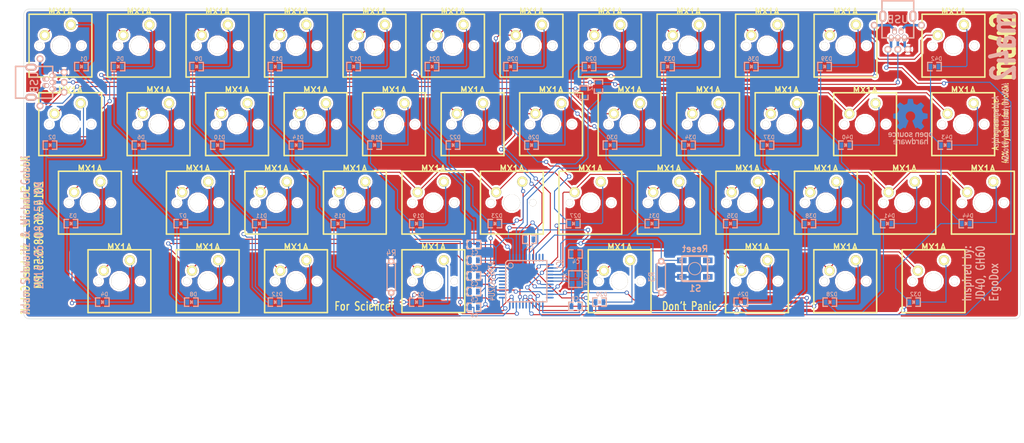
<source format=kicad_pcb>
(kicad_pcb (version 3) (host pcbnew "(2013-07-07 BZR 4022)-stable")
  (layers (15 F.Cu signal) (0 B.Cu signal) (18 B.Paste user) (19 F.Paste user) (20 B.SilkS user) (21 F.SilkS user) (22 B.Mask user) (23 F.Mask user) (28 Edge.Cuts user))
  (net 0 "")
  (net 1 /Matrix/col1)
  (net 2 /Matrix/col10)
  (net 3 /Matrix/col11)
  (net 4 /Matrix/col12)
  (net 5 /Matrix/col2)
  (net 6 /Matrix/col3)
  (net 7 /Matrix/col4)
  (net 8 /Matrix/col5)
  (net 9 /Matrix/col6)
  (net 10 /Matrix/col7)
  (net 11 /Matrix/col8)
  (net 12 /Matrix/col9)
  (net 13 /Matrix/row1)
  (net 14 /Matrix/row2)
  (net 15 /Matrix/row3)
  (net 16 /Matrix/row4)
  (net 17 GND)
  (net 18 N-000001)
  (net 19 N-0000017)
  (net 20 N-0000026)
  (net 21 N-0000030)
  (net 22 N-0000031)
  (net 23 N-0000032)
  (net 24 N-0000033)
  (net 25 N-0000034)
  (net 26 N-0000036)
  (net 27 N-0000042)
  (net 28 N-0000043)
  (net 29 N-0000044)
  (net 30 N-0000045)
  (net 31 N-0000046)
  (net 32 N-0000047)
  (net 33 N-0000048)
  (net 34 N-0000049)
  (net 35 N-0000050)
  (net 36 N-0000051)
  (net 37 N-0000052)
  (net 38 N-0000053)
  (net 39 N-0000054)
  (net 40 N-0000055)
  (net 41 N-0000056)
  (net 42 N-0000057)
  (net 43 N-0000058)
  (net 44 N-0000059)
  (net 45 N-0000060)
  (net 46 N-0000061)
  (net 47 N-0000062)
  (net 48 N-0000063)
  (net 49 N-0000064)
  (net 50 N-0000065)
  (net 51 N-0000066)
  (net 52 N-0000067)
  (net 53 N-0000068)
  (net 54 N-0000069)
  (net 55 N-0000070)
  (net 56 N-0000071)
  (net 57 N-0000072)
  (net 58 N-0000073)
  (net 59 N-0000074)
  (net 60 N-0000075)
  (net 61 N-0000076)
  (net 62 N-0000077)
  (net 63 N-0000078)
  (net 64 N-0000079)
  (net 65 N-0000080)
  (net 66 N-0000081)
  (net 67 N-0000082)
  (net 68 N-0000083)
  (net 69 N-0000084)
  (net 70 N-0000085)
  (net 71 VCC)
  (module TQFP44 (layer B.Cu) (at 194.31 144.78 270)
    (fp_text reference IC1 (at -4.064 -8.128 270) (layer B.SilkS) (effects (font (size 1.524 1.016) (thickness 0.2032)) (justify mirror)))
    (fp_text value ATMEGA32U4 (at 0 8.382 270) (layer B.SilkS) (effects (font (size 1.524 1.016) (thickness 0.2032)) (justify mirror)))
    (pad 39 smd oval (at 0 5.715 270) (size 0.4064 1.89992) (layers B.Cu B.Paste B.Mask))
    (pad 40 smd oval (at -0.8001 5.715 270) (size 0.4064 1.89992) (layers B.Cu B.Paste B.Mask) (net 5 /Matrix/col2))
    (pad 41 smd oval (at -1.6002 5.715 270) (size 0.4064 1.89992) (layers B.Cu B.Paste B.Mask) (net 1 /Matrix/col1))
    (pad 42 smd oval (at -2.4003 5.715 270) (size 0.4064 1.89992) (layers B.Cu B.Paste B.Mask))
    (pad 43 smd oval (at -3.2004 5.715 270) (size 0.4064 1.89992) (layers B.Cu B.Paste B.Mask) (net 17 GND))
    (pad 44 smd oval (at -4.0005 5.715 270) (size 0.4064 1.89992) (layers B.Cu B.Paste B.Mask) (net 71 VCC))
    (pad 38 smd oval (at 0.8001 5.715 270) (size 0.4064 1.89992) (layers B.Cu B.Paste B.Mask))
    (pad 37 smd oval (at 1.6002 5.715 270) (size 0.4064 1.89992) (layers B.Cu B.Paste B.Mask))
    (pad 36 smd oval (at 2.4003 5.715 270) (size 0.4064 1.89992) (layers B.Cu B.Paste B.Mask))
    (pad 35 smd oval (at 3.2004 5.715 270) (size 0.4064 1.89992) (layers B.Cu B.Paste B.Mask) (net 17 GND))
    (pad 34 smd oval (at 4.0005 5.715 270) (size 0.4064 1.89992) (layers B.Cu B.Paste B.Mask) (net 71 VCC))
    (pad 17 smd oval (at 0 -5.715 270) (size 0.4064 1.89992) (layers B.Cu B.Paste B.Mask) (net 19 N-0000017))
    (pad 16 smd oval (at -0.8001 -5.715 270) (size 0.4064 1.89992) (layers B.Cu B.Paste B.Mask) (net 25 N-0000034))
    (pad 15 smd oval (at -1.6002 -5.715 270) (size 0.4064 1.89992) (layers B.Cu B.Paste B.Mask) (net 17 GND))
    (pad 14 smd oval (at -2.4003 -5.715 270) (size 0.4064 1.89992) (layers B.Cu B.Paste B.Mask) (net 71 VCC))
    (pad 13 smd oval (at -3.2004 -5.715 270) (size 0.4064 1.89992) (layers B.Cu B.Paste B.Mask) (net 26 N-0000036))
    (pad 12 smd oval (at -4.0005 -5.715 270) (size 0.4064 1.89992) (layers B.Cu B.Paste B.Mask) (net 12 /Matrix/col9))
    (pad 18 smd oval (at 0.8001 -5.715 270) (size 0.4064 1.89992) (layers B.Cu B.Paste B.Mask) (net 13 /Matrix/row1))
    (pad 19 smd oval (at 1.6002 -5.715 270) (size 0.4064 1.89992) (layers B.Cu B.Paste B.Mask) (net 14 /Matrix/row2))
    (pad 20 smd oval (at 2.4003 -5.715 270) (size 0.4064 1.89992) (layers B.Cu B.Paste B.Mask) (net 15 /Matrix/row3))
    (pad 21 smd oval (at 3.2004 -5.715 270) (size 0.4064 1.89992) (layers B.Cu B.Paste B.Mask) (net 16 /Matrix/row4))
    (pad 22 smd oval (at 4.0005 -5.715 270) (size 0.4064 1.89992) (layers B.Cu B.Paste B.Mask))
    (pad 6 smd oval (at -5.715 0 270) (size 1.89992 0.4064) (layers B.Cu B.Paste B.Mask) (net 22 N-0000031))
    (pad 28 smd oval (at 5.715 0 270) (size 1.89992 0.4064) (layers B.Cu B.Paste B.Mask) (net 3 /Matrix/col11))
    (pad 7 smd oval (at -5.715 -0.8001 270) (size 1.89992 0.4064) (layers B.Cu B.Paste B.Mask) (net 71 VCC))
    (pad 27 smd oval (at 5.715 -0.8001 270) (size 1.89992 0.4064) (layers B.Cu B.Paste B.Mask) (net 4 /Matrix/col12))
    (pad 26 smd oval (at 5.715 -1.6002 270) (size 1.89992 0.4064) (layers B.Cu B.Paste B.Mask))
    (pad 8 smd oval (at -5.715 -1.6002 270) (size 1.89992 0.4064) (layers B.Cu B.Paste B.Mask))
    (pad 9 smd oval (at -5.715 -2.4003 270) (size 1.89992 0.4064) (layers B.Cu B.Paste B.Mask) (net 11 /Matrix/col8))
    (pad 25 smd oval (at 5.715 -2.4003 270) (size 1.89992 0.4064) (layers B.Cu B.Paste B.Mask) (net 10 /Matrix/col7))
    (pad 24 smd oval (at 5.715 -3.2004 270) (size 1.89992 0.4064) (layers B.Cu B.Paste B.Mask) (net 71 VCC))
    (pad 10 smd oval (at -5.715 -3.2004 270) (size 1.89992 0.4064) (layers B.Cu B.Paste B.Mask))
    (pad 11 smd oval (at -5.715 -4.0005 270) (size 1.89992 0.4064) (layers B.Cu B.Paste B.Mask))
    (pad 23 smd oval (at 5.715 -4.0005 270) (size 1.89992 0.4064) (layers B.Cu B.Paste B.Mask) (net 17 GND))
    (pad 29 smd oval (at 5.715 0.8001 270) (size 1.89992 0.4064) (layers B.Cu B.Paste B.Mask) (net 2 /Matrix/col10))
    (pad 5 smd oval (at -5.715 0.8001 270) (size 1.89992 0.4064) (layers B.Cu B.Paste B.Mask) (net 17 GND))
    (pad 4 smd oval (at -5.715 1.6002 270) (size 1.89992 0.4064) (layers B.Cu B.Paste B.Mask) (net 23 N-0000032))
    (pad 30 smd oval (at 5.715 1.6002 270) (size 1.89992 0.4064) (layers B.Cu B.Paste B.Mask) (net 9 /Matrix/col6))
    (pad 31 smd oval (at 5.715 2.4003 270) (size 1.89992 0.4064) (layers B.Cu B.Paste B.Mask) (net 8 /Matrix/col5))
    (pad 3 smd oval (at -5.715 2.4003 270) (size 1.89992 0.4064) (layers B.Cu B.Paste B.Mask) (net 24 N-0000033))
    (pad 2 smd oval (at -5.715 3.2004 270) (size 1.89992 0.4064) (layers B.Cu B.Paste B.Mask) (net 71 VCC))
    (pad 32 smd oval (at 5.715 3.2004 270) (size 1.89992 0.4064) (layers B.Cu B.Paste B.Mask) (net 7 /Matrix/col4))
    (pad 33 smd oval (at 5.715 4.0005 270) (size 1.89992 0.4064) (layers B.Cu B.Paste B.Mask) (net 18 N-000001))
    (pad 1 smd oval (at -5.715 4.0005 270) (size 1.89992 0.4064) (layers B.Cu B.Paste B.Mask) (net 6 /Matrix/col3))
  )
  (module SM0805D (layer B.Cu) (at 205.74 130.81)
    (fp_text reference D27 (at 0.508 -1.905) (layer B.SilkS) (effects (font (size 0.935 0.935) (thickness 0.1588)) (justify mirror)))
    (fp_text value 1N4148 hide)
    (pad 1 smd rect (at -0.9525 0) (size 0.889 1.397) (layers B.Cu B.Paste B.Mask) (net 10 /Matrix/col7))
    (pad 2 smd rect (at 0.9525 0) (size 0.889 1.397) (layers B.Cu B.Paste B.Mask) (net 35 N-0000050))
  )
  (module SM0805D (layer B.Cu) (at 148.59 130.81)
    (fp_text reference D15 (at 0.508 -1.905) (layer B.SilkS) (effects (font (size 0.935 0.935) (thickness 0.1588)) (justify mirror)))
    (fp_text value 1N4148 hide)
    (pad 1 smd rect (at -0.9525 0) (size 0.889 1.397) (layers B.Cu B.Paste B.Mask) (net 7 /Matrix/col4))
    (pad 2 smd rect (at 0.9525 0) (size 0.889 1.397) (layers B.Cu B.Paste B.Mask) (net 51 N-0000066))
  )
  (module SM0805D (layer B.Cu) (at 167.64 149.86)
    (fp_text reference D16 (at 0.508 -1.905) (layer B.SilkS) (effects (font (size 0.935 0.935) (thickness 0.1588)) (justify mirror)))
    (fp_text value 1N4148 hide)
    (pad 1 smd rect (at -0.9525 0) (size 0.889 1.397) (layers B.Cu B.Paste B.Mask) (net 7 /Matrix/col4))
    (pad 2 smd rect (at 0.9525 0) (size 0.889 1.397) (layers B.Cu B.Paste B.Mask) (net 50 N-0000065))
  )
  (module SM0805D (layer B.Cu) (at 152.4 92.71)
    (fp_text reference D17 (at 0.508 -1.905) (layer B.SilkS) (effects (font (size 0.935 0.935) (thickness 0.1588)) (justify mirror)))
    (fp_text value 1N4148 hide)
    (pad 1 smd rect (at -0.9525 0) (size 0.889 1.397) (layers B.Cu B.Paste B.Mask) (net 8 /Matrix/col5))
    (pad 2 smd rect (at 0.9525 0) (size 0.889 1.397) (layers B.Cu B.Paste B.Mask) (net 28 N-0000043))
  )
  (module SM0805D (layer B.Cu) (at 190.5 92.71)
    (fp_text reference D25 (at 0.508 -1.905) (layer B.SilkS) (effects (font (size 0.935 0.935) (thickness 0.1588)) (justify mirror)))
    (fp_text value 1N4148 hide)
    (pad 1 smd rect (at -0.9525 0) (size 0.889 1.397) (layers B.Cu B.Paste B.Mask) (net 10 /Matrix/col7))
    (pad 2 smd rect (at 0.9525 0) (size 0.889 1.397) (layers B.Cu B.Paste B.Mask) (net 27 N-0000042))
  )
  (module SM0805D (layer B.Cu) (at 86.36 92.71)
    (fp_text reference D1 (at 0.508 -1.905) (layer B.SilkS) (effects (font (size 0.935 0.935) (thickness 0.1588)) (justify mirror)))
    (fp_text value 1N4148 hide)
    (pad 1 smd rect (at -0.9525 0) (size 0.889 1.397) (layers B.Cu B.Paste B.Mask) (net 1 /Matrix/col1))
    (pad 2 smd rect (at 0.9525 0) (size 0.889 1.397) (layers B.Cu B.Paste B.Mask) (net 29 N-0000044))
  )
  (module SM0805D (layer B.Cu) (at 167.64 130.81)
    (fp_text reference D19 (at 0.508 -1.905) (layer B.SilkS) (effects (font (size 0.935 0.935) (thickness 0.1588)) (justify mirror)))
    (fp_text value 1N4148 hide)
    (pad 1 smd rect (at -0.9525 0) (size 0.889 1.397) (layers B.Cu B.Paste B.Mask) (net 8 /Matrix/col5))
    (pad 2 smd rect (at 0.9525 0) (size 0.889 1.397) (layers B.Cu B.Paste B.Mask) (net 30 N-0000045))
  )
  (module SM0805D (layer B.Cu) (at 133.35 92.71)
    (fp_text reference D13 (at 0.508 -1.905) (layer B.SilkS) (effects (font (size 0.935 0.935) (thickness 0.1588)) (justify mirror)))
    (fp_text value 1N4148 hide)
    (pad 1 smd rect (at -0.9525 0) (size 0.889 1.397) (layers B.Cu B.Paste B.Mask) (net 7 /Matrix/col4))
    (pad 2 smd rect (at 0.9525 0) (size 0.889 1.397) (layers B.Cu B.Paste B.Mask) (net 49 N-0000064))
  )
  (module SM0805D (layer B.Cu) (at 195.58 111.76)
    (fp_text reference D26 (at 0.508 -1.905) (layer B.SilkS) (effects (font (size 0.935 0.935) (thickness 0.1588)) (justify mirror)))
    (fp_text value 1N4148 hide)
    (pad 1 smd rect (at -0.9525 0) (size 0.889 1.397) (layers B.Cu B.Paste B.Mask) (net 10 /Matrix/col7))
    (pad 2 smd rect (at 0.9525 0) (size 0.889 1.397) (layers B.Cu B.Paste B.Mask) (net 39 N-0000054))
  )
  (module SM0805D (layer B.Cu) (at 209.55 92.71)
    (fp_text reference D29 (at 0.508 -1.905) (layer B.SilkS) (effects (font (size 0.935 0.935) (thickness 0.1588)) (justify mirror)))
    (fp_text value 1N4148 hide)
    (pad 1 smd rect (at -0.9525 0) (size 0.889 1.397) (layers B.Cu B.Paste B.Mask) (net 11 /Matrix/col8))
    (pad 2 smd rect (at 0.9525 0) (size 0.889 1.397) (layers B.Cu B.Paste B.Mask) (net 38 N-0000053))
  )
  (module SM0805D (layer B.Cu) (at 228.6 92.71)
    (fp_text reference D33 (at 0.508 -1.905) (layer B.SilkS) (effects (font (size 0.935 0.935) (thickness 0.1588)) (justify mirror)))
    (fp_text value 1N4148 hide)
    (pad 1 smd rect (at -0.9525 0) (size 0.889 1.397) (layers B.Cu B.Paste B.Mask) (net 12 /Matrix/col9))
    (pad 2 smd rect (at 0.9525 0) (size 0.889 1.397) (layers B.Cu B.Paste B.Mask) (net 37 N-0000052))
  )
  (module SM0805D (layer B.Cu) (at 214.63 111.76)
    (fp_text reference D30 (at 0.508 -1.905) (layer B.SilkS) (effects (font (size 0.935 0.935) (thickness 0.1588)) (justify mirror)))
    (fp_text value 1N4148 hide)
    (pad 1 smd rect (at -0.9525 0) (size 0.889 1.397) (layers B.Cu B.Paste B.Mask) (net 11 /Matrix/col8))
    (pad 2 smd rect (at 0.9525 0) (size 0.889 1.397) (layers B.Cu B.Paste B.Mask) (net 36 N-0000051))
  )
  (module SM0805D (layer B.Cu) (at 224.79 130.81)
    (fp_text reference D31 (at 0.508 -1.905) (layer B.SilkS) (effects (font (size 0.935 0.935) (thickness 0.1588)) (justify mirror)))
    (fp_text value 1N4148 hide)
    (pad 1 smd rect (at -0.9525 0) (size 0.889 1.397) (layers B.Cu B.Paste B.Mask) (net 11 /Matrix/col8))
    (pad 2 smd rect (at 0.9525 0) (size 0.889 1.397) (layers B.Cu B.Paste B.Mask) (net 34 N-0000049))
  )
  (module SM0805D (layer B.Cu) (at 157.48 111.76)
    (fp_text reference D18 (at 0.508 -1.905) (layer B.SilkS) (effects (font (size 0.935 0.935) (thickness 0.1588)) (justify mirror)))
    (fp_text value 1N4148 hide)
    (pad 1 smd rect (at -0.9525 0) (size 0.889 1.397) (layers B.Cu B.Paste B.Mask) (net 8 /Matrix/col5))
    (pad 2 smd rect (at 0.9525 0) (size 0.889 1.397) (layers B.Cu B.Paste B.Mask) (net 33 N-0000048))
  )
  (module SM0805D (layer B.Cu) (at 243.84 130.81)
    (fp_text reference D35 (at 0.508 -1.905) (layer B.SilkS) (effects (font (size 0.935 0.935) (thickness 0.1588)) (justify mirror)))
    (fp_text value 1N4148 hide)
    (pad 1 smd rect (at -0.9525 0) (size 0.889 1.397) (layers B.Cu B.Paste B.Mask) (net 12 /Matrix/col9))
    (pad 2 smd rect (at 0.9525 0) (size 0.889 1.397) (layers B.Cu B.Paste B.Mask) (net 32 N-0000047))
  )
  (module SM0805D (layer B.Cu) (at 138.43 111.76)
    (fp_text reference D14 (at 0.508 -1.905) (layer B.SilkS) (effects (font (size 0.935 0.935) (thickness 0.1588)) (justify mirror)))
    (fp_text value 1N4148 hide)
    (pad 1 smd rect (at -0.9525 0) (size 0.889 1.397) (layers B.Cu B.Paste B.Mask) (net 7 /Matrix/col4))
    (pad 2 smd rect (at 0.9525 0) (size 0.889 1.397) (layers B.Cu B.Paste B.Mask) (net 52 N-0000067))
  )
  (module SM0805D (layer B.Cu) (at 233.68 111.76)
    (fp_text reference D34 (at 0.508 -1.905) (layer B.SilkS) (effects (font (size 0.935 0.935) (thickness 0.1588)) (justify mirror)))
    (fp_text value 1N4148 hide)
    (pad 1 smd rect (at -0.9525 0) (size 0.889 1.397) (layers B.Cu B.Paste B.Mask) (net 12 /Matrix/col9))
    (pad 2 smd rect (at 0.9525 0) (size 0.889 1.397) (layers B.Cu B.Paste B.Mask) (net 31 N-0000046))
  )
  (module SM0805D (layer B.Cu) (at 246.38 149.86)
    (fp_text reference D24 (at 0.508 -1.905) (layer B.SilkS) (effects (font (size 0.935 0.935) (thickness 0.1588)) (justify mirror)))
    (fp_text value 1N4148 hide)
    (pad 1 smd rect (at -0.9525 0) (size 0.889 1.397) (layers B.Cu B.Paste B.Mask) (net 2 /Matrix/col10))
    (pad 2 smd rect (at 0.9525 0) (size 0.889 1.397) (layers B.Cu B.Paste B.Mask) (net 53 N-0000068))
  )
  (module SM0805D (layer B.Cu) (at 186.69 130.81)
    (fp_text reference D23 (at 0.508 -1.905) (layer B.SilkS) (effects (font (size 0.935 0.935) (thickness 0.1588)) (justify mirror)))
    (fp_text value 1N4148 hide)
    (pad 1 smd rect (at -0.9525 0) (size 0.889 1.397) (layers B.Cu B.Paste B.Mask) (net 9 /Matrix/col6))
    (pad 2 smd rect (at 0.9525 0) (size 0.889 1.397) (layers B.Cu B.Paste B.Mask) (net 54 N-0000069))
  )
  (module SM0805D (layer B.Cu) (at 176.53 111.76)
    (fp_text reference D22 (at 0.508 -1.905) (layer B.SilkS) (effects (font (size 0.935 0.935) (thickness 0.1588)) (justify mirror)))
    (fp_text value 1N4148 hide)
    (pad 1 smd rect (at -0.9525 0) (size 0.889 1.397) (layers B.Cu B.Paste B.Mask) (net 9 /Matrix/col6))
    (pad 2 smd rect (at 0.9525 0) (size 0.889 1.397) (layers B.Cu B.Paste B.Mask) (net 55 N-0000070))
  )
  (module SM0805D (layer B.Cu) (at 171.45 92.71)
    (fp_text reference D21 (at 0.508 -1.905) (layer B.SilkS) (effects (font (size 0.935 0.935) (thickness 0.1588)) (justify mirror)))
    (fp_text value 1N4148 hide)
    (pad 1 smd rect (at -0.9525 0) (size 0.889 1.397) (layers B.Cu B.Paste B.Mask) (net 9 /Matrix/col6))
    (pad 2 smd rect (at 0.9525 0) (size 0.889 1.397) (layers B.Cu B.Paste B.Mask) (net 56 N-0000071))
  )
  (module SM0805D (layer B.Cu) (at 133.35 149.86)
    (fp_text reference D12 (at 0.508 -1.905) (layer B.SilkS) (effects (font (size 0.935 0.935) (thickness 0.1588)) (justify mirror)))
    (fp_text value 1N4148 hide)
    (pad 1 smd rect (at -0.9525 0) (size 0.889 1.397) (layers B.Cu B.Paste B.Mask) (net 6 /Matrix/col3))
    (pad 2 smd rect (at 0.9525 0) (size 0.889 1.397) (layers B.Cu B.Paste B.Mask) (net 40 N-0000055))
  )
  (module SM0805D (layer B.Cu) (at 113.03 149.86)
    (fp_text reference D8 (at 0.508 -1.905) (layer B.SilkS) (effects (font (size 0.935 0.935) (thickness 0.1588)) (justify mirror)))
    (fp_text value 1N4148 hide)
    (pad 1 smd rect (at -0.9525 0) (size 0.889 1.397) (layers B.Cu B.Paste B.Mask) (net 5 /Matrix/col2))
    (pad 2 smd rect (at 0.9525 0) (size 0.889 1.397) (layers B.Cu B.Paste B.Mask) (net 41 N-0000056))
  )
  (module SM0805D (layer B.Cu) (at 129.54 130.81)
    (fp_text reference D11 (at 0.508 -1.905) (layer B.SilkS) (effects (font (size 0.935 0.935) (thickness 0.1588)) (justify mirror)))
    (fp_text value 1N4148 hide)
    (pad 1 smd rect (at -0.9525 0) (size 0.889 1.397) (layers B.Cu B.Paste B.Mask) (net 6 /Matrix/col3))
    (pad 2 smd rect (at 0.9525 0) (size 0.889 1.397) (layers B.Cu B.Paste B.Mask) (net 42 N-0000057))
  )
  (module SM0805D (layer B.Cu) (at 119.38 111.76)
    (fp_text reference D10 (at 0.508 -1.905) (layer B.SilkS) (effects (font (size 0.935 0.935) (thickness 0.1588)) (justify mirror)))
    (fp_text value 1N4148 hide)
    (pad 1 smd rect (at -0.9525 0) (size 0.889 1.397) (layers B.Cu B.Paste B.Mask) (net 6 /Matrix/col3))
    (pad 2 smd rect (at 0.9525 0) (size 0.889 1.397) (layers B.Cu B.Paste B.Mask) (net 43 N-0000058))
  )
  (module SM0805D (layer B.Cu) (at 95.25 92.71)
    (fp_text reference D5 (at 0.508 -1.905) (layer B.SilkS) (effects (font (size 0.935 0.935) (thickness 0.1588)) (justify mirror)))
    (fp_text value 1N4148 hide)
    (pad 1 smd rect (at -0.9525 0) (size 0.889 1.397) (layers B.Cu B.Paste B.Mask) (net 5 /Matrix/col2))
    (pad 2 smd rect (at 0.9525 0) (size 0.889 1.397) (layers B.Cu B.Paste B.Mask) (net 48 N-0000063))
  )
  (module SM0805D (layer B.Cu) (at 114.3 92.71)
    (fp_text reference D9 (at 0.508 -1.905) (layer B.SilkS) (effects (font (size 0.935 0.935) (thickness 0.1588)) (justify mirror)))
    (fp_text value 1N4148 hide)
    (pad 1 smd rect (at -0.9525 0) (size 0.889 1.397) (layers B.Cu B.Paste B.Mask) (net 6 /Matrix/col3))
    (pad 2 smd rect (at 0.9525 0) (size 0.889 1.397) (layers B.Cu B.Paste B.Mask) (net 47 N-0000062))
  )
  (module SM0805D (layer B.Cu) (at 78.74 111.76)
    (fp_text reference D2 (at 0.508 -1.905) (layer B.SilkS) (effects (font (size 0.935 0.935) (thickness 0.1588)) (justify mirror)))
    (fp_text value 1N4148 hide)
    (pad 1 smd rect (at -0.9525 0) (size 0.889 1.397) (layers B.Cu B.Paste B.Mask) (net 1 /Matrix/col1))
    (pad 2 smd rect (at 0.9525 0) (size 0.889 1.397) (layers B.Cu B.Paste B.Mask) (net 46 N-0000061))
  )
  (module SM0805D (layer B.Cu) (at 100.33 111.76)
    (fp_text reference D6 (at 0.508 -1.905) (layer B.SilkS) (effects (font (size 0.935 0.935) (thickness 0.1588)) (justify mirror)))
    (fp_text value 1N4148 hide)
    (pad 1 smd rect (at -0.9525 0) (size 0.889 1.397) (layers B.Cu B.Paste B.Mask) (net 5 /Matrix/col2))
    (pad 2 smd rect (at 0.9525 0) (size 0.889 1.397) (layers B.Cu B.Paste B.Mask) (net 45 N-0000060))
  )
  (module SM0805D (layer B.Cu) (at 110.49 130.81)
    (fp_text reference D7 (at 0.508 -1.905) (layer B.SilkS) (effects (font (size 0.935 0.935) (thickness 0.1588)) (justify mirror)))
    (fp_text value 1N4148 hide)
    (pad 1 smd rect (at -0.9525 0) (size 0.889 1.397) (layers B.Cu B.Paste B.Mask) (net 5 /Matrix/col2))
    (pad 2 smd rect (at 0.9525 0) (size 0.889 1.397) (layers B.Cu B.Paste B.Mask) (net 44 N-0000059))
  )
  (module SM0805D (layer B.Cu) (at 248.92 92.71)
    (fp_text reference D36 (at 0.508 -1.905) (layer B.SilkS) (effects (font (size 0.935 0.935) (thickness 0.1588)) (justify mirror)))
    (fp_text value 1N4148 hide)
    (pad 1 smd rect (at -0.9525 0) (size 0.889 1.397) (layers B.Cu B.Paste B.Mask) (net 2 /Matrix/col10))
    (pad 2 smd rect (at 0.9525 0) (size 0.889 1.397) (layers B.Cu B.Paste B.Mask) (net 68 N-0000083))
  )
  (module SM0805D (layer B.Cu) (at 252.73 111.76)
    (fp_text reference D37 (at 0.508 -1.905) (layer B.SilkS) (effects (font (size 0.935 0.935) (thickness 0.1588)) (justify mirror)))
    (fp_text value 1N4148 hide)
    (pad 1 smd rect (at -0.9525 0) (size 0.889 1.397) (layers B.Cu B.Paste B.Mask) (net 2 /Matrix/col10))
    (pad 2 smd rect (at 0.9525 0) (size 0.889 1.397) (layers B.Cu B.Paste B.Mask) (net 67 N-0000082))
  )
  (module SM0805D (layer B.Cu) (at 266.7 92.71)
    (fp_text reference D39 (at 0.508 -1.905) (layer B.SilkS) (effects (font (size 0.935 0.935) (thickness 0.1588)) (justify mirror)))
    (fp_text value 1N4148 hide)
    (pad 1 smd rect (at -0.9525 0) (size 0.889 1.397) (layers B.Cu B.Paste B.Mask) (net 3 /Matrix/col11))
    (pad 2 smd rect (at 0.9525 0) (size 0.889 1.397) (layers B.Cu B.Paste B.Mask) (net 66 N-0000081))
  )
  (module SM0805D (layer B.Cu) (at 271.78 111.76)
    (fp_text reference D40 (at 0.508 -1.905) (layer B.SilkS) (effects (font (size 0.935 0.935) (thickness 0.1588)) (justify mirror)))
    (fp_text value 1N4148 hide)
    (pad 1 smd rect (at -0.9525 0) (size 0.889 1.397) (layers B.Cu B.Paste B.Mask) (net 3 /Matrix/col11))
    (pad 2 smd rect (at 0.9525 0) (size 0.889 1.397) (layers B.Cu B.Paste B.Mask) (net 65 N-0000080))
  )
  (module SM0805D (layer B.Cu) (at 262.89 130.81)
    (fp_text reference D38 (at 0.508 -1.905) (layer B.SilkS) (effects (font (size 0.935 0.935) (thickness 0.1588)) (justify mirror)))
    (fp_text value 1N4148 hide)
    (pad 1 smd rect (at -0.9525 0) (size 0.889 1.397) (layers B.Cu B.Paste B.Mask) (net 2 /Matrix/col10))
    (pad 2 smd rect (at 0.9525 0) (size 0.889 1.397) (layers B.Cu B.Paste B.Mask) (net 64 N-0000079))
  )
  (module SM0805D (layer B.Cu) (at 300.99 130.81)
    (fp_text reference D44 (at 0.508 -1.905) (layer B.SilkS) (effects (font (size 0.935 0.935) (thickness 0.1588)) (justify mirror)))
    (fp_text value 1N4148 hide)
    (pad 1 smd rect (at -0.9525 0) (size 0.889 1.397) (layers B.Cu B.Paste B.Mask) (net 4 /Matrix/col12))
    (pad 2 smd rect (at 0.9525 0) (size 0.889 1.397) (layers B.Cu B.Paste B.Mask) (net 63 N-0000078))
  )
  (module SM0805D (layer B.Cu) (at 281.94 130.81)
    (fp_text reference D41 (at 0.508 -1.905) (layer B.SilkS) (effects (font (size 0.935 0.935) (thickness 0.1588)) (justify mirror)))
    (fp_text value 1N4148 hide)
    (pad 1 smd rect (at -0.9525 0) (size 0.889 1.397) (layers B.Cu B.Paste B.Mask) (net 3 /Matrix/col11))
    (pad 2 smd rect (at 0.9525 0) (size 0.889 1.397) (layers B.Cu B.Paste B.Mask) (net 62 N-0000077))
  )
  (module SM0805D (layer B.Cu) (at 295.91 111.76)
    (fp_text reference D43 (at 0.508 -1.905) (layer B.SilkS) (effects (font (size 0.935 0.935) (thickness 0.1588)) (justify mirror)))
    (fp_text value 1N4148 hide)
    (pad 1 smd rect (at -0.9525 0) (size 0.889 1.397) (layers B.Cu B.Paste B.Mask) (net 4 /Matrix/col12))
    (pad 2 smd rect (at 0.9525 0) (size 0.889 1.397) (layers B.Cu B.Paste B.Mask) (net 61 N-0000076))
  )
  (module SM0805D (layer B.Cu) (at 293.37 92.71)
    (fp_text reference D42 (at 0.508 -1.905) (layer B.SilkS) (effects (font (size 0.935 0.935) (thickness 0.1588)) (justify mirror)))
    (fp_text value 1N4148 hide)
    (pad 1 smd rect (at -0.9525 0) (size 0.889 1.397) (layers B.Cu B.Paste B.Mask) (net 4 /Matrix/col12))
    (pad 2 smd rect (at 0.9525 0) (size 0.889 1.397) (layers B.Cu B.Paste B.Mask) (net 60 N-0000075))
  )
  (module SM0805D (layer B.Cu) (at 212.09 149.86)
    (fp_text reference D20 (at 0.508 -1.905) (layer B.SilkS) (effects (font (size 0.935 0.935) (thickness 0.1588)) (justify mirror)))
    (fp_text value 1N4148 hide)
    (pad 1 smd rect (at -0.9525 0) (size 0.889 1.397) (layers B.Cu B.Paste B.Mask) (net 12 /Matrix/col9))
    (pad 2 smd rect (at 0.9525 0) (size 0.889 1.397) (layers B.Cu B.Paste B.Mask) (net 59 N-0000074))
  )
  (module SM0805D (layer B.Cu) (at 267.97 149.86)
    (fp_text reference D28 (at 0.508 -1.905) (layer B.SilkS) (effects (font (size 0.935 0.935) (thickness 0.1588)) (justify mirror)))
    (fp_text value 1N4148 hide)
    (pad 1 smd rect (at -0.9525 0) (size 0.889 1.397) (layers B.Cu B.Paste B.Mask) (net 3 /Matrix/col11))
    (pad 2 smd rect (at 0.9525 0) (size 0.889 1.397) (layers B.Cu B.Paste B.Mask) (net 70 N-0000085))
  )
  (module SM0805D (layer B.Cu) (at 288.29 149.86)
    (fp_text reference D32 (at 0.508 -1.905) (layer B.SilkS) (effects (font (size 0.935 0.935) (thickness 0.1588)) (justify mirror)))
    (fp_text value 1N4148 hide)
    (pad 1 smd rect (at -0.9525 0) (size 0.889 1.397) (layers B.Cu B.Paste B.Mask) (net 4 /Matrix/col12))
    (pad 2 smd rect (at 0.9525 0) (size 0.889 1.397) (layers B.Cu B.Paste B.Mask) (net 69 N-0000084))
  )
  (module SM0805D (layer B.Cu) (at 91.44 149.86)
    (fp_text reference D4 (at 0.508 -1.905) (layer B.SilkS) (effects (font (size 0.935 0.935) (thickness 0.1588)) (justify mirror)))
    (fp_text value 1N4148 hide)
    (pad 1 smd rect (at -0.9525 0) (size 0.889 1.397) (layers B.Cu B.Paste B.Mask) (net 1 /Matrix/col1))
    (pad 2 smd rect (at 0.9525 0) (size 0.889 1.397) (layers B.Cu B.Paste B.Mask) (net 57 N-0000072))
  )
  (module SM0805D (layer B.Cu) (at 83.82 130.81)
    (fp_text reference D3 (at 0.508 -1.905) (layer B.SilkS) (effects (font (size 0.935 0.935) (thickness 0.1588)) (justify mirror)))
    (fp_text value 1N4148 hide)
    (pad 1 smd rect (at -0.9525 0) (size 0.889 1.397) (layers B.Cu B.Paste B.Mask) (net 1 /Matrix/col1))
    (pad 2 smd rect (at 0.9525 0) (size 0.889 1.397) (layers B.Cu B.Paste B.Mask) (net 58 N-0000073))
  )
  (module SM0805 (layer B.Cu) (at 181.61 147.32 180)
    (fp_text reference C5 (at -0.127 -1.905 180) (layer B.SilkS) (effects (font (size 0.935 0.935) (thickness 0.1588)) (justify mirror)))
    (fp_text value 100n hide)
    (pad 1 smd rect (at -0.9525 0 180) (size 0.889 1.397) (layers B.Cu B.Paste B.Mask) (net 71 VCC))
    (pad 2 smd rect (at 0.9525 0 180) (size 0.889 1.397) (layers B.Cu B.Paste B.Mask) (net 17 GND))
  )
  (module SM0805 (layer B.Cu) (at 181.61 143.51 180)
    (fp_text reference C3 (at -0.127 -1.905 180) (layer B.SilkS) (effects (font (size 0.935 0.935) (thickness 0.1588)) (justify mirror)))
    (fp_text value 100n hide)
    (pad 1 smd rect (at -0.9525 0 180) (size 0.889 1.397) (layers B.Cu B.Paste B.Mask) (net 71 VCC))
    (pad 2 smd rect (at 0.9525 0 180) (size 0.889 1.397) (layers B.Cu B.Paste B.Mask) (net 17 GND))
  )
  (module SM0805 (layer B.Cu) (at 195.072 134.62 180)
    (fp_text reference C7 (at -0.127 -1.905 180) (layer B.SilkS) (effects (font (size 0.935 0.935) (thickness 0.1588)) (justify mirror)))
    (fp_text value 1u hide)
    (pad 1 smd rect (at -0.9525 0 180) (size 0.889 1.397) (layers B.Cu B.Paste B.Mask) (net 22 N-0000031))
    (pad 2 smd rect (at 0.9525 0 180) (size 0.889 1.397) (layers B.Cu B.Paste B.Mask) (net 17 GND))
  )
  (module SM0805 (layer B.Cu) (at 181.61 151.13 180)
    (fp_text reference C6 (at -0.127 -1.905 180) (layer B.SilkS) (effects (font (size 0.935 0.935) (thickness 0.1588)) (justify mirror)))
    (fp_text value 100n hide)
    (pad 1 smd rect (at -0.9525 0 180) (size 0.889 1.397) (layers B.Cu B.Paste B.Mask) (net 71 VCC))
    (pad 2 smd rect (at 0.9525 0 180) (size 0.889 1.397) (layers B.Cu B.Paste B.Mask) (net 17 GND))
  )
  (module SM0805 (layer B.Cu) (at 208.28 99.06 90)
    (fp_text reference R1 (at -0.127 -1.905 90) (layer B.SilkS) (effects (font (size 0.935 0.935) (thickness 0.1588)) (justify mirror)))
    (fp_text value 22 hide)
    (pad 1 smd rect (at -0.9525 0 90) (size 0.889 1.397) (layers B.Cu B.Paste B.Mask) (net 24 N-0000033))
    (pad 2 smd rect (at 0.9525 0 90) (size 0.889 1.397) (layers B.Cu B.Paste B.Mask) (net 21 N-0000030))
  )
  (module SM0805 (layer B.Cu) (at 211.836 97.536 90)
    (fp_text reference R2 (at -0.127 -1.905 90) (layer B.SilkS) (effects (font (size 0.935 0.935) (thickness 0.1588)) (justify mirror)))
    (fp_text value 22 hide)
    (pad 1 smd rect (at -0.9525 0 90) (size 0.889 1.397) (layers B.Cu B.Paste B.Mask) (net 23 N-0000032))
    (pad 2 smd rect (at 0.9525 0 90) (size 0.889 1.397) (layers B.Cu B.Paste B.Mask) (net 20 N-0000026))
  )
  (module SM0805 (layer B.Cu) (at 181.61 139.7 180)
    (fp_text reference C2 (at -0.127 -1.905 180) (layer B.SilkS) (effects (font (size 0.935 0.935) (thickness 0.1588)) (justify mirror)))
    (fp_text value 100n hide)
    (pad 1 smd rect (at -0.9525 0 180) (size 0.889 1.397) (layers B.Cu B.Paste B.Mask) (net 71 VCC))
    (pad 2 smd rect (at 0.9525 0 180) (size 0.889 1.397) (layers B.Cu B.Paste B.Mask) (net 17 GND))
  )
  (module SM0805 (layer B.Cu) (at 206.248 150.876)
    (fp_text reference C8 (at -0.127 -1.905) (layer B.SilkS) (effects (font (size 0.935 0.935) (thickness 0.1588)) (justify mirror)))
    (fp_text value 22p hide)
    (pad 1 smd rect (at -0.9525 0) (size 0.889 1.397) (layers B.Cu B.Paste B.Mask) (net 19 N-0000017))
    (pad 2 smd rect (at 0.9525 0) (size 0.889 1.397) (layers B.Cu B.Paste B.Mask) (net 17 GND))
  )
  (module SM0805 (layer B.Cu) (at 206.248 138.176 180)
    (fp_text reference C4 (at -0.127 -1.905 180) (layer B.SilkS) (effects (font (size 0.935 0.935) (thickness 0.1588)) (justify mirror)))
    (fp_text value 22p hide)
    (pad 1 smd rect (at -0.9525 0 180) (size 0.889 1.397) (layers B.Cu B.Paste B.Mask) (net 25 N-0000034))
    (pad 2 smd rect (at 0.9525 0 180) (size 0.889 1.397) (layers B.Cu B.Paste B.Mask) (net 17 GND))
  )
  (module SM0805 (layer B.Cu) (at 181.61 135.89 180)
    (fp_text reference C1 (at -0.127 -1.905 180) (layer B.SilkS) (effects (font (size 0.935 0.935) (thickness 0.1588)) (justify mirror)))
    (fp_text value 1u hide)
    (pad 1 smd rect (at -0.9525 0 180) (size 0.889 1.397) (layers B.Cu B.Paste B.Mask) (net 71 VCC))
    (pad 2 smd rect (at 0.9525 0 180) (size 0.889 1.397) (layers B.Cu B.Paste B.Mask) (net 17 GND))
  )
  (module R3 (layer B.Cu) (at 161.544 143.764 90)
    (fp_text reference R4 (at 5.842 0 180) (layer B.SilkS) (effects (font (size 1.397 1.27) (thickness 0.2032)) (justify mirror)))
    (fp_text value 10k hide)
    (pad 1 thru_hole circle (at -3.81 0 90) (size 1.6 1.6) (drill 0.8128) (layers *.Cu *.Mask B.SilkS) (net 18 N-000001))
    (pad 2 thru_hole circle (at 3.81 0 90) (size 1.6 1.6) (drill 0.8128) (layers *.Cu *.Mask B.SilkS) (net 17 GND))
  )
  (module R3 (layer B.Cu) (at 227.076 143.764 90)
    (fp_text reference R3 (at 0 -2.286 90) (layer B.SilkS) (effects (font (size 1.397 1.27) (thickness 0.2032)) (justify mirror)))
    (fp_text value 10k hide)
    (pad 1 thru_hole circle (at -3.81 0 90) (size 1.6 1.6) (drill 0.8128) (layers *.Cu *.Mask B.SilkS) (net 71 VCC))
    (pad 2 thru_hole circle (at 3.81 0 90) (size 1.6 1.6) (drill 0.8128) (layers *.Cu *.Mask B.SilkS) (net 26 N-0000036))
  )
  (module MX1A-b (layer F.Cu) (at 95.585625 144.78)
    (fp_text reference S5 hide)
    (fp_text value MX1A (at 0 -8.255) (layer F.SilkS) (effects (font (size 1.524 1.524) (thickness 0.3048))))
    (pad 0 thru_hole circle (at 0 0) (size 3.98018 3.98018) (drill 3.98018) (layers *.Cu *.Mask F.SilkS))
    (pad 2 thru_hole circle (at 2.54 -5.08) (size 2.49936 2.49936) (drill 1.50114) (layers *.Cu *.Mask F.SilkS) (net 57 N-0000072))
    (pad 1 thru_hole circle (at -3.81 -2.54) (size 2.49936 2.49936) (drill 1.50114) (layers *.Cu *.Mask F.SilkS) (net 16 /Matrix/row4))
    (pad "" thru_hole circle (at -5.08 0) (size 1.69926 1.69926) (drill 1.69926) (layers *.Cu *.Mask F.SilkS))
    (pad "" thru_hole circle (at 5.08 0) (size 1.69926 1.69926) (drill 1.69926) (layers *.Cu *.Mask F.SilkS))
  )
  (module MX1A-b (layer F.Cu) (at 171.76813 144.78)
    (fp_text reference S17 hide)
    (fp_text value MX1A (at 0 -8.255) (layer F.SilkS) (effects (font (size 1.524 1.524) (thickness 0.3048))))
    (pad 0 thru_hole circle (at 0 0) (size 3.98018 3.98018) (drill 3.98018) (layers *.Cu *.Mask F.SilkS))
    (pad 2 thru_hole circle (at 2.54 -5.08) (size 2.49936 2.49936) (drill 1.50114) (layers *.Cu *.Mask F.SilkS) (net 50 N-0000065))
    (pad 1 thru_hole circle (at -3.81 -2.54) (size 2.49936 2.49936) (drill 1.50114) (layers *.Cu *.Mask F.SilkS) (net 16 /Matrix/row4))
    (pad "" thru_hole circle (at -5.08 0) (size 1.69926 1.69926) (drill 1.69926) (layers *.Cu *.Mask F.SilkS))
    (pad "" thru_hole circle (at 5.08 0) (size 1.69926 1.69926) (drill 1.69926) (layers *.Cu *.Mask F.SilkS))
  )
  (module MX1A-b (layer F.Cu) (at 250.29625 144.78)
    (fp_text reference S25 hide)
    (fp_text value MX1A (at 0 -8.255) (layer F.SilkS) (effects (font (size 1.524 1.524) (thickness 0.3048))))
    (pad 0 thru_hole circle (at 0 0) (size 3.98018 3.98018) (drill 3.98018) (layers *.Cu *.Mask F.SilkS))
    (pad 2 thru_hole circle (at 2.54 -5.08) (size 2.49936 2.49936) (drill 1.50114) (layers *.Cu *.Mask F.SilkS) (net 53 N-0000068))
    (pad 1 thru_hole circle (at -3.81 -2.54) (size 2.49936 2.49936) (drill 1.50114) (layers *.Cu *.Mask F.SilkS) (net 16 /Matrix/row4))
    (pad "" thru_hole circle (at -5.08 0) (size 1.69926 1.69926) (drill 1.69926) (layers *.Cu *.Mask F.SilkS))
    (pad "" thru_hole circle (at 5.08 0) (size 1.69926 1.69926) (drill 1.69926) (layers *.Cu *.Mask F.SilkS))
  )
  (module MX1A-b (layer F.Cu) (at 88.42375 125.73)
    (fp_text reference S4 hide)
    (fp_text value MX1A (at 0 -8.255) (layer F.SilkS) (effects (font (size 1.524 1.524) (thickness 0.3048))))
    (pad 0 thru_hole circle (at 0 0) (size 3.98018 3.98018) (drill 3.98018) (layers *.Cu *.Mask F.SilkS))
    (pad 2 thru_hole circle (at 2.54 -5.08) (size 2.49936 2.49936) (drill 1.50114) (layers *.Cu *.Mask F.SilkS) (net 58 N-0000073))
    (pad 1 thru_hole circle (at -3.81 -2.54) (size 2.49936 2.49936) (drill 1.50114) (layers *.Cu *.Mask F.SilkS) (net 15 /Matrix/row3))
    (pad "" thru_hole circle (at -5.08 0) (size 1.69926 1.69926) (drill 1.69926) (layers *.Cu *.Mask F.SilkS))
    (pad "" thru_hole circle (at 5.08 0) (size 1.69926 1.69926) (drill 1.69926) (layers *.Cu *.Mask F.SilkS))
  )
  (module MX1A-b (layer F.Cu) (at 297.97375 87.63)
    (fp_text reference S43 hide)
    (fp_text value MX1A (at 0 -8.255) (layer F.SilkS) (effects (font (size 1.524 1.524) (thickness 0.3048))))
    (pad 0 thru_hole circle (at 0 0) (size 3.98018 3.98018) (drill 3.98018) (layers *.Cu *.Mask F.SilkS))
    (pad 2 thru_hole circle (at 2.54 -5.08) (size 2.49936 2.49936) (drill 1.50114) (layers *.Cu *.Mask F.SilkS) (net 60 N-0000075))
    (pad 1 thru_hole circle (at -3.81 -2.54) (size 2.49936 2.49936) (drill 1.50114) (layers *.Cu *.Mask F.SilkS) (net 13 /Matrix/row1))
    (pad "" thru_hole circle (at -5.08 0) (size 1.69926 1.69926) (drill 1.69926) (layers *.Cu *.Mask F.SilkS))
    (pad "" thru_hole circle (at 5.08 0) (size 1.69926 1.69926) (drill 1.69926) (layers *.Cu *.Mask F.SilkS))
  )
  (module MX1A-b (layer F.Cu) (at 257.48 106.68)
    (fp_text reference S38 hide)
    (fp_text value MX1A (at 0 -8.255) (layer F.SilkS) (effects (font (size 1.524 1.524) (thickness 0.3048))))
    (pad 0 thru_hole circle (at 0 0) (size 3.98018 3.98018) (drill 3.98018) (layers *.Cu *.Mask F.SilkS))
    (pad 2 thru_hole circle (at 2.54 -5.08) (size 2.49936 2.49936) (drill 1.50114) (layers *.Cu *.Mask F.SilkS) (net 67 N-0000082))
    (pad 1 thru_hole circle (at -3.81 -2.54) (size 2.49936 2.49936) (drill 1.50114) (layers *.Cu *.Mask F.SilkS) (net 14 /Matrix/row2))
    (pad "" thru_hole circle (at -5.08 0) (size 1.69926 1.69926) (drill 1.69926) (layers *.Cu *.Mask F.SilkS))
    (pad "" thru_hole circle (at 5.08 0) (size 1.69926 1.69926) (drill 1.69926) (layers *.Cu *.Mask F.SilkS))
  )
  (module MX1A-b (layer F.Cu) (at 238.43 106.68)
    (fp_text reference S35 hide)
    (fp_text value MX1A (at 0 -8.255) (layer F.SilkS) (effects (font (size 1.524 1.524) (thickness 0.3048))))
    (pad 0 thru_hole circle (at 0 0) (size 3.98018 3.98018) (drill 3.98018) (layers *.Cu *.Mask F.SilkS))
    (pad 2 thru_hole circle (at 2.54 -5.08) (size 2.49936 2.49936) (drill 1.50114) (layers *.Cu *.Mask F.SilkS) (net 31 N-0000046))
    (pad 1 thru_hole circle (at -3.81 -2.54) (size 2.49936 2.49936) (drill 1.50114) (layers *.Cu *.Mask F.SilkS) (net 14 /Matrix/row2))
    (pad "" thru_hole circle (at -5.08 0) (size 1.69926 1.69926) (drill 1.69926) (layers *.Cu *.Mask F.SilkS))
    (pad "" thru_hole circle (at 5.08 0) (size 1.69926 1.69926) (drill 1.69926) (layers *.Cu *.Mask F.SilkS))
  )
  (module MX1A-b (layer F.Cu) (at 219.38 106.68)
    (fp_text reference S31 hide)
    (fp_text value MX1A (at 0 -8.255) (layer F.SilkS) (effects (font (size 1.524 1.524) (thickness 0.3048))))
    (pad 0 thru_hole circle (at 0 0) (size 3.98018 3.98018) (drill 3.98018) (layers *.Cu *.Mask F.SilkS))
    (pad 2 thru_hole circle (at 2.54 -5.08) (size 2.49936 2.49936) (drill 1.50114) (layers *.Cu *.Mask F.SilkS) (net 36 N-0000051))
    (pad 1 thru_hole circle (at -3.81 -2.54) (size 2.49936 2.49936) (drill 1.50114) (layers *.Cu *.Mask F.SilkS) (net 14 /Matrix/row2))
    (pad "" thru_hole circle (at -5.08 0) (size 1.69926 1.69926) (drill 1.69926) (layers *.Cu *.Mask F.SilkS))
    (pad "" thru_hole circle (at 5.08 0) (size 1.69926 1.69926) (drill 1.69926) (layers *.Cu *.Mask F.SilkS))
  )
  (module MX1A-b (layer F.Cu) (at 200.33 106.68)
    (fp_text reference S27 hide)
    (fp_text value MX1A (at 0 -8.255) (layer F.SilkS) (effects (font (size 1.524 1.524) (thickness 0.3048))))
    (pad 0 thru_hole circle (at 0 0) (size 3.98018 3.98018) (drill 3.98018) (layers *.Cu *.Mask F.SilkS))
    (pad 2 thru_hole circle (at 2.54 -5.08) (size 2.49936 2.49936) (drill 1.50114) (layers *.Cu *.Mask F.SilkS) (net 39 N-0000054))
    (pad 1 thru_hole circle (at -3.81 -2.54) (size 2.49936 2.49936) (drill 1.50114) (layers *.Cu *.Mask F.SilkS) (net 14 /Matrix/row2))
    (pad "" thru_hole circle (at -5.08 0) (size 1.69926 1.69926) (drill 1.69926) (layers *.Cu *.Mask F.SilkS))
    (pad "" thru_hole circle (at 5.08 0) (size 1.69926 1.69926) (drill 1.69926) (layers *.Cu *.Mask F.SilkS))
  )
  (module MX1A-b (layer F.Cu) (at 181.28 106.68)
    (fp_text reference S23 hide)
    (fp_text value MX1A (at 0 -8.255) (layer F.SilkS) (effects (font (size 1.524 1.524) (thickness 0.3048))))
    (pad 0 thru_hole circle (at 0 0) (size 3.98018 3.98018) (drill 3.98018) (layers *.Cu *.Mask F.SilkS))
    (pad 2 thru_hole circle (at 2.54 -5.08) (size 2.49936 2.49936) (drill 1.50114) (layers *.Cu *.Mask F.SilkS) (net 55 N-0000070))
    (pad 1 thru_hole circle (at -3.81 -2.54) (size 2.49936 2.49936) (drill 1.50114) (layers *.Cu *.Mask F.SilkS) (net 14 /Matrix/row2))
    (pad "" thru_hole circle (at -5.08 0) (size 1.69926 1.69926) (drill 1.69926) (layers *.Cu *.Mask F.SilkS))
    (pad "" thru_hole circle (at 5.08 0) (size 1.69926 1.69926) (drill 1.69926) (layers *.Cu *.Mask F.SilkS))
  )
  (module MX1A-b (layer F.Cu) (at 162.23 106.68)
    (fp_text reference S19 hide)
    (fp_text value MX1A (at 0 -8.255) (layer F.SilkS) (effects (font (size 1.524 1.524) (thickness 0.3048))))
    (pad 0 thru_hole circle (at 0 0) (size 3.98018 3.98018) (drill 3.98018) (layers *.Cu *.Mask F.SilkS))
    (pad 2 thru_hole circle (at 2.54 -5.08) (size 2.49936 2.49936) (drill 1.50114) (layers *.Cu *.Mask F.SilkS) (net 33 N-0000048))
    (pad 1 thru_hole circle (at -3.81 -2.54) (size 2.49936 2.49936) (drill 1.50114) (layers *.Cu *.Mask F.SilkS) (net 14 /Matrix/row2))
    (pad "" thru_hole circle (at -5.08 0) (size 1.69926 1.69926) (drill 1.69926) (layers *.Cu *.Mask F.SilkS))
    (pad "" thru_hole circle (at 5.08 0) (size 1.69926 1.69926) (drill 1.69926) (layers *.Cu *.Mask F.SilkS))
  )
  (module MX1A-b (layer F.Cu) (at 143.18 106.68)
    (fp_text reference S15 hide)
    (fp_text value MX1A (at 0 -8.255) (layer F.SilkS) (effects (font (size 1.524 1.524) (thickness 0.3048))))
    (pad 0 thru_hole circle (at 0 0) (size 3.98018 3.98018) (drill 3.98018) (layers *.Cu *.Mask F.SilkS))
    (pad 2 thru_hole circle (at 2.54 -5.08) (size 2.49936 2.49936) (drill 1.50114) (layers *.Cu *.Mask F.SilkS) (net 52 N-0000067))
    (pad 1 thru_hole circle (at -3.81 -2.54) (size 2.49936 2.49936) (drill 1.50114) (layers *.Cu *.Mask F.SilkS) (net 14 /Matrix/row2))
    (pad "" thru_hole circle (at -5.08 0) (size 1.69926 1.69926) (drill 1.69926) (layers *.Cu *.Mask F.SilkS))
    (pad "" thru_hole circle (at 5.08 0) (size 1.69926 1.69926) (drill 1.69926) (layers *.Cu *.Mask F.SilkS))
  )
  (module MX1A-b (layer F.Cu) (at 124.13 106.68)
    (fp_text reference S11 hide)
    (fp_text value MX1A (at 0 -8.255) (layer F.SilkS) (effects (font (size 1.524 1.524) (thickness 0.3048))))
    (pad 0 thru_hole circle (at 0 0) (size 3.98018 3.98018) (drill 3.98018) (layers *.Cu *.Mask F.SilkS))
    (pad 2 thru_hole circle (at 2.54 -5.08) (size 2.49936 2.49936) (drill 1.50114) (layers *.Cu *.Mask F.SilkS) (net 43 N-0000058))
    (pad 1 thru_hole circle (at -3.81 -2.54) (size 2.49936 2.49936) (drill 1.50114) (layers *.Cu *.Mask F.SilkS) (net 14 /Matrix/row2))
    (pad "" thru_hole circle (at -5.08 0) (size 1.69926 1.69926) (drill 1.69926) (layers *.Cu *.Mask F.SilkS))
    (pad "" thru_hole circle (at 5.08 0) (size 1.69926 1.69926) (drill 1.69926) (layers *.Cu *.Mask F.SilkS))
  )
  (module MX1A-b (layer F.Cu) (at 105.08 106.68)
    (fp_text reference S7 hide)
    (fp_text value MX1A (at 0 -8.255) (layer F.SilkS) (effects (font (size 1.524 1.524) (thickness 0.3048))))
    (pad 0 thru_hole circle (at 0 0) (size 3.98018 3.98018) (drill 3.98018) (layers *.Cu *.Mask F.SilkS))
    (pad 2 thru_hole circle (at 2.54 -5.08) (size 2.49936 2.49936) (drill 1.50114) (layers *.Cu *.Mask F.SilkS) (net 45 N-0000060))
    (pad 1 thru_hole circle (at -3.81 -2.54) (size 2.49936 2.49936) (drill 1.50114) (layers *.Cu *.Mask F.SilkS) (net 14 /Matrix/row2))
    (pad "" thru_hole circle (at -5.08 0) (size 1.69926 1.69926) (drill 1.69926) (layers *.Cu *.Mask F.SilkS))
    (pad "" thru_hole circle (at 5.08 0) (size 1.69926 1.69926) (drill 1.69926) (layers *.Cu *.Mask F.SilkS))
  )
  (module MX1A-b (layer F.Cu) (at 83.655 106.68)
    (fp_text reference S3 hide)
    (fp_text value MX1A (at 0 -8.255) (layer F.SilkS) (effects (font (size 1.524 1.524) (thickness 0.3048))))
    (pad 0 thru_hole circle (at 0 0) (size 3.98018 3.98018) (drill 3.98018) (layers *.Cu *.Mask F.SilkS))
    (pad 2 thru_hole circle (at 2.54 -5.08) (size 2.49936 2.49936) (drill 1.50114) (layers *.Cu *.Mask F.SilkS) (net 46 N-0000061))
    (pad 1 thru_hole circle (at -3.81 -2.54) (size 2.49936 2.49936) (drill 1.50114) (layers *.Cu *.Mask F.SilkS) (net 14 /Matrix/row2))
    (pad "" thru_hole circle (at -5.08 0) (size 1.69926 1.69926) (drill 1.69926) (layers *.Cu *.Mask F.SilkS))
    (pad "" thru_hole circle (at 5.08 0) (size 1.69926 1.69926) (drill 1.69926) (layers *.Cu *.Mask F.SilkS))
  )
  (module MX1A-b (layer F.Cu) (at 195.58 87.63)
    (fp_text reference S26 hide)
    (fp_text value MX1A (at 0 -8.255) (layer F.SilkS) (effects (font (size 1.524 1.524) (thickness 0.3048))))
    (pad 0 thru_hole circle (at 0 0) (size 3.98018 3.98018) (drill 3.98018) (layers *.Cu *.Mask F.SilkS))
    (pad 2 thru_hole circle (at 2.54 -5.08) (size 2.49936 2.49936) (drill 1.50114) (layers *.Cu *.Mask F.SilkS) (net 27 N-0000042))
    (pad 1 thru_hole circle (at -3.81 -2.54) (size 2.49936 2.49936) (drill 1.50114) (layers *.Cu *.Mask F.SilkS) (net 13 /Matrix/row1))
    (pad "" thru_hole circle (at -5.08 0) (size 1.69926 1.69926) (drill 1.69926) (layers *.Cu *.Mask F.SilkS))
    (pad "" thru_hole circle (at 5.08 0) (size 1.69926 1.69926) (drill 1.69926) (layers *.Cu *.Mask F.SilkS))
  )
  (module MX1A-b (layer F.Cu) (at 271.78 87.63)
    (fp_text reference S40 hide)
    (fp_text value MX1A (at 0 -8.255) (layer F.SilkS) (effects (font (size 1.524 1.524) (thickness 0.3048))))
    (pad 0 thru_hole circle (at 0 0) (size 3.98018 3.98018) (drill 3.98018) (layers *.Cu *.Mask F.SilkS))
    (pad 2 thru_hole circle (at 2.54 -5.08) (size 2.49936 2.49936) (drill 1.50114) (layers *.Cu *.Mask F.SilkS) (net 66 N-0000081))
    (pad 1 thru_hole circle (at -3.81 -2.54) (size 2.49936 2.49936) (drill 1.50114) (layers *.Cu *.Mask F.SilkS) (net 13 /Matrix/row1))
    (pad "" thru_hole circle (at -5.08 0) (size 1.69926 1.69926) (drill 1.69926) (layers *.Cu *.Mask F.SilkS))
    (pad "" thru_hole circle (at 5.08 0) (size 1.69926 1.69926) (drill 1.69926) (layers *.Cu *.Mask F.SilkS))
  )
  (module MX1A-b (layer F.Cu) (at 252.73 87.63)
    (fp_text reference S37 hide)
    (fp_text value MX1A (at 0 -8.255) (layer F.SilkS) (effects (font (size 1.524 1.524) (thickness 0.3048))))
    (pad 0 thru_hole circle (at 0 0) (size 3.98018 3.98018) (drill 3.98018) (layers *.Cu *.Mask F.SilkS))
    (pad 2 thru_hole circle (at 2.54 -5.08) (size 2.49936 2.49936) (drill 1.50114) (layers *.Cu *.Mask F.SilkS) (net 68 N-0000083))
    (pad 1 thru_hole circle (at -3.81 -2.54) (size 2.49936 2.49936) (drill 1.50114) (layers *.Cu *.Mask F.SilkS) (net 13 /Matrix/row1))
    (pad "" thru_hole circle (at -5.08 0) (size 1.69926 1.69926) (drill 1.69926) (layers *.Cu *.Mask F.SilkS))
    (pad "" thru_hole circle (at 5.08 0) (size 1.69926 1.69926) (drill 1.69926) (layers *.Cu *.Mask F.SilkS))
  )
  (module MX1A-b (layer F.Cu) (at 214.63 87.63)
    (fp_text reference S30 hide)
    (fp_text value MX1A (at 0 -8.255) (layer F.SilkS) (effects (font (size 1.524 1.524) (thickness 0.3048))))
    (pad 0 thru_hole circle (at 0 0) (size 3.98018 3.98018) (drill 3.98018) (layers *.Cu *.Mask F.SilkS))
    (pad 2 thru_hole circle (at 2.54 -5.08) (size 2.49936 2.49936) (drill 1.50114) (layers *.Cu *.Mask F.SilkS) (net 38 N-0000053))
    (pad 1 thru_hole circle (at -3.81 -2.54) (size 2.49936 2.49936) (drill 1.50114) (layers *.Cu *.Mask F.SilkS) (net 13 /Matrix/row1))
    (pad "" thru_hole circle (at -5.08 0) (size 1.69926 1.69926) (drill 1.69926) (layers *.Cu *.Mask F.SilkS))
    (pad "" thru_hole circle (at 5.08 0) (size 1.69926 1.69926) (drill 1.69926) (layers *.Cu *.Mask F.SilkS))
  )
  (module MX1A-b (layer F.Cu) (at 176.53 87.63)
    (fp_text reference S22 hide)
    (fp_text value MX1A (at 0 -8.255) (layer F.SilkS) (effects (font (size 1.524 1.524) (thickness 0.3048))))
    (pad 0 thru_hole circle (at 0 0) (size 3.98018 3.98018) (drill 3.98018) (layers *.Cu *.Mask F.SilkS))
    (pad 2 thru_hole circle (at 2.54 -5.08) (size 2.49936 2.49936) (drill 1.50114) (layers *.Cu *.Mask F.SilkS) (net 56 N-0000071))
    (pad 1 thru_hole circle (at -3.81 -2.54) (size 2.49936 2.49936) (drill 1.50114) (layers *.Cu *.Mask F.SilkS) (net 13 /Matrix/row1))
    (pad "" thru_hole circle (at -5.08 0) (size 1.69926 1.69926) (drill 1.69926) (layers *.Cu *.Mask F.SilkS))
    (pad "" thru_hole circle (at 5.08 0) (size 1.69926 1.69926) (drill 1.69926) (layers *.Cu *.Mask F.SilkS))
  )
  (module MX1A-b (layer F.Cu) (at 157.48 87.63)
    (fp_text reference S18 hide)
    (fp_text value MX1A (at 0 -8.255) (layer F.SilkS) (effects (font (size 1.524 1.524) (thickness 0.3048))))
    (pad 0 thru_hole circle (at 0 0) (size 3.98018 3.98018) (drill 3.98018) (layers *.Cu *.Mask F.SilkS))
    (pad 2 thru_hole circle (at 2.54 -5.08) (size 2.49936 2.49936) (drill 1.50114) (layers *.Cu *.Mask F.SilkS) (net 28 N-0000043))
    (pad 1 thru_hole circle (at -3.81 -2.54) (size 2.49936 2.49936) (drill 1.50114) (layers *.Cu *.Mask F.SilkS) (net 13 /Matrix/row1))
    (pad "" thru_hole circle (at -5.08 0) (size 1.69926 1.69926) (drill 1.69926) (layers *.Cu *.Mask F.SilkS))
    (pad "" thru_hole circle (at 5.08 0) (size 1.69926 1.69926) (drill 1.69926) (layers *.Cu *.Mask F.SilkS))
  )
  (module MX1A-b (layer F.Cu) (at 138.43 87.63)
    (fp_text reference S14 hide)
    (fp_text value MX1A (at 0 -8.255) (layer F.SilkS) (effects (font (size 1.524 1.524) (thickness 0.3048))))
    (pad 0 thru_hole circle (at 0 0) (size 3.98018 3.98018) (drill 3.98018) (layers *.Cu *.Mask F.SilkS))
    (pad 2 thru_hole circle (at 2.54 -5.08) (size 2.49936 2.49936) (drill 1.50114) (layers *.Cu *.Mask F.SilkS) (net 49 N-0000064))
    (pad 1 thru_hole circle (at -3.81 -2.54) (size 2.49936 2.49936) (drill 1.50114) (layers *.Cu *.Mask F.SilkS) (net 13 /Matrix/row1))
    (pad "" thru_hole circle (at -5.08 0) (size 1.69926 1.69926) (drill 1.69926) (layers *.Cu *.Mask F.SilkS))
    (pad "" thru_hole circle (at 5.08 0) (size 1.69926 1.69926) (drill 1.69926) (layers *.Cu *.Mask F.SilkS))
  )
  (module MX1A-b (layer F.Cu) (at 119.38 87.63)
    (fp_text reference S10 hide)
    (fp_text value MX1A (at 0 -8.255) (layer F.SilkS) (effects (font (size 1.524 1.524) (thickness 0.3048))))
    (pad 0 thru_hole circle (at 0 0) (size 3.98018 3.98018) (drill 3.98018) (layers *.Cu *.Mask F.SilkS))
    (pad 2 thru_hole circle (at 2.54 -5.08) (size 2.49936 2.49936) (drill 1.50114) (layers *.Cu *.Mask F.SilkS) (net 47 N-0000062))
    (pad 1 thru_hole circle (at -3.81 -2.54) (size 2.49936 2.49936) (drill 1.50114) (layers *.Cu *.Mask F.SilkS) (net 13 /Matrix/row1))
    (pad "" thru_hole circle (at -5.08 0) (size 1.69926 1.69926) (drill 1.69926) (layers *.Cu *.Mask F.SilkS))
    (pad "" thru_hole circle (at 5.08 0) (size 1.69926 1.69926) (drill 1.69926) (layers *.Cu *.Mask F.SilkS))
  )
  (module MX1A-b (layer F.Cu) (at 100.33 87.63)
    (fp_text reference S6 hide)
    (fp_text value MX1A (at 0 -8.255) (layer F.SilkS) (effects (font (size 1.524 1.524) (thickness 0.3048))))
    (pad 0 thru_hole circle (at 0 0) (size 3.98018 3.98018) (drill 3.98018) (layers *.Cu *.Mask F.SilkS))
    (pad 2 thru_hole circle (at 2.54 -5.08) (size 2.49936 2.49936) (drill 1.50114) (layers *.Cu *.Mask F.SilkS) (net 48 N-0000063))
    (pad 1 thru_hole circle (at -3.81 -2.54) (size 2.49936 2.49936) (drill 1.50114) (layers *.Cu *.Mask F.SilkS) (net 13 /Matrix/row1))
    (pad "" thru_hole circle (at -5.08 0) (size 1.69926 1.69926) (drill 1.69926) (layers *.Cu *.Mask F.SilkS))
    (pad "" thru_hole circle (at 5.08 0) (size 1.69926 1.69926) (drill 1.69926) (layers *.Cu *.Mask F.SilkS))
  )
  (module MX1A-b (layer F.Cu) (at 81.28 87.63)
    (fp_text reference S2 hide)
    (fp_text value MX1A (at 0 -8.255) (layer F.SilkS) (effects (font (size 1.524 1.524) (thickness 0.3048))))
    (pad 0 thru_hole circle (at 0 0) (size 3.98018 3.98018) (drill 3.98018) (layers *.Cu *.Mask F.SilkS))
    (pad 2 thru_hole circle (at 2.54 -5.08) (size 2.49936 2.49936) (drill 1.50114) (layers *.Cu *.Mask F.SilkS) (net 29 N-0000044))
    (pad 1 thru_hole circle (at -3.81 -2.54) (size 2.49936 2.49936) (drill 1.50114) (layers *.Cu *.Mask F.SilkS) (net 13 /Matrix/row1))
    (pad "" thru_hole circle (at -5.08 0) (size 1.69926 1.69926) (drill 1.69926) (layers *.Cu *.Mask F.SilkS))
    (pad "" thru_hole circle (at 5.08 0) (size 1.69926 1.69926) (drill 1.69926) (layers *.Cu *.Mask F.SilkS))
  )
  (module MX1A-b (layer F.Cu) (at 276.53 106.68)
    (fp_text reference S41 hide)
    (fp_text value MX1A (at 0 -8.255) (layer F.SilkS) (effects (font (size 1.524 1.524) (thickness 0.3048))))
    (pad 0 thru_hole circle (at 0 0) (size 3.98018 3.98018) (drill 3.98018) (layers *.Cu *.Mask F.SilkS))
    (pad 2 thru_hole circle (at 2.54 -5.08) (size 2.49936 2.49936) (drill 1.50114) (layers *.Cu *.Mask F.SilkS) (net 65 N-0000080))
    (pad 1 thru_hole circle (at -3.81 -2.54) (size 2.49936 2.49936) (drill 1.50114) (layers *.Cu *.Mask F.SilkS) (net 14 /Matrix/row2))
    (pad "" thru_hole circle (at -5.08 0) (size 1.69926 1.69926) (drill 1.69926) (layers *.Cu *.Mask F.SilkS))
    (pad "" thru_hole circle (at 5.08 0) (size 1.69926 1.69926) (drill 1.69926) (layers *.Cu *.Mask F.SilkS))
  )
  (module MX1A-b (layer F.Cu) (at 233.68 87.63)
    (fp_text reference S34 hide)
    (fp_text value MX1A (at 0 -8.255) (layer F.SilkS) (effects (font (size 1.524 1.524) (thickness 0.3048))))
    (pad 0 thru_hole circle (at 0 0) (size 3.98018 3.98018) (drill 3.98018) (layers *.Cu *.Mask F.SilkS))
    (pad 2 thru_hole circle (at 2.54 -5.08) (size 2.49936 2.49936) (drill 1.50114) (layers *.Cu *.Mask F.SilkS) (net 37 N-0000052))
    (pad 1 thru_hole circle (at -3.81 -2.54) (size 2.49936 2.49936) (drill 1.50114) (layers *.Cu *.Mask F.SilkS) (net 13 /Matrix/row1))
    (pad "" thru_hole circle (at -5.08 0) (size 1.69926 1.69926) (drill 1.69926) (layers *.Cu *.Mask F.SilkS))
    (pad "" thru_hole circle (at 5.08 0) (size 1.69926 1.69926) (drill 1.69926) (layers *.Cu *.Mask F.SilkS))
  )
  (module MX1A-b (layer F.Cu) (at 293.14625 144.78)
    (fp_text reference S33 hide)
    (fp_text value MX1A (at 0 -8.255) (layer F.SilkS) (effects (font (size 1.524 1.524) (thickness 0.3048))))
    (pad 0 thru_hole circle (at 0 0) (size 3.98018 3.98018) (drill 3.98018) (layers *.Cu *.Mask F.SilkS))
    (pad 2 thru_hole circle (at 2.54 -5.08) (size 2.49936 2.49936) (drill 1.50114) (layers *.Cu *.Mask F.SilkS) (net 69 N-0000084))
    (pad 1 thru_hole circle (at -3.81 -2.54) (size 2.49936 2.49936) (drill 1.50114) (layers *.Cu *.Mask F.SilkS) (net 16 /Matrix/row4))
    (pad "" thru_hole circle (at -5.08 0) (size 1.69926 1.69926) (drill 1.69926) (layers *.Cu *.Mask F.SilkS))
    (pad "" thru_hole circle (at 5.08 0) (size 1.69926 1.69926) (drill 1.69926) (layers *.Cu *.Mask F.SilkS))
  )
  (module MX1A-b (layer F.Cu) (at 271.72125 144.78)
    (fp_text reference S29 hide)
    (fp_text value MX1A (at 0 -8.255) (layer F.SilkS) (effects (font (size 1.524 1.524) (thickness 0.3048))))
    (pad 0 thru_hole circle (at 0 0) (size 3.98018 3.98018) (drill 3.98018) (layers *.Cu *.Mask F.SilkS))
    (pad 2 thru_hole circle (at 2.54 -5.08) (size 2.49936 2.49936) (drill 1.50114) (layers *.Cu *.Mask F.SilkS) (net 70 N-0000085))
    (pad 1 thru_hole circle (at -3.81 -2.54) (size 2.49936 2.49936) (drill 1.50114) (layers *.Cu *.Mask F.SilkS) (net 16 /Matrix/row4))
    (pad "" thru_hole circle (at -5.08 0) (size 1.69926 1.69926) (drill 1.69926) (layers *.Cu *.Mask F.SilkS))
    (pad "" thru_hole circle (at 5.08 0) (size 1.69926 1.69926) (drill 1.69926) (layers *.Cu *.Mask F.SilkS))
  )
  (module MX1A-b (layer F.Cu) (at 216.965 144.78)
    (fp_text reference S21 hide)
    (fp_text value MX1A (at 0 -8.255) (layer F.SilkS) (effects (font (size 1.524 1.524) (thickness 0.3048))))
    (pad 0 thru_hole circle (at 0 0) (size 3.98018 3.98018) (drill 3.98018) (layers *.Cu *.Mask F.SilkS))
    (pad 2 thru_hole circle (at 2.54 -5.08) (size 2.49936 2.49936) (drill 1.50114) (layers *.Cu *.Mask F.SilkS) (net 59 N-0000074))
    (pad 1 thru_hole circle (at -3.81 -2.54) (size 2.49936 2.49936) (drill 1.50114) (layers *.Cu *.Mask F.SilkS) (net 16 /Matrix/row4))
    (pad "" thru_hole circle (at -5.08 0) (size 1.69926 1.69926) (drill 1.69926) (layers *.Cu *.Mask F.SilkS))
    (pad "" thru_hole circle (at 5.08 0) (size 1.69926 1.69926) (drill 1.69926) (layers *.Cu *.Mask F.SilkS))
  )
  (module MX1A-b (layer F.Cu) (at 138.43688 144.78)
    (fp_text reference S13 hide)
    (fp_text value MX1A (at 0 -8.255) (layer F.SilkS) (effects (font (size 1.524 1.524) (thickness 0.3048))))
    (pad 0 thru_hole circle (at 0 0) (size 3.98018 3.98018) (drill 3.98018) (layers *.Cu *.Mask F.SilkS))
    (pad 2 thru_hole circle (at 2.54 -5.08) (size 2.49936 2.49936) (drill 1.50114) (layers *.Cu *.Mask F.SilkS) (net 40 N-0000055))
    (pad 1 thru_hole circle (at -3.81 -2.54) (size 2.49936 2.49936) (drill 1.50114) (layers *.Cu *.Mask F.SilkS) (net 16 /Matrix/row4))
    (pad "" thru_hole circle (at -5.08 0) (size 1.69926 1.69926) (drill 1.69926) (layers *.Cu *.Mask F.SilkS))
    (pad "" thru_hole circle (at 5.08 0) (size 1.69926 1.69926) (drill 1.69926) (layers *.Cu *.Mask F.SilkS))
  )
  (module MX1A-b (layer F.Cu) (at 117.01188 144.78)
    (fp_text reference S9 hide)
    (fp_text value MX1A (at 0 -8.255) (layer F.SilkS) (effects (font (size 1.524 1.524) (thickness 0.3048))))
    (pad 0 thru_hole circle (at 0 0) (size 3.98018 3.98018) (drill 3.98018) (layers *.Cu *.Mask F.SilkS))
    (pad 2 thru_hole circle (at 2.54 -5.08) (size 2.49936 2.49936) (drill 1.50114) (layers *.Cu *.Mask F.SilkS) (net 41 N-0000056))
    (pad 1 thru_hole circle (at -3.81 -2.54) (size 2.49936 2.49936) (drill 1.50114) (layers *.Cu *.Mask F.SilkS) (net 16 /Matrix/row4))
    (pad "" thru_hole circle (at -5.08 0) (size 1.69926 1.69926) (drill 1.69926) (layers *.Cu *.Mask F.SilkS))
    (pad "" thru_hole circle (at 5.08 0) (size 1.69926 1.69926) (drill 1.69926) (layers *.Cu *.Mask F.SilkS))
  )
  (module MX1A-b (layer F.Cu) (at 305.1175 125.73)
    (fp_text reference S45 hide)
    (fp_text value MX1A (at 0 -8.255) (layer F.SilkS) (effects (font (size 1.524 1.524) (thickness 0.3048))))
    (pad 0 thru_hole circle (at 0 0) (size 3.98018 3.98018) (drill 3.98018) (layers *.Cu *.Mask F.SilkS))
    (pad 2 thru_hole circle (at 2.54 -5.08) (size 2.49936 2.49936) (drill 1.50114) (layers *.Cu *.Mask F.SilkS) (net 63 N-0000078))
    (pad 1 thru_hole circle (at -3.81 -2.54) (size 2.49936 2.49936) (drill 1.50114) (layers *.Cu *.Mask F.SilkS) (net 15 /Matrix/row3))
    (pad "" thru_hole circle (at -5.08 0) (size 1.69926 1.69926) (drill 1.69926) (layers *.Cu *.Mask F.SilkS))
    (pad "" thru_hole circle (at 5.08 0) (size 1.69926 1.69926) (drill 1.69926) (layers *.Cu *.Mask F.SilkS))
  )
  (module MX1A-b (layer F.Cu) (at 286.0675 125.73)
    (fp_text reference S42 hide)
    (fp_text value MX1A (at 0 -8.255) (layer F.SilkS) (effects (font (size 1.524 1.524) (thickness 0.3048))))
    (pad 0 thru_hole circle (at 0 0) (size 3.98018 3.98018) (drill 3.98018) (layers *.Cu *.Mask F.SilkS))
    (pad 2 thru_hole circle (at 2.54 -5.08) (size 2.49936 2.49936) (drill 1.50114) (layers *.Cu *.Mask F.SilkS) (net 62 N-0000077))
    (pad 1 thru_hole circle (at -3.81 -2.54) (size 2.49936 2.49936) (drill 1.50114) (layers *.Cu *.Mask F.SilkS) (net 15 /Matrix/row3))
    (pad "" thru_hole circle (at -5.08 0) (size 1.69926 1.69926) (drill 1.69926) (layers *.Cu *.Mask F.SilkS))
    (pad "" thru_hole circle (at 5.08 0) (size 1.69926 1.69926) (drill 1.69926) (layers *.Cu *.Mask F.SilkS))
  )
  (module MX1A-b (layer F.Cu) (at 267.0175 125.73)
    (fp_text reference S39 hide)
    (fp_text value MX1A (at 0 -8.255) (layer F.SilkS) (effects (font (size 1.524 1.524) (thickness 0.3048))))
    (pad 0 thru_hole circle (at 0 0) (size 3.98018 3.98018) (drill 3.98018) (layers *.Cu *.Mask F.SilkS))
    (pad 2 thru_hole circle (at 2.54 -5.08) (size 2.49936 2.49936) (drill 1.50114) (layers *.Cu *.Mask F.SilkS) (net 64 N-0000079))
    (pad 1 thru_hole circle (at -3.81 -2.54) (size 2.49936 2.49936) (drill 1.50114) (layers *.Cu *.Mask F.SilkS) (net 15 /Matrix/row3))
    (pad "" thru_hole circle (at -5.08 0) (size 1.69926 1.69926) (drill 1.69926) (layers *.Cu *.Mask F.SilkS))
    (pad "" thru_hole circle (at 5.08 0) (size 1.69926 1.69926) (drill 1.69926) (layers *.Cu *.Mask F.SilkS))
  )
  (module MX1A-b (layer F.Cu) (at 247.9675 125.73)
    (fp_text reference S36 hide)
    (fp_text value MX1A (at 0 -8.255) (layer F.SilkS) (effects (font (size 1.524 1.524) (thickness 0.3048))))
    (pad 0 thru_hole circle (at 0 0) (size 3.98018 3.98018) (drill 3.98018) (layers *.Cu *.Mask F.SilkS))
    (pad 2 thru_hole circle (at 2.54 -5.08) (size 2.49936 2.49936) (drill 1.50114) (layers *.Cu *.Mask F.SilkS) (net 32 N-0000047))
    (pad 1 thru_hole circle (at -3.81 -2.54) (size 2.49936 2.49936) (drill 1.50114) (layers *.Cu *.Mask F.SilkS) (net 15 /Matrix/row3))
    (pad "" thru_hole circle (at -5.08 0) (size 1.69926 1.69926) (drill 1.69926) (layers *.Cu *.Mask F.SilkS))
    (pad "" thru_hole circle (at 5.08 0) (size 1.69926 1.69926) (drill 1.69926) (layers *.Cu *.Mask F.SilkS))
  )
  (module MX1A-b (layer F.Cu) (at 228.9175 125.73)
    (fp_text reference S32 hide)
    (fp_text value MX1A (at 0 -8.255) (layer F.SilkS) (effects (font (size 1.524 1.524) (thickness 0.3048))))
    (pad 0 thru_hole circle (at 0 0) (size 3.98018 3.98018) (drill 3.98018) (layers *.Cu *.Mask F.SilkS))
    (pad 2 thru_hole circle (at 2.54 -5.08) (size 2.49936 2.49936) (drill 1.50114) (layers *.Cu *.Mask F.SilkS) (net 34 N-0000049))
    (pad 1 thru_hole circle (at -3.81 -2.54) (size 2.49936 2.49936) (drill 1.50114) (layers *.Cu *.Mask F.SilkS) (net 15 /Matrix/row3))
    (pad "" thru_hole circle (at -5.08 0) (size 1.69926 1.69926) (drill 1.69926) (layers *.Cu *.Mask F.SilkS))
    (pad "" thru_hole circle (at 5.08 0) (size 1.69926 1.69926) (drill 1.69926) (layers *.Cu *.Mask F.SilkS))
  )
  (module MX1A-b (layer F.Cu) (at 209.8675 125.73)
    (fp_text reference S28 hide)
    (fp_text value MX1A (at 0 -8.255) (layer F.SilkS) (effects (font (size 1.524 1.524) (thickness 0.3048))))
    (pad 0 thru_hole circle (at 0 0) (size 3.98018 3.98018) (drill 3.98018) (layers *.Cu *.Mask F.SilkS))
    (pad 2 thru_hole circle (at 2.54 -5.08) (size 2.49936 2.49936) (drill 1.50114) (layers *.Cu *.Mask F.SilkS) (net 35 N-0000050))
    (pad 1 thru_hole circle (at -3.81 -2.54) (size 2.49936 2.49936) (drill 1.50114) (layers *.Cu *.Mask F.SilkS) (net 15 /Matrix/row3))
    (pad "" thru_hole circle (at -5.08 0) (size 1.69926 1.69926) (drill 1.69926) (layers *.Cu *.Mask F.SilkS))
    (pad "" thru_hole circle (at 5.08 0) (size 1.69926 1.69926) (drill 1.69926) (layers *.Cu *.Mask F.SilkS))
  )
  (module MX1A-b (layer F.Cu) (at 190.8175 125.73)
    (fp_text reference S24 hide)
    (fp_text value MX1A (at 0 -8.255) (layer F.SilkS) (effects (font (size 1.524 1.524) (thickness 0.3048))))
    (pad 0 thru_hole circle (at 0 0) (size 3.98018 3.98018) (drill 3.98018) (layers *.Cu *.Mask F.SilkS))
    (pad 2 thru_hole circle (at 2.54 -5.08) (size 2.49936 2.49936) (drill 1.50114) (layers *.Cu *.Mask F.SilkS) (net 54 N-0000069))
    (pad 1 thru_hole circle (at -3.81 -2.54) (size 2.49936 2.49936) (drill 1.50114) (layers *.Cu *.Mask F.SilkS) (net 15 /Matrix/row3))
    (pad "" thru_hole circle (at -5.08 0) (size 1.69926 1.69926) (drill 1.69926) (layers *.Cu *.Mask F.SilkS))
    (pad "" thru_hole circle (at 5.08 0) (size 1.69926 1.69926) (drill 1.69926) (layers *.Cu *.Mask F.SilkS))
  )
  (module MX1A-b (layer F.Cu) (at 171.7675 125.73)
    (fp_text reference S20 hide)
    (fp_text value MX1A (at 0 -8.255) (layer F.SilkS) (effects (font (size 1.524 1.524) (thickness 0.3048))))
    (pad 0 thru_hole circle (at 0 0) (size 3.98018 3.98018) (drill 3.98018) (layers *.Cu *.Mask F.SilkS))
    (pad 2 thru_hole circle (at 2.54 -5.08) (size 2.49936 2.49936) (drill 1.50114) (layers *.Cu *.Mask F.SilkS) (net 30 N-0000045))
    (pad 1 thru_hole circle (at -3.81 -2.54) (size 2.49936 2.49936) (drill 1.50114) (layers *.Cu *.Mask F.SilkS) (net 15 /Matrix/row3))
    (pad "" thru_hole circle (at -5.08 0) (size 1.69926 1.69926) (drill 1.69926) (layers *.Cu *.Mask F.SilkS))
    (pad "" thru_hole circle (at 5.08 0) (size 1.69926 1.69926) (drill 1.69926) (layers *.Cu *.Mask F.SilkS))
  )
  (module MX1A-b (layer F.Cu) (at 152.7175 125.73)
    (fp_text reference S16 hide)
    (fp_text value MX1A (at 0 -8.255) (layer F.SilkS) (effects (font (size 1.524 1.524) (thickness 0.3048))))
    (pad 0 thru_hole circle (at 0 0) (size 3.98018 3.98018) (drill 3.98018) (layers *.Cu *.Mask F.SilkS))
    (pad 2 thru_hole circle (at 2.54 -5.08) (size 2.49936 2.49936) (drill 1.50114) (layers *.Cu *.Mask F.SilkS) (net 51 N-0000066))
    (pad 1 thru_hole circle (at -3.81 -2.54) (size 2.49936 2.49936) (drill 1.50114) (layers *.Cu *.Mask F.SilkS) (net 15 /Matrix/row3))
    (pad "" thru_hole circle (at -5.08 0) (size 1.69926 1.69926) (drill 1.69926) (layers *.Cu *.Mask F.SilkS))
    (pad "" thru_hole circle (at 5.08 0) (size 1.69926 1.69926) (drill 1.69926) (layers *.Cu *.Mask F.SilkS))
  )
  (module MX1A-b (layer F.Cu) (at 133.6675 125.73)
    (fp_text reference S12 hide)
    (fp_text value MX1A (at 0 -8.255) (layer F.SilkS) (effects (font (size 1.524 1.524) (thickness 0.3048))))
    (pad 0 thru_hole circle (at 0 0) (size 3.98018 3.98018) (drill 3.98018) (layers *.Cu *.Mask F.SilkS))
    (pad 2 thru_hole circle (at 2.54 -5.08) (size 2.49936 2.49936) (drill 1.50114) (layers *.Cu *.Mask F.SilkS) (net 42 N-0000057))
    (pad 1 thru_hole circle (at -3.81 -2.54) (size 2.49936 2.49936) (drill 1.50114) (layers *.Cu *.Mask F.SilkS) (net 15 /Matrix/row3))
    (pad "" thru_hole circle (at -5.08 0) (size 1.69926 1.69926) (drill 1.69926) (layers *.Cu *.Mask F.SilkS))
    (pad "" thru_hole circle (at 5.08 0) (size 1.69926 1.69926) (drill 1.69926) (layers *.Cu *.Mask F.SilkS))
  )
  (module MX1A-b (layer F.Cu) (at 114.6175 125.73)
    (fp_text reference S8 hide)
    (fp_text value MX1A (at 0 -8.255) (layer F.SilkS) (effects (font (size 1.524 1.524) (thickness 0.3048))))
    (pad 0 thru_hole circle (at 0 0) (size 3.98018 3.98018) (drill 3.98018) (layers *.Cu *.Mask F.SilkS))
    (pad 2 thru_hole circle (at 2.54 -5.08) (size 2.49936 2.49936) (drill 1.50114) (layers *.Cu *.Mask F.SilkS) (net 44 N-0000059))
    (pad 1 thru_hole circle (at -3.81 -2.54) (size 2.49936 2.49936) (drill 1.50114) (layers *.Cu *.Mask F.SilkS) (net 15 /Matrix/row3))
    (pad "" thru_hole circle (at -5.08 0) (size 1.69926 1.69926) (drill 1.69926) (layers *.Cu *.Mask F.SilkS))
    (pad "" thru_hole circle (at 5.08 0) (size 1.69926 1.69926) (drill 1.69926) (layers *.Cu *.Mask F.SilkS))
  )
  (module MX1A-b (layer F.Cu) (at 300.3425 106.68)
    (fp_text reference S44 hide)
    (fp_text value MX1A (at 0 -8.255) (layer F.SilkS) (effects (font (size 1.524 1.524) (thickness 0.3048))))
    (pad 0 thru_hole circle (at 0 0) (size 3.98018 3.98018) (drill 3.98018) (layers *.Cu *.Mask F.SilkS))
    (pad 2 thru_hole circle (at 2.54 -5.08) (size 2.49936 2.49936) (drill 1.50114) (layers *.Cu *.Mask F.SilkS) (net 61 N-0000076))
    (pad 1 thru_hole circle (at -3.81 -2.54) (size 2.49936 2.49936) (drill 1.50114) (layers *.Cu *.Mask F.SilkS) (net 14 /Matrix/row2))
    (pad "" thru_hole circle (at -5.08 0) (size 1.69926 1.69926) (drill 1.69926) (layers *.Cu *.Mask F.SilkS))
    (pad "" thru_hole circle (at 5.08 0) (size 1.69926 1.69926) (drill 1.69926) (layers *.Cu *.Mask F.SilkS))
  )
  (module ASX3F (layer B.Cu) (at 206.248 144.272 270)
    (fp_text reference X1 (at -0.635 2.54 270) (layer B.SilkS) (effects (font (size 0.9 0.9)) (justify mirror)))
    (fp_text value ASX3F (at -0.254 -2.667 270) (layer B.SilkS) (effects (font (size 0.9 0.9)) (justify mirror)))
    (pad 4 smd rect (at -1.09982 0.8001 270) (size 1.39954 1.15062) (layers B.Cu B.Paste B.Mask) (net 17 GND))
    (pad 3 smd rect (at 1.09982 0.8001 270) (size 1.39954 1.15062) (layers B.Cu B.Paste B.Mask) (net 19 N-0000017))
    (pad 1 smd rect (at -1.09982 -0.8001 270) (size 1.39954 1.15062) (layers B.Cu B.Paste B.Mask) (net 25 N-0000034))
    (pad 2 smd rect (at 1.09982 -0.8001 270) (size 1.39954 1.15062) (layers B.Cu B.Paste B.Mask) (net 17 GND))
  )
  (module DTSJW-66N (layer B.Cu) (at 235.204 141.732)
    (fp_text reference S1 (at 0.09906 4.8006) (layer B.SilkS) (effects (font (size 1.524 1.524) (thickness 0.3048)) (justify mirror)))
    (fp_text value Reset (at 0.09906 -4.8006) (layer B.SilkS) (effects (font (size 1.524 1.524) (thickness 0.3048)) (justify mirror)))
    (pad 1 smd rect (at -3.1496 2.00152) (size 2.30124 1.39954) (layers B.Cu B.Paste B.Mask) (net 17 GND))
    (pad 4 smd rect (at 3.1496 -1.99898) (size 2.30124 1.39954) (layers B.Cu B.Paste B.Mask))
    (pad 2 smd rect (at 3.1496 1.99898) (size 2.30124 1.39954) (layers B.Cu B.Paste B.Mask))
    (pad 3 smd rect (at -3.1496 -1.99898) (size 2.30124 1.39954) (layers B.Cu B.Paste B.Mask) (net 26 N-0000036))
  )
  (module USBMINImod (layer B.Cu) (at 284.48 78.74 270)
    (fp_text reference J1 hide)
    (fp_text value USB (at 2.54 0 360) (layer B.SilkS) (effects (font (size 1.778 1.778) (thickness 0.3048)) (justify mirror)))
    (fp_line (start 9.779 -2.413) (end 9.017 -1.651) (layer B.Cu) (width 0.6096))
    (fp_line (start 9.017 -1.651) (end 7.493 -1.651) (layer B.Cu) (width 0.6096))
    (fp_line (start 9.779 2.413) (end 9.144 1.651) (layer B.Cu) (width 0.6096))
    (fp_line (start 9.144 1.651) (end 7.493 1.651) (layer B.Cu) (width 0.6096))
    (fp_line (start 7.493 0) (end 9.779 0) (layer B.Cu) (width 0.6096))
    (fp_line (start 4.953 -0.889) (end 3.937 -2.032) (layer B.Cu) (width 0.6096))
    (fp_line (start 3.937 -2.032) (end 3.937 -5.715) (layer B.Cu) (width 0.6096))
    (fp_line (start 4.953 0.889) (end 3.937 1.905) (layer B.Cu) (width 0.6096))
    (fp_line (start 3.937 1.905) (end 3.937 5.715) (layer B.Cu) (width 0.6096))
    (pad 1 thru_hole oval (at 6.79958 1.6002 270) (size 1.651 1.143) (drill 0.762 (offset 0.27432 0)) (layers *.Cu *.Mask B.SilkS) (net 71 VCC))
    (pad 2 thru_hole oval (at 5.6007 0.8001 270) (size 1.651 1.143) (drill 0.762 (offset -0.27432 0)) (layers *.Cu *.Mask B.SilkS) (net 21 N-0000030))
    (pad 3 thru_hole oval (at 6.79958 0 270) (size 1.651 1.143) (drill 0.762 (offset 0.27432 0)) (layers *.Cu *.Mask B.SilkS) (net 20 N-0000026))
    (pad 4 thru_hole oval (at 5.6007 -0.8001 270) (size 1.651 1.143) (drill 0.762 (offset -0.27432 0)) (layers *.Cu *.Mask B.SilkS))
    (pad 5 thru_hole oval (at 6.79958 -1.6002 270) (size 1.651 1.143) (drill 0.762 (offset 0.27432 0)) (layers *.Cu *.Mask B.SilkS) (net 17 GND))
    (pad 6 thru_hole oval (at 1.75006 -3.64744 270) (size 2.794 1.7018) (drill oval 1.905 0.762) (layers *.Cu *.Mask B.SilkS))
    (pad 6 thru_hole oval (at 1.75006 3.64744 270) (size 2.794 1.7018) (drill oval 1.905 0.762) (layers *.Cu *.Mask B.SilkS))
    (pad 1 thru_hole circle (at 9.779 2.413 270) (size 1.651 1.651) (drill 0.9906) (layers *.Cu *.Mask B.SilkS) (net 71 VCC))
    (pad 2 thru_hole circle (at 3.937 5.715 270) (size 1.651 1.651) (drill 0.9906) (layers *.Cu *.Mask B.SilkS) (net 21 N-0000030))
    (pad 3 thru_hole circle (at 9.779 0 270) (size 1.651 1.651) (drill 0.9906) (layers *.Cu *.Mask B.SilkS) (net 20 N-0000026))
    (pad 4 thru_hole circle (at 3.937 -5.715 270) (size 1.651 1.651) (drill 0.9906) (layers *.Cu *.Mask B.SilkS))
    (pad 5 thru_hole circle (at 9.779 -2.413 270) (size 1.651 1.651) (drill 0.9906) (layers *.Cu *.Mask B.SilkS) (net 17 GND))
  )
  (module USBMINImod (layer B.Cu) (at 72.39 96.52)
    (fp_text reference J2 hide)
    (fp_text value USB (at 2.54 0 90) (layer B.SilkS) (effects (font (size 1.778 1.778) (thickness 0.3048)) (justify mirror)))
    (fp_line (start 9.779 -2.413) (end 9.017 -1.651) (layer B.Cu) (width 0.6096))
    (fp_line (start 9.017 -1.651) (end 7.493 -1.651) (layer B.Cu) (width 0.6096))
    (fp_line (start 9.779 2.413) (end 9.144 1.651) (layer B.Cu) (width 0.6096))
    (fp_line (start 9.144 1.651) (end 7.493 1.651) (layer B.Cu) (width 0.6096))
    (fp_line (start 7.493 0) (end 9.779 0) (layer B.Cu) (width 0.6096))
    (fp_line (start 4.953 -0.889) (end 3.937 -2.032) (layer B.Cu) (width 0.6096))
    (fp_line (start 3.937 -2.032) (end 3.937 -5.715) (layer B.Cu) (width 0.6096))
    (fp_line (start 4.953 0.889) (end 3.937 1.905) (layer B.Cu) (width 0.6096))
    (fp_line (start 3.937 1.905) (end 3.937 5.715) (layer B.Cu) (width 0.6096))
    (pad 1 thru_hole oval (at 6.79958 1.6002) (size 1.651 1.143) (drill 0.762 (offset 0.27432 0)) (layers *.Cu *.Mask B.SilkS) (net 71 VCC))
    (pad 2 thru_hole oval (at 5.6007 0.8001) (size 1.651 1.143) (drill 0.762 (offset -0.27432 0)) (layers *.Cu *.Mask B.SilkS) (net 21 N-0000030))
    (pad 3 thru_hole oval (at 6.79958 0) (size 1.651 1.143) (drill 0.762 (offset 0.27432 0)) (layers *.Cu *.Mask B.SilkS) (net 20 N-0000026))
    (pad 4 thru_hole oval (at 5.6007 -0.8001) (size 1.651 1.143) (drill 0.762 (offset -0.27432 0)) (layers *.Cu *.Mask B.SilkS))
    (pad 5 thru_hole oval (at 6.79958 -1.6002) (size 1.651 1.143) (drill 0.762 (offset 0.27432 0)) (layers *.Cu *.Mask B.SilkS) (net 17 GND))
    (pad 6 thru_hole oval (at 1.75006 -3.64744) (size 2.794 1.7018) (drill oval 1.905 0.762) (layers *.Cu *.Mask B.SilkS))
    (pad 6 thru_hole oval (at 1.75006 3.64744) (size 2.794 1.7018) (drill oval 1.905 0.762) (layers *.Cu *.Mask B.SilkS))
    (pad 1 thru_hole circle (at 9.779 2.413) (size 1.651 1.651) (drill 0.9906) (layers *.Cu *.Mask B.SilkS) (net 71 VCC))
    (pad 2 thru_hole circle (at 3.937 5.715) (size 1.651 1.651) (drill 0.9906) (layers *.Cu *.Mask B.SilkS) (net 21 N-0000030))
    (pad 3 thru_hole circle (at 9.779 0) (size 1.651 1.651) (drill 0.9906) (layers *.Cu *.Mask B.SilkS) (net 20 N-0000026))
    (pad 4 thru_hole circle (at 3.937 -5.715) (size 1.651 1.651) (drill 0.9906) (layers *.Cu *.Mask B.SilkS))
    (pad 5 thru_hole circle (at 9.779 -2.413) (size 1.651 1.651) (drill 0.9906) (layers *.Cu *.Mask B.SilkS) (net 17 GND))
  )
  (module OSHW (layer B.Cu) (at 287.528 104.394)
    (fp_text reference G*** hide)
    (fp_text value OSHW hide)
    (fp_poly (pts (xy 4.191 0.33274) (xy 4.18846 0.47498) (xy 4.18846 0.59182) (xy 4.18846 0.6858) (xy 4.18592 0.75946) (xy 4.18592 0.81534) (xy 4.18338 0.85344) (xy 4.1783 0.88138) (xy 4.17322 0.89662) (xy 4.17068 0.9017) (xy 4.1529 0.90678) (xy 4.10972 0.91694) (xy 4.04622 0.93218) (xy 3.9624 0.94996) (xy 3.86588 0.96774) (xy 3.7592 0.9906) (xy 3.6449 1.01092) (xy 3.51536 1.03378) (xy 3.40106 1.05664) (xy 3.302 1.07696) (xy 3.22072 1.09474) (xy 3.1623 1.10998) (xy 3.1242 1.12014) (xy 3.11404 1.12522) (xy 3.10388 1.143) (xy 3.08356 1.1811) (xy 3.05816 1.23952) (xy 3.02768 1.31318) (xy 2.99212 1.397) (xy 2.95402 1.4859) (xy 2.91846 1.57734) (xy 2.88036 1.67132) (xy 2.84734 1.75768) (xy 2.8194 1.83388) (xy 2.794 1.89992) (xy 2.77876 1.94818) (xy 2.77114 1.97612) (xy 2.77114 1.9812) (xy 2.77876 1.99644) (xy 2.80162 2.032) (xy 2.83972 2.08788) (xy 2.88544 2.15646) (xy 2.93878 2.23774) (xy 3.00228 2.32664) (xy 3.06832 2.42316) (xy 3.13436 2.51968) (xy 3.19532 2.61112) (xy 3.24866 2.69494) (xy 3.29438 2.76352) (xy 3.3274 2.8194) (xy 3.35026 2.85496) (xy 3.35788 2.87274) (xy 3.34772 2.88798) (xy 3.31978 2.921) (xy 3.2766 2.96926) (xy 3.22326 3.02768) (xy 3.15722 3.09372) (xy 3.0861 3.16738) (xy 3.0099 3.24612) (xy 2.93116 3.32486) (xy 2.85496 3.40106) (xy 2.77876 3.47472) (xy 2.71272 3.54076) (xy 2.65176 3.59664) (xy 2.6035 3.63982) (xy 2.57048 3.6703) (xy 2.5527 3.683) (xy 2.55016 3.683) (xy 2.53492 3.67538) (xy 2.49936 3.65252) (xy 2.44348 3.61696) (xy 2.3749 3.57124) (xy 2.29362 3.5179) (xy 2.20218 3.45694) (xy 2.1082 3.39344) (xy 2.01168 3.3274) (xy 1.92024 3.2639) (xy 1.83896 3.21056) (xy 1.77038 3.16738) (xy 1.7145 3.13182) (xy 1.67894 3.1115) (xy 1.66116 3.10388) (xy 1.64084 3.10896) (xy 1.60274 3.12674) (xy 1.54686 3.15468) (xy 1.48336 3.1877) (xy 1.45288 3.20294) (xy 1.38176 3.24104) (xy 1.3208 3.26898) (xy 1.27254 3.2893) (xy 1.24206 3.29946) (xy 1.23698 3.29946) (xy 1.22936 3.29438) (xy 1.22174 3.28422) (xy 1.20904 3.2639) (xy 1.1938 3.23342) (xy 1.17348 3.19278) (xy 1.14808 3.13436) (xy 1.11506 3.06324) (xy 1.07696 2.97434) (xy 1.03124 2.86766) (xy 0.9779 2.73812) (xy 0.9144 2.58572) (xy 0.84074 2.41046) (xy 0.82804 2.37998) (xy 0.76708 2.22758) (xy 0.70612 2.0828) (xy 0.65278 1.94818) (xy 0.60198 1.82372) (xy 0.5588 1.7145) (xy 0.5207 1.62052) (xy 0.49276 1.54432) (xy 0.47244 1.48844) (xy 0.46228 1.45542) (xy 0.45974 1.44526) (xy 0.47498 1.43002) (xy 0.50546 1.40208) (xy 0.55118 1.36652) (xy 0.5969 1.3335) (xy 0.71374 1.24714) (xy 0.81026 1.16586) (xy 0.889 1.08458) (xy 0.95504 0.99568) (xy 1.016 0.89662) (xy 1.04648 0.84074) (xy 1.11252 0.67818) (xy 1.15316 0.51054) (xy 1.16586 0.34036) (xy 1.15316 0.17018) (xy 1.11506 0.00508) (xy 1.0541 -0.1524) (xy 0.96774 -0.3048) (xy 0.85598 -0.4445) (xy 0.84836 -0.45212) (xy 0.71628 -0.57404) (xy 0.56896 -0.6731) (xy 0.40386 -0.7493) (xy 0.32258 -0.77724) (xy 0.27686 -0.78994) (xy 0.23368 -0.8001) (xy 0.18542 -0.80518) (xy 0.12446 -0.80772) (xy 0.04826 -0.81026) (xy 0.00508 -0.81026) (xy -0.07874 -0.81026) (xy -0.14732 -0.80772) (xy -0.19812 -0.80264) (xy -0.24384 -0.79502) (xy -0.28956 -0.78232) (xy -0.30988 -0.77724) (xy -0.4826 -0.70866) (xy -0.63754 -0.61976) (xy -0.77724 -0.508) (xy -0.89662 -0.37592) (xy -0.99568 -0.2286) (xy -1.02362 -0.17526) (xy -1.0795 -0.04572) (xy -1.1176 0.0762) (xy -1.13792 0.2032) (xy -1.143 0.33782) (xy -1.1303 0.51816) (xy -1.08966 0.69088) (xy -1.02362 0.85344) (xy -0.93472 1.0033) (xy -0.82042 1.13792) (xy -0.76962 1.18618) (xy -0.70612 1.23952) (xy -0.63246 1.2954) (xy -0.56388 1.3462) (xy -0.50292 1.38684) (xy -0.4953 1.38938) (xy -0.46228 1.41478) (xy -0.4445 1.44018) (xy -0.44196 1.44526) (xy -0.44704 1.46304) (xy -0.45974 1.50622) (xy -0.48514 1.57226) (xy -0.51816 1.66116) (xy -0.56134 1.77038) (xy -0.61214 1.89738) (xy -0.67056 2.04216) (xy -0.7366 2.20218) (xy -0.80264 2.35966) (xy -0.8636 2.50952) (xy -0.92456 2.65176) (xy -0.98044 2.78638) (xy -1.03124 2.9083) (xy -1.07696 3.01752) (xy -1.11506 3.10896) (xy -1.14554 3.18262) (xy -1.1684 3.23596) (xy -1.1811 3.26644) (xy -1.18364 3.27406) (xy -1.2065 3.29438) (xy -1.22682 3.302) (xy -1.24714 3.29438) (xy -1.28778 3.2766) (xy -1.34366 3.2512) (xy -1.4097 3.21564) (xy -1.43764 3.2004) (xy -1.52146 3.15722) (xy -1.5875 3.12674) (xy -1.63322 3.10896) (xy -1.65608 3.10642) (xy -1.67386 3.11658) (xy -1.7145 3.13944) (xy -1.77038 3.175) (xy -1.83642 3.21818) (xy -1.91262 3.26898) (xy -1.96088 3.302) (xy -2.09042 3.39344) (xy -2.19964 3.4671) (xy -2.28854 3.52806) (xy -2.3622 3.57886) (xy -2.41808 3.61696) (xy -2.46126 3.6449) (xy -2.49428 3.66268) (xy -2.51714 3.67538) (xy -2.52984 3.68046) (xy -2.53746 3.683) (xy -2.55016 3.67284) (xy -2.58318 3.6449) (xy -2.63144 3.60172) (xy -2.6924 3.54584) (xy -2.76352 3.47726) (xy -2.84226 3.39852) (xy -2.92608 3.3147) (xy -2.94386 3.29692) (xy -3.03022 3.21056) (xy -3.10896 3.13182) (xy -3.18008 3.05816) (xy -3.24104 2.99466) (xy -3.2893 2.94386) (xy -3.32232 2.9083) (xy -3.33756 2.89052) (xy -3.33756 2.88798) (xy -3.3401 2.88036) (xy -3.3401 2.87274) (xy -3.33756 2.86258) (xy -3.33248 2.8448) (xy -3.31978 2.82194) (xy -3.29946 2.79146) (xy -3.27152 2.74828) (xy -3.23088 2.68986) (xy -3.18262 2.6162) (xy -3.11912 2.52222) (xy -3.04038 2.41046) (xy -3.03276 2.4003) (xy -2.96672 2.30378) (xy -2.9083 2.21488) (xy -2.85496 2.1336) (xy -2.80924 2.06756) (xy -2.77622 2.01422) (xy -2.7559 1.9812) (xy -2.75082 1.96596) (xy -2.7559 1.94818) (xy -2.77114 1.90754) (xy -2.79146 1.84912) (xy -2.82194 1.77292) (xy -2.8575 1.68402) (xy -2.8956 1.58496) (xy -2.91592 1.5367) (xy -2.96418 1.41478) (xy -3.00482 1.31572) (xy -3.03784 1.23952) (xy -3.06324 1.18364) (xy -3.08356 1.14554) (xy -3.0988 1.12268) (xy -3.10896 1.11252) (xy -3.12928 1.10744) (xy -3.175 1.09728) (xy -3.24104 1.08458) (xy -3.32486 1.0668) (xy -3.42138 1.04902) (xy -3.5306 1.0287) (xy -3.63728 1.00838) (xy -3.75412 0.98806) (xy -3.8608 0.9652) (xy -3.95732 0.94742) (xy -4.03606 0.92964) (xy -4.09956 0.91694) (xy -4.1402 0.90678) (xy -4.15544 0.9017) (xy -4.16052 0.89154) (xy -4.1656 0.87376) (xy -4.16814 0.84074) (xy -4.17068 0.79502) (xy -4.17322 0.73152) (xy -4.17576 0.6477) (xy -4.17576 0.54102) (xy -4.17576 0.41148) (xy -4.17576 0.3302) (xy -4.17576 -0.22352) (xy -4.14274 -0.24384) (xy -4.12242 -0.25146) (xy -4.0767 -0.26162) (xy -4.01066 -0.27686) (xy -3.92684 -0.29464) (xy -3.82778 -0.31496) (xy -3.71856 -0.33528) (xy -3.59918 -0.35814) (xy -3.59664 -0.35814) (xy -3.4798 -0.37846) (xy -3.37058 -0.40132) (xy -3.27406 -0.4191) (xy -3.19024 -0.43688) (xy -3.12674 -0.45212) (xy -3.08356 -0.46228) (xy -3.06578 -0.4699) (xy -3.06324 -0.4699) (xy -3.05308 -0.48768) (xy -3.0353 -0.52578) (xy -3.00736 -0.5842) (xy -2.97688 -0.65532) (xy -2.94132 -0.7366) (xy -2.90322 -0.82296) (xy -2.86512 -0.9144) (xy -2.82702 -1.00076) (xy -2.794 -1.08204) (xy -2.76352 -1.15316) (xy -2.74066 -1.20904) (xy -2.72796 -1.24968) (xy -2.72288 -1.26492) (xy -2.7305 -1.28016) (xy -2.75336 -1.31826) (xy -2.78638 -1.3716) (xy -2.8321 -1.44272) (xy -2.88798 -1.524) (xy -2.94894 -1.61544) (xy -3.01752 -1.7145) (xy -3.02768 -1.72974) (xy -3.09626 -1.83134) (xy -3.15976 -1.92532) (xy -3.21564 -2.00914) (xy -3.2639 -2.0828) (xy -3.302 -2.14122) (xy -3.3274 -2.18186) (xy -3.3401 -2.20218) (xy -3.3401 -2.20218) (xy -3.33756 -2.21488) (xy -3.32486 -2.23266) (xy -3.30454 -2.2606) (xy -3.26898 -2.30124) (xy -3.22072 -2.35458) (xy -3.15468 -2.42062) (xy -3.0734 -2.50444) (xy -2.97434 -2.6035) (xy -2.95402 -2.62382) (xy -2.85496 -2.72542) (xy -2.76352 -2.81178) (xy -2.68732 -2.88544) (xy -2.62382 -2.94386) (xy -2.57556 -2.98704) (xy -2.54508 -3.01244) (xy -2.53492 -3.01752) (xy -2.51714 -3.0099) (xy -2.47904 -2.98958) (xy -2.42316 -2.95402) (xy -2.35204 -2.9083) (xy -2.27076 -2.85496) (xy -2.17678 -2.79146) (xy -2.07772 -2.72542) (xy -2.06756 -2.7178) (xy -1.9685 -2.64922) (xy -1.87452 -2.58572) (xy -1.7907 -2.5273) (xy -1.71704 -2.47904) (xy -1.65862 -2.44094) (xy -1.61798 -2.413) (xy -1.59766 -2.4003) (xy -1.59766 -2.4003) (xy -1.58496 -2.39522) (xy -1.56718 -2.39776) (xy -1.53924 -2.40284) (xy -1.50114 -2.41554) (xy -1.4478 -2.43332) (xy -1.37668 -2.46126) (xy -1.2827 -2.49936) (xy -1.21666 -2.5273) (xy -1.09982 -2.57302) (xy -1.00838 -2.61112) (xy -0.93472 -2.6416) (xy -0.88138 -2.667) (xy -0.84328 -2.68478) (xy -0.81534 -2.69748) (xy -0.8001 -2.71018) (xy -0.78994 -2.72034) (xy -0.78486 -2.72796) (xy -0.78232 -2.73558) (xy -0.77724 -2.7559) (xy -0.76962 -2.79908) (xy -0.75692 -2.86512) (xy -0.73914 -2.94894) (xy -0.72136 -3.048) (xy -0.70104 -3.15722) (xy -0.67818 -3.27406) (xy -0.67564 -3.28676) (xy -0.65278 -3.40614) (xy -0.63246 -3.51536) (xy -0.61214 -3.61442) (xy -0.59436 -3.69824) (xy -0.57912 -3.76428) (xy -0.56896 -3.81) (xy -0.56388 -3.83032) (xy -0.56134 -3.83032) (xy -0.55372 -3.8354) (xy -0.53594 -3.84048) (xy -0.508 -3.84302) (xy -0.46482 -3.84556) (xy -0.40386 -3.8481) (xy -0.32512 -3.85064) (xy -0.22606 -3.85064) (xy -0.1016 -3.85064) (xy 0.00508 -3.85064) (xy 0.127 -3.85064) (xy 0.2413 -3.85064) (xy 0.3429 -3.8481) (xy 0.4318 -3.84556) (xy 0.50038 -3.84556) (xy 0.54864 -3.84302) (xy 0.57404 -3.84048) (xy 0.57404 -3.84048) (xy 0.58166 -3.8227) (xy 0.59436 -3.77952) (xy 0.6096 -3.71348) (xy 0.62738 -3.62458) (xy 0.65024 -3.51536) (xy 0.6731 -3.3909) (xy 0.69596 -3.27406) (xy 0.71882 -3.15214) (xy 0.74168 -3.04038) (xy 0.762 -2.93878) (xy 0.77724 -2.85242) (xy 0.79248 -2.78384) (xy 0.80518 -2.73558) (xy 0.81026 -2.71018) (xy 0.8128 -2.70764) (xy 0.83058 -2.69748) (xy 0.86868 -2.6797) (xy 0.9271 -2.6543) (xy 0.99568 -2.62382) (xy 1.07696 -2.5908) (xy 1.16332 -2.55524) (xy 1.25222 -2.51968) (xy 1.33858 -2.48412) (xy 1.41986 -2.45364) (xy 1.49098 -2.4257) (xy 1.54686 -2.40538) (xy 1.58496 -2.39268) (xy 1.6002 -2.3876) (xy 1.61544 -2.39776) (xy 1.651 -2.42062) (xy 1.70434 -2.45618) (xy 1.77292 -2.50444) (xy 1.8542 -2.56032) (xy 1.94564 -2.62128) (xy 2.04724 -2.68986) (xy 2.0701 -2.70764) (xy 2.1717 -2.77622) (xy 2.26568 -2.83972) (xy 2.35204 -2.8956) (xy 2.4257 -2.94386) (xy 2.48412 -2.98196) (xy 2.52476 -3.00736) (xy 2.54762 -3.01752) (xy 2.55016 -3.01752) (xy 2.5654 -3.0099) (xy 2.59842 -2.98196) (xy 2.64414 -2.93878) (xy 2.70256 -2.8829) (xy 2.77114 -2.8194) (xy 2.8448 -2.74574) (xy 2.92354 -2.66954) (xy 2.99974 -2.5908) (xy 3.07848 -2.5146) (xy 3.1496 -2.4384) (xy 3.21564 -2.37236) (xy 3.27152 -2.3114) (xy 3.31724 -2.26314) (xy 3.34518 -2.22758) (xy 3.35788 -2.2098) (xy 3.35788 -2.2098) (xy 3.35026 -2.19202) (xy 3.3274 -2.15646) (xy 3.29184 -2.10058) (xy 3.24612 -2.02946) (xy 3.19278 -1.94818) (xy 3.13182 -1.85674) (xy 3.06324 -1.75768) (xy 3.0607 -1.7526) (xy 2.99212 -1.65354) (xy 2.92862 -1.55956) (xy 2.8702 -1.47574) (xy 2.82194 -1.40462) (xy 2.78638 -1.3462) (xy 2.75844 -1.3081) (xy 2.74828 -1.28778) (xy 2.74828 -1.28778) (xy 2.74574 -1.27508) (xy 2.74828 -1.25476) (xy 2.75844 -1.22174) (xy 2.77368 -1.17348) (xy 2.79908 -1.10998) (xy 2.83464 -1.02616) (xy 2.87782 -0.92202) (xy 2.90068 -0.86868) (xy 2.9464 -0.762) (xy 2.98704 -0.67056) (xy 3.02514 -0.58928) (xy 3.05562 -0.52832) (xy 3.07848 -0.48514) (xy 3.09118 -0.46482) (xy 3.09372 -0.46228) (xy 3.1115 -0.4572) (xy 3.15468 -0.44704) (xy 3.22072 -0.43434) (xy 3.302 -0.41656) (xy 3.40106 -0.39878) (xy 3.51028 -0.37592) (xy 3.62966 -0.35306) (xy 3.64236 -0.35306) (xy 3.77698 -0.32512) (xy 3.89636 -0.30226) (xy 3.99796 -0.28194) (xy 4.0767 -0.26416) (xy 4.13512 -0.24892) (xy 4.17068 -0.23876) (xy 4.1783 -0.23622) (xy 4.18084 -0.21844) (xy 4.18338 -0.17526) (xy 4.18592 -0.11176) (xy 4.18592 -0.02794) (xy 4.18846 0.07112) (xy 4.18846 0.18034) (xy 4.191 0.30226) (xy 4.191 0.33274) (xy 4.191 0.33274)) (layer B.Cu) (width 0.00254))
  )
  (module OSHWT (layer B.Cu) (at 287.528 109.982)
    (fp_text reference G*** hide)
    (fp_text value OSHWT hide)
  )
  (gr_line (start 314.198 152.4) (end 314.198 152.654) (angle 90) (layer Edge.Cuts) (width 0.0991))
  (gr_line (start 72.39 152.4) (end 72.39 152.654) (angle 90) (layer Edge.Cuts) (width 0.0991))
  (gr_line (start 312.42 153.924) (end 312.928 153.924) (angle 90) (layer Edge.Cuts) (width 0.0991))
  (gr_line (start 312.42 78.74) (end 312.928 78.74) (angle 90) (layer Edge.Cuts) (width 0.0991))
  (gr_text "For Science!" (at 154.94 150.876) (layer F.SilkS) (effects (font (size 2.032 1.524) (thickness 0.3048))))
  (gr_text "Don't Panic" (at 233.934 150.876) (layer F.SilkS) (effects (font (size 2.032 1.524) (thickness 0.3048))))
  (gr_text "A programmable \n42% keyboard for Dvorak." (at 309.372 106.426 90) (layer B.SilkS) (effects (font (size 1.5 1) (thickness 0.2)) (justify mirror)))
  (gr_text "A programmable \n42% keyboard for Dvorak." (at 309.372 106.426 90) (layer F.SilkS) (effects (font (size 1.5 1) (thickness 0.2))))
  (gr_text ma42 (at 310.134 87.884 90) (layer B.SilkS) (effects (font (size 5.5 4) (thickness 1)) (justify mirror)))
  (gr_text ma42 (at 310.134 87.884 90) (layer F.SilkS) (effects (font (size 5.5 4) (thickness 1))))
  (gr_text "Adam Schwartz & Michael Gobeli\n2014-06-08 5:55 PM" (at 74.422 133.604 90) (layer F.SilkS) (effects (font (size 2.032 1.524) (thickness 0.3048)) (justify mirror)))
  (gr_text "Inspired by:\nJD40, GH60\nErgoDox" (at 304.546 149.86 90) (layer B.SilkS) (effects (font (size 2.032 1.524) (thickness 0.3048)) (justify left)))
  (gr_text "Adam Schwartz & Michael Gobeli\n2014-06-08 5:55 PM" (at 74.422 133.604 90) (layer B.SilkS) (effects (font (size 2.032 1.524) (thickness 0.3048))))
  (gr_line (start 312.42 153.924) (end 73.66 153.924) (angle 90) (layer Edge.Cuts) (width 0.0991))
  (gr_line (start 314.198 80.01) (end 314.198 152.4) (angle 90) (layer Edge.Cuts) (width 0.0991))
  (gr_line (start 73.66 78.74) (end 312.42 78.74) (angle 90) (layer Edge.Cuts) (width 0.0991))
  (gr_line (start 72.39 152.4) (end 72.39 80.01) (angle 90) (layer Edge.Cuts) (width 0.0991))
  (gr_arc (start 312.928 80.01) (end 312.928 78.74) (angle 90) (layer Edge.Cuts) (width 0.0991))
  (gr_arc (start 312.928 152.654) (end 314.198 152.654) (angle 90) (layer Edge.Cuts) (width 0.0991))
  (gr_arc (start 73.66 152.654) (end 73.66 153.924) (angle 90) (layer Edge.Cuts) (width 0.0991))
  (gr_arc (start 73.66 80.01) (end 72.39 80.01) (angle 90) (layer Edge.Cuts) (width 0.0991))
  (segment (start 188.595 143.1798) (end 187.0202 143.1798) (width 0.254) (layer B.Cu) (net 1))
  (segment (start 84.328 149.86) (end 90.4875 149.86) (width 0.254) (layer B.Cu) (net 1))
  (segment (start 84.074 150.114) (end 84.328 149.86) (width 0.254) (layer B.Cu) (net 1))
  (via (at 84.074 150.114) (size 1) (layers F.Cu B.Cu) (net 1))
  (segment (start 84.074 137.668) (end 84.074 150.114) (width 0.254) (layer F.Cu) (net 1))
  (segment (start 87.122 134.62) (end 84.074 137.668) (width 0.254) (layer F.Cu) (net 1))
  (segment (start 184.15 134.62) (end 87.122 134.62) (width 0.254) (layer F.Cu) (net 1))
  (segment (start 184.404 134.62) (end 184.15 134.62) (width 0.254) (layer F.Cu) (net 1))
  (segment (start 184.404 141.732) (end 184.404 134.62) (width 0.254) (layer F.Cu) (net 1))
  (segment (start 186.436 143.764) (end 184.404 141.732) (width 0.254) (layer F.Cu) (net 1))
  (via (at 186.436 143.764) (size 1) (layers F.Cu B.Cu) (net 1))
  (segment (start 187.0202 143.1798) (end 186.436 143.764) (width 0.254) (layer B.Cu) (net 1))
  (segment (start 82.8675 130.81) (end 82.8675 142.24) (width 0.254) (layer B.Cu) (net 1))
  (segment (start 82.8675 142.24) (end 90.4875 149.86) (width 0.254) (layer B.Cu) (net 1))
  (segment (start 77.7875 111.76) (end 77.7875 125.73) (width 0.254) (layer B.Cu) (net 1))
  (segment (start 77.7875 125.73) (end 82.8675 130.81) (width 0.254) (layer B.Cu) (net 1))
  (segment (start 85.4075 92.71) (end 85.4075 93.5355) (width 0.254) (layer B.Cu) (net 1))
  (segment (start 77.7875 114.2365) (end 77.7875 111.76) (width 0.254) (layer B.Cu) (net 1))
  (segment (start 78.232 114.808) (end 77.7875 114.2365) (width 0.254) (layer B.Cu) (net 1))
  (segment (start 91.948 114.808) (end 78.232 114.808) (width 0.254) (layer B.Cu) (net 1))
  (segment (start 91.948 100.076) (end 91.948 114.808) (width 0.254) (layer B.Cu) (net 1))
  (segment (start 85.4075 93.5355) (end 91.948 100.076) (width 0.254) (layer B.Cu) (net 1))
  (segment (start 193.5099 150.495) (end 193.5099 149.1361) (width 0.254) (layer B.Cu) (net 2))
  (segment (start 245.4275 151.8285) (end 245.4275 149.86) (width 0.254) (layer B.Cu) (net 2))
  (segment (start 245.364 151.892) (end 245.4275 151.8285) (width 0.254) (layer B.Cu) (net 2))
  (via (at 245.364 151.892) (size 1) (layers F.Cu B.Cu) (net 2))
  (segment (start 197.358 151.892) (end 245.364 151.892) (width 0.254) (layer F.Cu) (net 2))
  (segment (start 194.056 148.59) (end 197.358 151.892) (width 0.254) (layer F.Cu) (net 2))
  (via (at 194.056 148.59) (size 1) (layers F.Cu B.Cu) (net 2))
  (segment (start 193.5099 149.1361) (end 194.056 148.59) (width 0.254) (layer B.Cu) (net 2))
  (segment (start 261.9375 130.81) (end 261.9375 147.0025) (width 0.254) (layer B.Cu) (net 2))
  (segment (start 247.9675 152.4) (end 245.4275 149.86) (width 0.254) (layer B.Cu) (net 2))
  (segment (start 256.54 152.4) (end 247.9675 152.4) (width 0.254) (layer B.Cu) (net 2))
  (segment (start 261.9375 147.0025) (end 256.54 152.4) (width 0.254) (layer B.Cu) (net 2))
  (segment (start 251.7775 111.76) (end 251.7775 116.6495) (width 0.254) (layer B.Cu) (net 2))
  (segment (start 258.572 127.4445) (end 261.9375 130.81) (width 0.254) (layer B.Cu) (net 2))
  (segment (start 258.572 123.444) (end 258.572 127.4445) (width 0.254) (layer B.Cu) (net 2))
  (segment (start 251.7775 116.6495) (end 258.572 123.444) (width 0.254) (layer B.Cu) (net 2))
  (segment (start 247.9675 92.71) (end 247.9675 107.95) (width 0.254) (layer B.Cu) (net 2))
  (segment (start 247.9675 107.95) (end 251.7775 111.76) (width 0.254) (layer B.Cu) (net 2))
  (segment (start 194.31 150.495) (end 194.31 149.606) (width 0.254) (layer B.Cu) (net 3))
  (segment (start 265.176 149.86) (end 267.0175 149.86) (width 0.254) (layer B.Cu) (net 3))
  (segment (start 264.16 150.876) (end 265.176 149.86) (width 0.254) (layer B.Cu) (net 3))
  (via (at 264.16 150.876) (size 1) (layers F.Cu B.Cu) (net 3))
  (segment (start 197.612 150.876) (end 264.16 150.876) (width 0.254) (layer F.Cu) (net 3))
  (segment (start 195.326 148.59) (end 197.612 150.876) (width 0.254) (layer F.Cu) (net 3))
  (via (at 195.326 148.59) (size 1) (layers F.Cu B.Cu) (net 3))
  (segment (start 194.31 149.606) (end 195.326 148.59) (width 0.254) (layer B.Cu) (net 3))
  (segment (start 280.9875 130.81) (end 280.9875 147.2565) (width 0.254) (layer B.Cu) (net 3))
  (segment (start 269.5575 152.4) (end 267.0175 149.86) (width 0.254) (layer B.Cu) (net 3))
  (segment (start 275.844 152.4) (end 269.5575 152.4) (width 0.254) (layer B.Cu) (net 3))
  (segment (start 280.9875 147.2565) (end 275.844 152.4) (width 0.254) (layer B.Cu) (net 3))
  (segment (start 270.8275 111.76) (end 270.8275 115.8875) (width 0.254) (layer B.Cu) (net 3))
  (segment (start 276.352 126.1745) (end 280.9875 130.81) (width 0.254) (layer B.Cu) (net 3))
  (segment (start 276.352 121.412) (end 276.352 126.1745) (width 0.254) (layer B.Cu) (net 3))
  (segment (start 270.8275 115.8875) (end 276.352 121.412) (width 0.254) (layer B.Cu) (net 3))
  (segment (start 265.7475 92.71) (end 265.7475 106.68) (width 0.254) (layer B.Cu) (net 3))
  (segment (start 265.7475 106.68) (end 270.8275 111.76) (width 0.254) (layer B.Cu) (net 3))
  (segment (start 195.1101 150.495) (end 195.1101 152.1841) (width 0.254) (layer B.Cu) (net 4))
  (segment (start 287.3375 150.0505) (end 287.3375 149.86) (width 0.254) (layer B.Cu) (net 4))
  (segment (start 285.75 151.892) (end 287.3375 150.0505) (width 0.254) (layer B.Cu) (net 4))
  (via (at 285.75 151.892) (size 1) (layers F.Cu B.Cu) (net 4))
  (segment (start 284.48 152.908) (end 285.75 151.892) (width 0.254) (layer F.Cu) (net 4))
  (segment (start 195.834 152.908) (end 284.48 152.908) (width 0.254) (layer F.Cu) (net 4))
  (segment (start 195.58 152.654) (end 195.834 152.908) (width 0.254) (layer F.Cu) (net 4))
  (via (at 195.58 152.654) (size 1) (layers F.Cu B.Cu) (net 4))
  (segment (start 195.1101 152.1841) (end 195.58 152.654) (width 0.254) (layer B.Cu) (net 4))
  (segment (start 300.0375 130.81) (end 294.894 130.81) (width 0.254) (layer B.Cu) (net 4))
  (segment (start 283.972 146.4945) (end 287.3375 149.86) (width 0.254) (layer B.Cu) (net 4))
  (segment (start 283.972 141.732) (end 283.972 146.4945) (width 0.254) (layer B.Cu) (net 4))
  (segment (start 294.894 130.81) (end 283.972 141.732) (width 0.254) (layer B.Cu) (net 4))
  (segment (start 294.9575 111.76) (end 294.9575 125.73) (width 0.254) (layer B.Cu) (net 4))
  (segment (start 294.9575 125.73) (end 300.0375 130.81) (width 0.254) (layer B.Cu) (net 4))
  (segment (start 292.4175 92.71) (end 292.4175 109.22) (width 0.254) (layer B.Cu) (net 4))
  (segment (start 292.4175 109.22) (end 294.9575 111.76) (width 0.254) (layer B.Cu) (net 4))
  (segment (start 188.595 143.9799) (end 187.4901 143.9799) (width 0.254) (layer B.Cu) (net 5))
  (segment (start 110.236 149.86) (end 112.0775 149.86) (width 0.254) (layer B.Cu) (net 5))
  (segment (start 108.204 147.828) (end 110.236 149.86) (width 0.254) (layer B.Cu) (net 5))
  (segment (start 108.204 136.398) (end 108.204 147.828) (width 0.254) (layer B.Cu) (net 5))
  (segment (start 107.442 135.636) (end 108.204 136.398) (width 0.254) (layer B.Cu) (net 5))
  (via (at 107.442 135.636) (size 1) (layers F.Cu B.Cu) (net 5))
  (segment (start 183.134 135.636) (end 107.442 135.636) (width 0.254) (layer F.Cu) (net 5))
  (segment (start 183.388 135.636) (end 183.134 135.636) (width 0.254) (layer F.Cu) (net 5))
  (segment (start 183.388 141.986) (end 183.388 135.636) (width 0.254) (layer F.Cu) (net 5))
  (segment (start 186.436 145.034) (end 183.388 141.986) (width 0.254) (layer F.Cu) (net 5))
  (via (at 186.436 145.034) (size 1) (layers F.Cu B.Cu) (net 5))
  (segment (start 187.4901 143.9799) (end 186.436 145.034) (width 0.254) (layer B.Cu) (net 5))
  (segment (start 109.5375 130.81) (end 109.5375 147.32) (width 0.254) (layer B.Cu) (net 5))
  (segment (start 109.5375 147.32) (end 112.0775 149.86) (width 0.254) (layer B.Cu) (net 5))
  (segment (start 99.3775 111.76) (end 99.3775 120.65) (width 0.254) (layer B.Cu) (net 5))
  (segment (start 99.3775 120.65) (end 109.5375 130.81) (width 0.254) (layer B.Cu) (net 5))
  (segment (start 94.2975 92.71) (end 94.2975 106.68) (width 0.254) (layer B.Cu) (net 5))
  (segment (start 94.2975 106.68) (end 99.3775 111.76) (width 0.254) (layer B.Cu) (net 5))
  (segment (start 127.813814 134.112) (end 126.492 134.112) (width 0.254) (layer B.Cu) (net 6))
  (segment (start 127.813814 146.252186) (end 131.421628 149.86) (width 0.254) (layer B.Cu) (net 6))
  (segment (start 132.3975 149.86) (end 131.421628 149.86) (width 0.254) (layer B.Cu) (net 6))
  (segment (start 190.3095 136.9695) (end 190.3095 139.065) (width 0.254) (layer B.Cu) (net 6))
  (segment (start 186.436 133.096) (end 129.539952 133.33868) (width 0.254) (layer F.Cu) (net 6))
  (segment (start 189.738 136.398) (end 186.436 133.096) (width 0.254) (layer F.Cu) (net 6))
  (via (at 189.738 136.398) (size 1) (layers F.Cu B.Cu) (net 6))
  (segment (start 190.3095 136.9695) (end 189.738 136.398) (width 0.254) (layer B.Cu) (net 6))
  (segment (start 127.813814 134.112) (end 127.813814 146.252186) (width 0.254) (layer B.Cu) (net 6))
  (segment (start 125.71868 133.33868) (end 129.539952 133.33868) (width 0.254) (layer F.Cu) (net 6))
  (segment (start 125.73 133.35) (end 125.71868 133.33868) (width 0.254) (layer F.Cu) (net 6))
  (via (at 125.73 133.35) (size 1) (layers F.Cu B.Cu) (net 6))
  (segment (start 126.492 134.112) (end 125.73 133.35) (width 0.254) (layer B.Cu) (net 6))
  (segment (start 128.5875 130.81) (end 128.5875 146.05) (width 0.254) (layer B.Cu) (net 6))
  (segment (start 128.5875 146.05) (end 132.3975 149.86) (width 0.254) (layer B.Cu) (net 6))
  (segment (start 118.4275 111.76) (end 118.4275 112.8395) (width 0.254) (layer B.Cu) (net 6))
  (segment (start 122.936 125.1585) (end 128.5875 130.81) (width 0.254) (layer B.Cu) (net 6))
  (segment (start 122.936 117.348) (end 122.936 125.1585) (width 0.254) (layer B.Cu) (net 6))
  (segment (start 118.4275 112.8395) (end 122.936 117.348) (width 0.254) (layer B.Cu) (net 6))
  (segment (start 113.3475 92.71) (end 113.3475 106.68) (width 0.254) (layer B.Cu) (net 6))
  (segment (start 113.3475 106.68) (end 118.4275 111.76) (width 0.254) (layer B.Cu) (net 6))
  (segment (start 191.1096 150.495) (end 191.1096 148.9456) (width 0.254) (layer B.Cu) (net 7))
  (segment (start 166.6875 148.5265) (end 166.6875 149.86) (width 0.254) (layer B.Cu) (net 7))
  (segment (start 167.132 148.082) (end 166.6875 148.5265) (width 0.254) (layer B.Cu) (net 7))
  (via (at 167.132 148.082) (size 1) (layers F.Cu B.Cu) (net 7))
  (segment (start 173.228 148.082) (end 167.132 148.082) (width 0.254) (layer F.Cu) (net 7))
  (segment (start 173.99 148.844) (end 173.228 148.082) (width 0.254) (layer F.Cu) (net 7))
  (segment (start 184.658 148.844) (end 173.99 148.844) (width 0.254) (layer F.Cu) (net 7))
  (segment (start 187.198 151.384) (end 184.658 148.844) (width 0.254) (layer F.Cu) (net 7))
  (segment (start 187.96 151.384) (end 187.198 151.384) (width 0.254) (layer F.Cu) (net 7))
  (segment (start 190.754 148.59) (end 187.96 151.384) (width 0.254) (layer F.Cu) (net 7))
  (via (at 190.754 148.59) (size 1) (layers F.Cu B.Cu) (net 7))
  (segment (start 191.1096 148.9456) (end 190.754 148.59) (width 0.254) (layer B.Cu) (net 7))
  (segment (start 147.6375 130.81) (end 147.6375 141.5415) (width 0.254) (layer B.Cu) (net 7))
  (segment (start 164.592 149.86) (end 166.6875 149.86) (width 0.254) (layer B.Cu) (net 7))
  (via (at 164.592 149.86) (size 1) (layers F.Cu B.Cu) (net 7))
  (segment (start 159.004 149.86) (end 164.592 149.86) (width 0.254) (layer F.Cu) (net 7))
  (segment (start 157.734 149.86) (end 159.004 149.86) (width 0.254) (layer F.Cu) (net 7))
  (via (at 157.734 149.86) (size 1) (layers F.Cu B.Cu) (net 7))
  (segment (start 147.6375 141.5415) (end 157.734 149.86) (width 0.254) (layer B.Cu) (net 7))
  (segment (start 137.4775 111.76) (end 137.4775 115.6335) (width 0.254) (layer B.Cu) (net 7))
  (segment (start 143.764 126.9365) (end 147.6375 130.81) (width 0.254) (layer B.Cu) (net 7))
  (segment (start 143.764 121.92) (end 143.764 126.9365) (width 0.254) (layer B.Cu) (net 7))
  (segment (start 137.4775 115.6335) (end 143.764 121.92) (width 0.254) (layer B.Cu) (net 7))
  (segment (start 132.3975 92.71) (end 132.3975 106.68) (width 0.254) (layer B.Cu) (net 7))
  (segment (start 132.3975 106.68) (end 137.4775 111.76) (width 0.254) (layer B.Cu) (net 7))
  (segment (start 156.5275 111.76) (end 156.5275 116.1415) (width 0.254) (layer B.Cu) (net 8))
  (segment (start 163.068 127.1905) (end 166.6875 130.81) (width 0.254) (layer B.Cu) (net 8))
  (segment (start 163.068 122.682) (end 163.068 127.1905) (width 0.254) (layer B.Cu) (net 8))
  (segment (start 156.5275 116.1415) (end 163.068 122.682) (width 0.254) (layer B.Cu) (net 8))
  (segment (start 166.6875 130.81) (end 166.6875 133.1595) (width 0.254) (layer B.Cu) (net 8))
  (segment (start 166.6875 133.1595) (end 168.656 135.128) (width 0.254) (layer B.Cu) (net 8))
  (segment (start 168.656 135.128) (end 178.308 135.128) (width 0.254) (layer B.Cu) (net 8))
  (segment (start 178.308 135.128) (end 178.308 149.86) (width 0.254) (layer B.Cu) (net 8))
  (via (at 178.308 149.86) (size 1) (layers F.Cu B.Cu) (net 8))
  (segment (start 178.308 149.86) (end 178.308 152.4) (width 0.254) (layer F.Cu) (net 8))
  (segment (start 178.308 152.4) (end 178.816 152.654) (width 0.254) (layer F.Cu) (net 8))
  (segment (start 178.816 152.654) (end 192.024 152.654) (width 0.254) (layer F.Cu) (net 8))
  (via (at 192.024 152.654) (size 1) (layers F.Cu B.Cu) (net 8))
  (segment (start 192.024 152.654) (end 191.9097 152.5397) (width 0.254) (layer B.Cu) (net 8))
  (segment (start 191.9097 152.5397) (end 191.9097 150.495) (width 0.254) (layer B.Cu) (net 8))
  (segment (start 151.4475 92.71) (end 151.4475 106.68) (width 0.254) (layer B.Cu) (net 8))
  (segment (start 151.4475 106.68) (end 156.5275 111.76) (width 0.254) (layer B.Cu) (net 8))
  (segment (start 185.674 141.478) (end 189.484 141.478) (width 0.254) (layer F.Cu) (net 9))
  (segment (start 192.7098 148.6662) (end 192.786 148.59) (width 0.254) (layer B.Cu) (net 9))
  (via (at 192.786 148.59) (size 1) (layers F.Cu B.Cu) (net 9))
  (segment (start 185.674 141.478) (end 185.674 134.366) (width 0.254) (layer F.Cu) (net 9))
  (via (at 185.674 134.366) (size 1) (layers F.Cu B.Cu) (net 9))
  (segment (start 185.674 134.366) (end 185.7375 134.3025) (width 0.254) (layer B.Cu) (net 9))
  (segment (start 185.7375 130.81) (end 185.7375 134.3025) (width 0.254) (layer B.Cu) (net 9))
  (segment (start 192.7098 148.6662) (end 192.7098 150.495) (width 0.254) (layer B.Cu) (net 9))
  (segment (start 192.786 144.78) (end 192.786 148.59) (width 0.254) (layer F.Cu) (net 9))
  (segment (start 189.484 141.478) (end 192.786 144.78) (width 0.254) (layer F.Cu) (net 9))
  (segment (start 175.5775 111.76) (end 175.5775 116.1415) (width 0.254) (layer B.Cu) (net 9))
  (segment (start 181.356 126.4285) (end 185.7375 130.81) (width 0.254) (layer B.Cu) (net 9))
  (segment (start 181.356 121.92) (end 181.356 126.4285) (width 0.254) (layer B.Cu) (net 9))
  (segment (start 175.5775 116.1415) (end 181.356 121.92) (width 0.254) (layer B.Cu) (net 9))
  (segment (start 170.4975 92.71) (end 170.4975 106.68) (width 0.254) (layer B.Cu) (net 9))
  (segment (start 170.4975 106.68) (end 175.5775 111.76) (width 0.254) (layer B.Cu) (net 9))
  (segment (start 204.7875 130.81) (end 202.184 130.81) (width 0.254) (layer B.Cu) (net 10))
  (segment (start 196.7103 148.7297) (end 196.7103 150.495) (width 0.254) (layer B.Cu) (net 10))
  (segment (start 197.104 148.336) (end 196.7103 148.7297) (width 0.254) (layer B.Cu) (net 10))
  (via (at 197.104 148.336) (size 1) (layers F.Cu B.Cu) (net 10))
  (segment (start 196.596 148.336) (end 197.104 148.336) (width 0.254) (layer F.Cu) (net 10))
  (segment (start 194.564 146.304) (end 196.596 148.336) (width 0.254) (layer F.Cu) (net 10))
  (via (at 194.564 146.304) (size 1) (layers F.Cu B.Cu) (net 10))
  (segment (start 198.12 142.748) (end 194.564 146.304) (width 0.254) (layer B.Cu) (net 10))
  (via (at 198.12 142.748) (size 1) (layers F.Cu B.Cu) (net 10))
  (segment (start 201.93 138.938) (end 198.12 142.748) (width 0.254) (layer F.Cu) (net 10))
  (segment (start 201.93 131.572) (end 201.93 138.938) (width 0.254) (layer F.Cu) (net 10))
  (segment (start 201.676 131.318) (end 201.93 131.572) (width 0.254) (layer F.Cu) (net 10))
  (via (at 201.676 131.318) (size 1) (layers F.Cu B.Cu) (net 10))
  (segment (start 202.184 130.81) (end 201.676 131.318) (width 0.254) (layer B.Cu) (net 10))
  (segment (start 194.6275 111.76) (end 194.6275 113.3475) (width 0.254) (layer B.Cu) (net 10))
  (segment (start 201.168 127.1905) (end 204.7875 130.81) (width 0.254) (layer B.Cu) (net 10))
  (segment (start 201.168 122.936) (end 201.168 127.1905) (width 0.254) (layer B.Cu) (net 10))
  (segment (start 204.724 119.38) (end 201.168 122.936) (width 0.254) (layer B.Cu) (net 10))
  (via (at 204.724 119.38) (size 1) (layers F.Cu B.Cu) (net 10))
  (segment (start 202.184 116.84) (end 204.724 119.38) (width 0.254) (layer F.Cu) (net 10))
  (segment (start 200.152 116.84) (end 202.184 116.84) (width 0.254) (layer F.Cu) (net 10))
  (segment (start 199.136 115.824) (end 200.152 116.84) (width 0.254) (layer F.Cu) (net 10))
  (via (at 199.136 115.824) (size 1) (layers F.Cu B.Cu) (net 10))
  (segment (start 197.104 115.824) (end 199.136 115.824) (width 0.254) (layer B.Cu) (net 10))
  (segment (start 194.6275 113.3475) (end 197.104 115.824) (width 0.254) (layer B.Cu) (net 10))
  (segment (start 189.5475 92.71) (end 189.5475 106.68) (width 0.254) (layer B.Cu) (net 10))
  (segment (start 189.5475 106.68) (end 194.6275 111.76) (width 0.254) (layer B.Cu) (net 10))
  (segment (start 223.8375 130.81) (end 221.742 130.81) (width 0.254) (layer B.Cu) (net 11))
  (segment (start 196.7103 138.0617) (end 196.7103 139.065) (width 0.254) (layer B.Cu) (net 11))
  (segment (start 201.168 133.604) (end 196.7103 138.0617) (width 0.254) (layer B.Cu) (net 11))
  (segment (start 218.948 133.604) (end 201.168 133.604) (width 0.254) (layer B.Cu) (net 11))
  (segment (start 221.742 130.81) (end 218.948 133.604) (width 0.254) (layer B.Cu) (net 11))
  (segment (start 213.6775 111.76) (end 213.6775 115.1255) (width 0.254) (layer B.Cu) (net 11))
  (segment (start 223.52 131.064) (end 223.8375 130.81) (width 0.254) (layer B.Cu) (net 11))
  (segment (start 219.964 127.508) (end 223.52 131.064) (width 0.254) (layer B.Cu) (net 11))
  (segment (start 219.964 121.412) (end 219.964 127.508) (width 0.254) (layer B.Cu) (net 11))
  (segment (start 213.6775 115.1255) (end 219.964 121.412) (width 0.254) (layer B.Cu) (net 11))
  (segment (start 208.5975 92.71) (end 206.502 92.71) (width 0.254) (layer B.Cu) (net 11))
  (segment (start 213.6775 110.0455) (end 213.6775 111.76) (width 0.254) (layer B.Cu) (net 11))
  (segment (start 210.82 107.188) (end 213.6775 110.0455) (width 0.254) (layer B.Cu) (net 11))
  (via (at 210.82 107.188) (size 1) (layers F.Cu B.Cu) (net 11))
  (segment (start 209.804 107.188) (end 210.82 107.188) (width 0.254) (layer F.Cu) (net 11))
  (segment (start 206.756 104.14) (end 209.804 107.188) (width 0.254) (layer F.Cu) (net 11))
  (via (at 206.756 104.14) (size 1) (layers F.Cu B.Cu) (net 11))
  (segment (start 205.232 102.616) (end 206.756 104.14) (width 0.254) (layer B.Cu) (net 11))
  (segment (start 205.232 93.98) (end 205.232 102.616) (width 0.254) (layer B.Cu) (net 11))
  (segment (start 206.502 92.71) (end 205.232 93.98) (width 0.254) (layer B.Cu) (net 11))
  (segment (start 200.025 140.7795) (end 197.8025 140.7795) (width 0.254) (layer B.Cu) (net 12))
  (segment (start 209.804 149.86) (end 211.1375 149.86) (width 0.254) (layer B.Cu) (net 12))
  (segment (start 208.788 148.844) (end 209.804 149.86) (width 0.254) (layer B.Cu) (net 12))
  (via (at 208.788 148.844) (size 1) (layers F.Cu B.Cu) (net 12))
  (segment (start 202.946 148.844) (end 208.788 148.844) (width 0.254) (layer F.Cu) (net 12))
  (segment (start 196.85 142.748) (end 202.946 148.844) (width 0.254) (layer F.Cu) (net 12))
  (segment (start 196.85 141.732) (end 196.85 142.748) (width 0.254) (layer F.Cu) (net 12))
  (segment (start 197.358 141.224) (end 196.85 141.732) (width 0.254) (layer F.Cu) (net 12))
  (via (at 197.358 141.224) (size 1) (layers F.Cu B.Cu) (net 12))
  (segment (start 197.8025 140.7795) (end 197.358 141.224) (width 0.254) (layer B.Cu) (net 12))
  (segment (start 242.8875 130.81) (end 242.8875 149.7965) (width 0.254) (layer B.Cu) (net 12))
  (segment (start 211.1375 152.2095) (end 211.1375 149.86) (width 0.254) (layer B.Cu) (net 12))
  (segment (start 211.328 152.4) (end 211.1375 152.2095) (width 0.254) (layer B.Cu) (net 12))
  (segment (start 240.284 152.4) (end 211.328 152.4) (width 0.254) (layer B.Cu) (net 12))
  (segment (start 242.8875 149.7965) (end 240.284 152.4) (width 0.254) (layer B.Cu) (net 12))
  (segment (start 232.7275 111.76) (end 232.7275 115.3795) (width 0.254) (layer B.Cu) (net 12))
  (segment (start 239.268 127.1905) (end 242.8875 130.81) (width 0.254) (layer B.Cu) (net 12))
  (segment (start 239.268 121.92) (end 239.268 127.1905) (width 0.254) (layer B.Cu) (net 12))
  (segment (start 232.7275 115.3795) (end 239.268 121.92) (width 0.254) (layer B.Cu) (net 12))
  (segment (start 227.6475 92.71) (end 227.6475 106.68) (width 0.254) (layer B.Cu) (net 12))
  (segment (start 227.6475 106.68) (end 232.7275 111.76) (width 0.254) (layer B.Cu) (net 12))
  (segment (start 200.025 145.5801) (end 197.9041 145.5801) (width 0.254) (layer B.Cu) (net 13))
  (segment (start 187.706 85.09) (end 191.77 85.09) (width 0.254) (layer F.Cu) (net 13))
  (segment (start 186.944 85.852) (end 187.706 85.09) (width 0.254) (layer F.Cu) (net 13))
  (via (at 186.944 85.852) (size 1) (layers F.Cu B.Cu) (net 13))
  (segment (start 186.944 94.234) (end 186.944 85.852) (width 0.254) (layer B.Cu) (net 13))
  (segment (start 188.468 95.758) (end 186.944 94.234) (width 0.254) (layer B.Cu) (net 13))
  (segment (start 188.468 111.76) (end 188.468 95.758) (width 0.254) (layer B.Cu) (net 13))
  (segment (start 196.596 119.888) (end 188.468 111.76) (width 0.254) (layer B.Cu) (net 13))
  (via (at 196.596 119.888) (size 1) (layers F.Cu B.Cu) (net 13))
  (segment (start 200.152 123.444) (end 196.596 119.888) (width 0.254) (layer F.Cu) (net 13))
  (segment (start 200.152 132.842) (end 200.152 123.444) (width 0.254) (layer F.Cu) (net 13))
  (segment (start 196.088 136.906) (end 200.152 132.842) (width 0.254) (layer F.Cu) (net 13))
  (segment (start 196.088 143.764) (end 196.088 136.906) (width 0.254) (layer F.Cu) (net 13))
  (segment (start 197.358 145.034) (end 196.088 143.764) (width 0.254) (layer F.Cu) (net 13))
  (via (at 197.358 145.034) (size 1) (layers F.Cu B.Cu) (net 13))
  (segment (start 197.9041 145.5801) (end 197.358 145.034) (width 0.254) (layer B.Cu) (net 13))
  (segment (start 77.47 85.09) (end 82.296 80.264) (width 0.254) (layer F.Cu) (net 13))
  (segment (start 167.894 80.264) (end 172.72 85.09) (width 0.254) (layer F.Cu) (net 13))
  (segment (start 159.004 80.264) (end 167.894 80.264) (width 0.254) (layer F.Cu) (net 13))
  (segment (start 154.686 84.582) (end 159.004 80.264) (width 0.254) (layer F.Cu) (net 13))
  (segment (start 153.67 84.582) (end 154.686 84.582) (width 0.254) (layer F.Cu) (net 13))
  (segment (start 149.352 80.264) (end 153.67 84.582) (width 0.254) (layer F.Cu) (net 13))
  (segment (start 139.192 80.264) (end 149.352 80.264) (width 0.254) (layer F.Cu) (net 13))
  (segment (start 134.62 84.836) (end 139.192 80.264) (width 0.254) (layer F.Cu) (net 13))
  (segment (start 130.048 80.264) (end 134.62 84.836) (width 0.254) (layer F.Cu) (net 13))
  (segment (start 119.888 80.264) (end 130.048 80.264) (width 0.254) (layer F.Cu) (net 13))
  (segment (start 115.57 84.582) (end 119.888 80.264) (width 0.254) (layer F.Cu) (net 13))
  (segment (start 111.252 80.264) (end 115.57 84.582) (width 0.254) (layer F.Cu) (net 13))
  (segment (start 101.092 80.264) (end 111.252 80.264) (width 0.254) (layer F.Cu) (net 13))
  (segment (start 96.52 84.836) (end 101.092 80.264) (width 0.254) (layer F.Cu) (net 13))
  (segment (start 91.948 80.264) (end 96.52 84.836) (width 0.254) (layer F.Cu) (net 13))
  (segment (start 82.296 80.264) (end 91.948 80.264) (width 0.254) (layer F.Cu) (net 13))
  (segment (start 172.72 85.09) (end 172.974 85.09) (width 0.254) (layer F.Cu) (net 13))
  (segment (start 172.974 85.09) (end 177.8 80.264) (width 0.254) (layer F.Cu) (net 13))
  (segment (start 177.8 80.264) (end 186.944 80.264) (width 0.254) (layer F.Cu) (net 13))
  (segment (start 186.944 80.264) (end 191.77 85.09) (width 0.254) (layer F.Cu) (net 13))
  (segment (start 191.77 85.09) (end 196.596 80.264) (width 0.254) (layer F.Cu) (net 13))
  (segment (start 196.596 80.264) (end 206.248 80.264) (width 0.254) (layer F.Cu) (net 13))
  (segment (start 206.248 80.264) (end 210.82 84.836) (width 0.254) (layer F.Cu) (net 13))
  (segment (start 210.82 84.836) (end 215.392 80.264) (width 0.254) (layer F.Cu) (net 13))
  (segment (start 215.392 80.264) (end 225.044 80.264) (width 0.254) (layer F.Cu) (net 13))
  (segment (start 225.044 80.264) (end 229.87 85.09) (width 0.254) (layer F.Cu) (net 13))
  (segment (start 229.87 85.09) (end 234.696 80.264) (width 0.254) (layer F.Cu) (net 13))
  (segment (start 234.696 80.264) (end 244.348 80.264) (width 0.254) (layer F.Cu) (net 13))
  (segment (start 244.348 80.264) (end 248.92 84.836) (width 0.254) (layer F.Cu) (net 13))
  (segment (start 248.92 84.836) (end 253.492 80.264) (width 0.254) (layer F.Cu) (net 13))
  (segment (start 253.492 80.264) (end 263.144 80.264) (width 0.254) (layer F.Cu) (net 13))
  (segment (start 263.144 80.264) (end 267.97 85.09) (width 0.254) (layer F.Cu) (net 13))
  (segment (start 267.97 85.09) (end 272.796 80.264) (width 0.254) (layer F.Cu) (net 13))
  (segment (start 272.796 80.264) (end 276.352 80.264) (width 0.254) (layer F.Cu) (net 13))
  (segment (start 276.352 80.264) (end 276.86 80.772) (width 0.254) (layer F.Cu) (net 13))
  (segment (start 276.86 80.772) (end 276.86 84.328) (width 0.254) (layer F.Cu) (net 13))
  (segment (start 276.86 84.328) (end 279.4 86.868) (width 0.254) (layer F.Cu) (net 13))
  (segment (start 279.4 86.868) (end 279.4 90.424) (width 0.254) (layer F.Cu) (net 13))
  (segment (start 279.4 90.424) (end 279.908 90.932) (width 0.254) (layer F.Cu) (net 13))
  (segment (start 279.908 90.932) (end 288.544 90.932) (width 0.254) (layer F.Cu) (net 13))
  (segment (start 288.544 90.932) (end 290.068 89.408) (width 0.254) (layer F.Cu) (net 13))
  (segment (start 290.068 89.408) (end 290.068 86.36) (width 0.254) (layer F.Cu) (net 13))
  (segment (start 290.068 86.36) (end 291.338 85.09) (width 0.254) (layer F.Cu) (net 13))
  (segment (start 291.338 85.09) (end 294.16375 85.09) (width 0.254) (layer F.Cu) (net 13))
  (segment (start 195.072 132.588) (end 196.088 132.588) (width 0.254) (layer F.Cu) (net 14))
  (segment (start 191.539295 109.374793) (end 191.441456 109.472632) (width 0.254) (layer F.Cu) (net 14))
  (segment (start 200.025 146.3802) (end 196.6722 146.3802) (width 0.254) (layer B.Cu) (net 14))
  (segment (start 192.024 104.14) (end 196.52 104.14) (width 0.254) (layer F.Cu) (net 14))
  (segment (start 191.539295 104.140427) (end 192.024 104.14) (width 0.254) (layer F.Cu) (net 14))
  (segment (start 188.214 112.776) (end 191.441456 109.472632) (width 0.254) (layer F.Cu) (net 14))
  (via (at 188.214 112.776) (size 1) (layers F.Cu B.Cu) (net 14))
  (segment (start 195.326 119.888) (end 188.214 112.776) (width 0.254) (layer B.Cu) (net 14))
  (segment (start 195.326 120.904) (end 195.326 119.888) (width 0.254) (layer B.Cu) (net 14))
  (segment (start 195.58 121.158) (end 195.326 120.904) (width 0.254) (layer B.Cu) (net 14))
  (via (at 195.58 121.158) (size 1) (layers F.Cu B.Cu) (net 14))
  (segment (start 195.834 121.158) (end 195.58 121.158) (width 0.254) (layer F.Cu) (net 14))
  (segment (start 198.12 123.444) (end 195.834 121.158) (width 0.254) (layer F.Cu) (net 14))
  (segment (start 198.12 125.984) (end 198.12 123.444) (width 0.254) (layer F.Cu) (net 14))
  (segment (start 195.072 144.78) (end 195.072 132.588) (width 0.254) (layer F.Cu) (net 14))
  (segment (start 196.342 146.05) (end 195.072 144.78) (width 0.254) (layer F.Cu) (net 14))
  (via (at 196.342 146.05) (size 1) (layers F.Cu B.Cu) (net 14))
  (segment (start 196.6722 146.3802) (end 196.342 146.05) (width 0.254) (layer B.Cu) (net 14))
  (segment (start 191.539295 104.140427) (end 191.539295 109.374793) (width 0.254) (layer F.Cu) (net 14))
  (segment (start 198.12 130.556) (end 198.12 125.984) (width 0.254) (layer F.Cu) (net 14))
  (segment (start 196.088 132.588) (end 198.12 130.556) (width 0.254) (layer F.Cu) (net 14))
  (segment (start 79.845 104.14) (end 80.264 104.14) (width 0.254) (layer F.Cu) (net 14))
  (segment (start 96.698 99.568) (end 101.27 104.14) (width 0.254) (layer F.Cu) (net 14))
  (segment (start 84.836 99.568) (end 96.698 99.568) (width 0.254) (layer F.Cu) (net 14))
  (segment (start 80.264 104.14) (end 84.836 99.568) (width 0.254) (layer F.Cu) (net 14))
  (segment (start 101.27 104.14) (end 101.27 103.962) (width 0.254) (layer F.Cu) (net 14))
  (segment (start 101.27 103.962) (end 106.172 99.06) (width 0.254) (layer F.Cu) (net 14))
  (segment (start 106.172 99.06) (end 115.24 99.06) (width 0.254) (layer F.Cu) (net 14))
  (segment (start 115.24 99.06) (end 120.32 104.14) (width 0.254) (layer F.Cu) (net 14))
  (segment (start 120.32 104.14) (end 120.396 104.14) (width 0.254) (layer F.Cu) (net 14))
  (segment (start 120.396 104.14) (end 125.476 99.06) (width 0.254) (layer F.Cu) (net 14))
  (segment (start 125.476 99.06) (end 134.29 99.06) (width 0.254) (layer F.Cu) (net 14))
  (segment (start 134.29 99.06) (end 139.37 104.14) (width 0.254) (layer F.Cu) (net 14))
  (segment (start 139.37 104.14) (end 139.37 103.962) (width 0.254) (layer F.Cu) (net 14))
  (segment (start 139.37 103.962) (end 144.272 99.06) (width 0.254) (layer F.Cu) (net 14))
  (segment (start 144.272 99.06) (end 153.34 99.06) (width 0.254) (layer F.Cu) (net 14))
  (segment (start 153.34 99.06) (end 158.42 104.14) (width 0.254) (layer F.Cu) (net 14))
  (segment (start 158.42 104.14) (end 158.496 104.14) (width 0.254) (layer F.Cu) (net 14))
  (segment (start 158.496 104.14) (end 163.068 99.568) (width 0.254) (layer F.Cu) (net 14))
  (segment (start 163.068 99.568) (end 172.898 99.568) (width 0.254) (layer F.Cu) (net 14))
  (segment (start 172.898 99.568) (end 177.47 104.14) (width 0.254) (layer F.Cu) (net 14))
  (segment (start 177.47 104.14) (end 177.8 104.14) (width 0.254) (layer F.Cu) (net 14))
  (segment (start 177.8 104.14) (end 182.88 99.06) (width 0.254) (layer F.Cu) (net 14))
  (segment (start 182.88 99.06) (end 191.44 99.06) (width 0.254) (layer F.Cu) (net 14))
  (segment (start 191.44 99.06) (end 196.52 104.14) (width 0.254) (layer F.Cu) (net 14))
  (segment (start 196.52 104.14) (end 196.596 104.14) (width 0.254) (layer F.Cu) (net 14))
  (segment (start 196.596 104.14) (end 201.676 99.06) (width 0.254) (layer F.Cu) (net 14))
  (segment (start 201.676 99.06) (end 204.724 99.06) (width 0.254) (layer F.Cu) (net 14))
  (segment (start 204.724 99.06) (end 209.804 104.14) (width 0.254) (layer F.Cu) (net 14))
  (segment (start 209.804 104.14) (end 215.57 104.14) (width 0.254) (layer F.Cu) (net 14))
  (segment (start 215.57 104.14) (end 220.472 99.238) (width 0.254) (layer F.Cu) (net 14))
  (segment (start 220.472 99.238) (end 229.946 99.238) (width 0.254) (layer F.Cu) (net 14))
  (segment (start 229.946 99.238) (end 234.62 103.912) (width 0.254) (layer F.Cu) (net 14))
  (segment (start 234.62 103.912) (end 234.924 103.912) (width 0.254) (layer F.Cu) (net 14))
  (segment (start 234.924 103.912) (end 239.776 99.06) (width 0.254) (layer F.Cu) (net 14))
  (segment (start 239.776 99.06) (end 248.59 99.06) (width 0.254) (layer F.Cu) (net 14))
  (segment (start 248.59 99.06) (end 253.67 104.14) (width 0.254) (layer F.Cu) (net 14))
  (segment (start 253.67 104.14) (end 253.67 103.962) (width 0.254) (layer F.Cu) (net 14))
  (segment (start 253.67 103.962) (end 258.572 99.06) (width 0.254) (layer F.Cu) (net 14))
  (segment (start 258.572 99.06) (end 267.64 99.06) (width 0.254) (layer F.Cu) (net 14))
  (segment (start 267.64 99.06) (end 272.72 104.14) (width 0.254) (layer F.Cu) (net 14))
  (segment (start 272.72 104.14) (end 272.796 104.14) (width 0.254) (layer F.Cu) (net 14))
  (segment (start 272.796 104.14) (end 277.876 99.06) (width 0.254) (layer F.Cu) (net 14))
  (segment (start 277.876 99.06) (end 291.4525 99.06) (width 0.254) (layer F.Cu) (net 14))
  (segment (start 291.4525 99.06) (end 296.5325 104.14) (width 0.254) (layer F.Cu) (net 14))
  (segment (start 200.025 147.1803) (end 200.7997 147.1803) (width 0.254) (layer B.Cu) (net 15))
  (segment (start 203.454 123.19) (end 206.0575 123.19) (width 0.254) (layer F.Cu) (net 15))
  (segment (start 203.2 123.444) (end 203.454 123.19) (width 0.254) (layer F.Cu) (net 15))
  (segment (start 203.2 144.78) (end 203.2 123.444) (width 0.254) (layer F.Cu) (net 15))
  (segment (start 201.93 146.05) (end 203.2 144.78) (width 0.254) (layer F.Cu) (net 15))
  (via (at 201.93 146.05) (size 1) (layers F.Cu B.Cu) (net 15))
  (segment (start 200.7997 147.1803) (end 201.93 146.05) (width 0.254) (layer B.Cu) (net 15))
  (segment (start 84.61375 123.19) (end 84.61375 122.65025) (width 0.254) (layer F.Cu) (net 15))
  (segment (start 105.9815 118.364) (end 110.8075 123.19) (width 0.254) (layer F.Cu) (net 15))
  (segment (start 88.9 118.364) (end 105.9815 118.364) (width 0.254) (layer F.Cu) (net 15))
  (segment (start 84.61375 122.65025) (end 88.9 118.364) (width 0.254) (layer F.Cu) (net 15))
  (segment (start 110.8075 123.19) (end 110.998 123.19) (width 0.254) (layer F.Cu) (net 15))
  (segment (start 110.998 123.19) (end 115.824 118.364) (width 0.254) (layer F.Cu) (net 15))
  (segment (start 115.824 118.364) (end 125.0315 118.364) (width 0.254) (layer F.Cu) (net 15))
  (segment (start 125.0315 118.364) (end 129.8575 123.19) (width 0.254) (layer F.Cu) (net 15))
  (segment (start 129.8575 123.19) (end 129.8575 123.1265) (width 0.254) (layer F.Cu) (net 15))
  (segment (start 129.8575 123.1265) (end 134.62 118.364) (width 0.254) (layer F.Cu) (net 15))
  (segment (start 134.62 118.364) (end 144.0815 118.364) (width 0.254) (layer F.Cu) (net 15))
  (segment (start 144.0815 118.364) (end 148.9075 123.19) (width 0.254) (layer F.Cu) (net 15))
  (segment (start 148.9075 123.19) (end 149.098 123.19) (width 0.254) (layer F.Cu) (net 15))
  (segment (start 149.098 123.19) (end 153.924 118.364) (width 0.254) (layer F.Cu) (net 15))
  (segment (start 153.924 118.364) (end 163.576 118.364) (width 0.254) (layer F.Cu) (net 15))
  (segment (start 163.576 118.364) (end 167.9575 122.7455) (width 0.254) (layer F.Cu) (net 15))
  (segment (start 167.9575 122.7455) (end 167.9575 123.19) (width 0.254) (layer F.Cu) (net 15))
  (segment (start 167.9575 123.19) (end 173.228 117.9195) (width 0.254) (layer F.Cu) (net 15))
  (segment (start 173.228 117.9195) (end 181.4195 117.9195) (width 0.254) (layer F.Cu) (net 15))
  (segment (start 181.4195 117.9195) (end 186.69 123.19) (width 0.254) (layer F.Cu) (net 15))
  (segment (start 186.69 123.19) (end 187.198 123.19) (width 0.254) (layer F.Cu) (net 15))
  (segment (start 187.198 123.19) (end 192.024 118.364) (width 0.254) (layer F.Cu) (net 15))
  (segment (start 192.024 118.364) (end 201.2315 118.364) (width 0.254) (layer F.Cu) (net 15))
  (segment (start 201.2315 118.364) (end 206.0575 123.19) (width 0.254) (layer F.Cu) (net 15))
  (segment (start 206.0575 123.19) (end 206.0575 122.6185) (width 0.254) (layer F.Cu) (net 15))
  (segment (start 206.0575 122.6185) (end 209.804 118.872) (width 0.254) (layer F.Cu) (net 15))
  (segment (start 209.804 118.872) (end 220.7895 118.872) (width 0.254) (layer F.Cu) (net 15))
  (segment (start 220.7895 118.872) (end 225.1075 123.19) (width 0.254) (layer F.Cu) (net 15))
  (segment (start 225.1075 123.19) (end 225.298 123.19) (width 0.254) (layer F.Cu) (net 15))
  (segment (start 225.298 123.19) (end 230.124 118.364) (width 0.254) (layer F.Cu) (net 15))
  (segment (start 230.124 118.364) (end 239.3315 118.364) (width 0.254) (layer F.Cu) (net 15))
  (segment (start 239.3315 118.364) (end 244.1575 123.19) (width 0.254) (layer F.Cu) (net 15))
  (segment (start 244.1575 123.19) (end 244.1575 123.1265) (width 0.254) (layer F.Cu) (net 15))
  (segment (start 244.1575 123.1265) (end 248.92 118.364) (width 0.254) (layer F.Cu) (net 15))
  (segment (start 248.92 118.364) (end 258.3815 118.364) (width 0.254) (layer F.Cu) (net 15))
  (segment (start 258.3815 118.364) (end 263.2075 123.19) (width 0.254) (layer F.Cu) (net 15))
  (segment (start 263.2075 123.19) (end 263.398 123.19) (width 0.254) (layer F.Cu) (net 15))
  (segment (start 263.398 123.19) (end 268.224 118.364) (width 0.254) (layer F.Cu) (net 15))
  (segment (start 268.224 118.364) (end 277.4315 118.364) (width 0.254) (layer F.Cu) (net 15))
  (segment (start 277.4315 118.364) (end 282.2575 123.19) (width 0.254) (layer F.Cu) (net 15))
  (segment (start 282.2575 123.19) (end 282.702 123.19) (width 0.254) (layer F.Cu) (net 15))
  (segment (start 282.702 123.19) (end 287.528 118.364) (width 0.254) (layer F.Cu) (net 15))
  (segment (start 287.528 118.364) (end 296.4815 118.364) (width 0.254) (layer F.Cu) (net 15))
  (segment (start 296.4815 118.364) (end 301.3075 123.19) (width 0.254) (layer F.Cu) (net 15))
  (segment (start 184.912 145.542) (end 186.309 146.939) (width 0.254) (layer F.Cu) (net 16))
  (segment (start 167.95813 142.17587) (end 172.974 137.16) (width 0.254) (layer F.Cu) (net 16))
  (segment (start 172.974 137.16) (end 176.276 137.16) (width 0.254) (layer F.Cu) (net 16))
  (segment (start 176.276 137.16) (end 179.324 140.208) (width 0.254) (layer F.Cu) (net 16))
  (segment (start 179.324 140.208) (end 179.324 145.542) (width 0.254) (layer F.Cu) (net 16))
  (segment (start 179.324 145.542) (end 184.912 145.542) (width 0.254) (layer F.Cu) (net 16))
  (segment (start 167.95813 142.24) (end 167.95813 142.17587) (width 0.254) (layer F.Cu) (net 16))
  (segment (start 198.2724 147.9804) (end 197.612 147.32) (width 0.254) (layer B.Cu) (net 16))
  (segment (start 197.612 147.32) (end 191.77 147.32) (width 0.254) (layer B.Cu) (net 16))
  (via (at 191.77 147.32) (size 1) (layers F.Cu B.Cu) (net 16))
  (segment (start 191.77 147.32) (end 191.389 146.939) (width 0.254) (layer F.Cu) (net 16))
  (segment (start 191.389 146.939) (end 186.309 146.939) (width 0.254) (layer F.Cu) (net 16))
  (segment (start 198.2724 147.9804) (end 200.025 147.9804) (width 0.254) (layer B.Cu) (net 16))
  (segment (start 213.155 142.24) (end 213.36 142.24) (width 0.254) (layer F.Cu) (net 16))
  (segment (start 241.66025 137.414) (end 246.48625 142.24) (width 0.254) (layer F.Cu) (net 16))
  (segment (start 218.186 137.414) (end 241.66025 137.414) (width 0.254) (layer F.Cu) (net 16))
  (segment (start 213.36 142.24) (end 218.186 137.414) (width 0.254) (layer F.Cu) (net 16))
  (segment (start 209.55 147.32) (end 209.55 143.002) (width 0.254) (layer F.Cu) (net 16))
  (segment (start 209.55 143.002) (end 210.312 142.24) (width 0.254) (layer F.Cu) (net 16))
  (segment (start 210.312 142.24) (end 213.155 142.24) (width 0.254) (layer F.Cu) (net 16))
  (segment (start 200.025 147.9804) (end 203.3016 147.9804) (width 0.254) (layer B.Cu) (net 16))
  (segment (start 209.296 147.574) (end 209.55 147.32) (width 0.254) (layer F.Cu) (net 16))
  (segment (start 203.708 147.574) (end 209.296 147.574) (width 0.254) (layer F.Cu) (net 16))
  (via (at 203.708 147.574) (size 1) (layers F.Cu B.Cu) (net 16))
  (segment (start 203.3016 147.9804) (end 203.708 147.574) (width 0.254) (layer B.Cu) (net 16))
  (segment (start 246.48625 142.24) (end 246.48625 142.13375) (width 0.254) (layer F.Cu) (net 16))
  (segment (start 246.48625 142.13375) (end 251.46 137.16) (width 0.254) (layer F.Cu) (net 16))
  (segment (start 251.46 137.16) (end 262.83125 137.16) (width 0.254) (layer F.Cu) (net 16))
  (segment (start 262.83125 137.16) (end 267.91125 142.24) (width 0.254) (layer F.Cu) (net 16))
  (segment (start 267.91125 142.24) (end 267.91125 141.53675) (width 0.254) (layer F.Cu) (net 16))
  (segment (start 267.91125 141.53675) (end 271.78 137.668) (width 0.254) (layer F.Cu) (net 16))
  (segment (start 271.78 137.668) (end 284.76425 137.668) (width 0.254) (layer F.Cu) (net 16))
  (segment (start 284.76425 137.668) (end 289.33625 142.24) (width 0.254) (layer F.Cu) (net 16))
  (segment (start 134.62688 142.24) (end 135.128 142.24) (width 0.254) (layer F.Cu) (net 16))
  (segment (start 163.38613 137.668) (end 167.95813 142.24) (width 0.254) (layer F.Cu) (net 16))
  (segment (start 139.7 137.668) (end 163.38613 137.668) (width 0.254) (layer F.Cu) (net 16))
  (segment (start 135.128 142.24) (end 139.7 137.668) (width 0.254) (layer F.Cu) (net 16))
  (segment (start 91.775625 142.24) (end 91.775625 141.904375) (width 0.254) (layer F.Cu) (net 16))
  (segment (start 108.12188 137.16) (end 113.20188 142.24) (width 0.254) (layer F.Cu) (net 16))
  (segment (start 96.52 137.16) (end 108.12188 137.16) (width 0.254) (layer F.Cu) (net 16))
  (segment (start 91.775625 141.904375) (end 96.52 137.16) (width 0.254) (layer F.Cu) (net 16))
  (segment (start 113.20188 142.24) (end 113.20188 141.81412) (width 0.254) (layer F.Cu) (net 16))
  (segment (start 113.20188 141.81412) (end 117.856 137.16) (width 0.254) (layer F.Cu) (net 16))
  (segment (start 117.856 137.16) (end 129.54688 137.16) (width 0.254) (layer F.Cu) (net 16))
  (segment (start 129.54688 137.16) (end 134.62688 142.24) (width 0.254) (layer F.Cu) (net 16))
  (segment (start 198.3105 150.495) (end 198.3105 152.3365) (width 0.254) (layer B.Cu) (net 17))
  (segment (start 207.2005 152.3365) (end 207.2005 150.876) (width 0.254) (layer B.Cu) (net 17))
  (segment (start 207.264 152.4) (end 207.2005 152.3365) (width 0.254) (layer B.Cu) (net 17))
  (segment (start 198.374 152.4) (end 207.264 152.4) (width 0.254) (layer B.Cu) (net 17))
  (segment (start 198.3105 152.3365) (end 198.374 152.4) (width 0.254) (layer B.Cu) (net 17))
  (segment (start 188.595 141.5796) (end 193.4464 141.5796) (width 0.254) (layer B.Cu) (net 17))
  (segment (start 193.5099 141.5161) (end 193.5099 139.065) (width 0.254) (layer B.Cu) (net 17))
  (segment (start 193.4464 141.5796) (end 193.5099 141.5161) (width 0.254) (layer B.Cu) (net 17))
  (segment (start 185.166 143.764) (end 186.944 141.986) (width 0.254) (layer B.Cu) (net 17))
  (segment (start 187.0964 141.5796) (end 188.595 141.5796) (width 0.254) (layer B.Cu) (net 17))
  (segment (start 186.944 141.732) (end 187.0964 141.5796) (width 0.254) (layer B.Cu) (net 17))
  (segment (start 186.944 141.986) (end 186.944 141.732) (width 0.254) (layer B.Cu) (net 17))
  (segment (start 193.5099 139.065) (end 193.5099 137.3759) (width 0.254) (layer B.Cu) (net 17))
  (segment (start 193.5099 137.3759) (end 193.294 137.16) (width 0.254) (layer B.Cu) (net 17))
  (segment (start 193.294 137.16) (end 193.548 137.414) (width 0.254) (layer B.Cu) (net 17))
  (segment (start 180.6575 151.13) (end 181.61 151.13) (width 0.254) (layer B.Cu) (net 17))
  (segment (start 186.7916 147.9804) (end 188.595 147.9804) (width 0.254) (layer B.Cu) (net 17))
  (segment (start 185.928 148.844) (end 186.7916 147.9804) (width 0.254) (layer B.Cu) (net 17))
  (segment (start 185.928 151.638) (end 185.928 148.844) (width 0.254) (layer B.Cu) (net 17))
  (segment (start 185.166 152.4) (end 185.928 151.638) (width 0.254) (layer B.Cu) (net 17))
  (segment (start 181.61 152.4) (end 185.166 152.4) (width 0.254) (layer B.Cu) (net 17))
  (segment (start 181.61 151.13) (end 181.61 152.4) (width 0.254) (layer B.Cu) (net 17))
  (segment (start 205.4479 143.17218) (end 200.03262 143.17218) (width 0.254) (layer B.Cu) (net 17))
  (segment (start 200.03262 143.17218) (end 200.025 143.1798) (width 0.254) (layer B.Cu) (net 17))
  (segment (start 79.18958 94.9198) (end 81.3562 94.9198) (width 0.254) (layer B.Cu) (net 17))
  (segment (start 81.3562 94.9198) (end 82.169 94.107) (width 0.254) (layer B.Cu) (net 17))
  (segment (start 286.893 88.519) (end 286.639 88.519) (width 0.254) (layer B.Cu) (net 17))
  (segment (start 286.0802 87.9602) (end 286.0802 85.53958) (width 0.254) (layer B.Cu) (net 17))
  (segment (start 286.639 88.519) (end 286.0802 87.9602) (width 0.254) (layer B.Cu) (net 17))
  (segment (start 207.0481 145.37182) (end 207.0481 150.7236) (width 0.254) (layer B.Cu) (net 17))
  (segment (start 207.0481 150.7236) (end 207.2005 150.876) (width 0.254) (layer B.Cu) (net 17))
  (segment (start 190.3095 150.495) (end 190.3095 151.5745) (width 0.254) (layer B.Cu) (net 18))
  (segment (start 161.544 151.892) (end 161.544 147.574) (width 0.254) (layer B.Cu) (net 18))
  (segment (start 162.814 153.162) (end 161.544 151.892) (width 0.254) (layer B.Cu) (net 18))
  (segment (start 188.722 153.162) (end 162.814 153.162) (width 0.254) (layer B.Cu) (net 18))
  (segment (start 190.3095 151.5745) (end 188.722 153.162) (width 0.254) (layer B.Cu) (net 18))
  (segment (start 205.4479 145.37182) (end 204.80782 145.37182) (width 0.254) (layer B.Cu) (net 19))
  (segment (start 204.216 144.78) (end 200.025 144.78) (width 0.254) (layer B.Cu) (net 19))
  (segment (start 204.80782 145.37182) (end 204.216 144.78) (width 0.254) (layer B.Cu) (net 19))
  (segment (start 205.2955 150.876) (end 205.2955 145.52422) (width 0.254) (layer B.Cu) (net 19))
  (segment (start 205.2955 145.52422) (end 205.4479 145.37182) (width 0.254) (layer B.Cu) (net 19))
  (segment (start 284.48 85.53958) (end 284.48 88.519) (width 0.254) (layer B.Cu) (net 20))
  (segment (start 79.18958 96.52) (end 82.169 96.52) (width 0.254) (layer B.Cu) (net 20))
  (segment (start 82.169 96.52) (end 84.328 96.52) (width 0.254) (layer B.Cu) (net 20))
  (segment (start 209.8675 96.5835) (end 211.836 96.5835) (width 0.254) (layer B.Cu) (net 20))
  (segment (start 209.804 96.52) (end 209.8675 96.5835) (width 0.254) (layer B.Cu) (net 20))
  (via (at 209.804 96.52) (size 1) (layers F.Cu B.Cu) (net 20))
  (segment (start 84.328 96.52) (end 209.804 96.52) (width 0.254) (layer F.Cu) (net 20))
  (via (at 84.328 96.52) (size 1) (layers F.Cu B.Cu) (net 20))
  (segment (start 284.48 88.519) (end 284.48 96.52) (width 0.254) (layer B.Cu) (net 20))
  (segment (start 215.4555 96.5835) (end 211.836 96.5835) (width 0.254) (layer B.Cu) (net 20))
  (segment (start 215.9 97.028) (end 215.4555 96.5835) (width 0.254) (layer B.Cu) (net 20))
  (via (at 215.9 97.028) (size 1) (layers F.Cu B.Cu) (net 20))
  (segment (start 283.972 97.028) (end 215.9 97.028) (width 0.254) (layer F.Cu) (net 20))
  (segment (start 284.48 96.52) (end 283.972 97.028) (width 0.254) (layer F.Cu) (net 20))
  (via (at 284.48 96.52) (size 1) (layers F.Cu B.Cu) (net 20))
  (segment (start 76.327 102.235) (end 76.327 98.9838) (width 0.254) (layer B.Cu) (net 21))
  (segment (start 76.327 98.9838) (end 77.9907 97.3201) (width 0.254) (layer B.Cu) (net 21))
  (segment (start 208.28 98.1075) (end 206.3115 98.1075) (width 0.254) (layer B.Cu) (net 21))
  (segment (start 76.962 101.6) (end 76.327 102.235) (width 0.254) (layer B.Cu) (net 21))
  (segment (start 81.788 101.6) (end 76.962 101.6) (width 0.254) (layer B.Cu) (net 21))
  (segment (start 83.82 99.568) (end 81.788 101.6) (width 0.254) (layer B.Cu) (net 21))
  (segment (start 83.82 99.06) (end 83.82 99.568) (width 0.254) (layer B.Cu) (net 21))
  (segment (start 85.344 97.536) (end 83.82 99.06) (width 0.254) (layer B.Cu) (net 21))
  (via (at 85.344 97.536) (size 1) (layers F.Cu B.Cu) (net 21))
  (segment (start 177.292 97.536) (end 85.344 97.536) (width 0.254) (layer F.Cu) (net 21))
  (segment (start 177.8 98.044) (end 177.292 97.536) (width 0.254) (layer F.Cu) (net 21))
  (segment (start 206.248 98.044) (end 177.8 98.044) (width 0.254) (layer F.Cu) (net 21))
  (via (at 206.248 98.044) (size 1) (layers F.Cu B.Cu) (net 21))
  (segment (start 206.3115 98.1075) (end 206.248 98.044) (width 0.254) (layer B.Cu) (net 21))
  (segment (start 278.765 82.677) (end 278.765 94.869) (width 0.254) (layer B.Cu) (net 21))
  (segment (start 208.28 94.996) (end 208.28 98.1075) (width 0.254) (layer B.Cu) (net 21))
  (segment (start 214.884 94.996) (end 208.28 94.996) (width 0.254) (layer B.Cu) (net 21))
  (via (at 214.884 94.996) (size 1) (layers F.Cu B.Cu) (net 21))
  (segment (start 277.876 94.996) (end 214.884 94.996) (width 0.254) (layer F.Cu) (net 21))
  (segment (start 278.892 94.996) (end 277.876 94.996) (width 0.254) (layer F.Cu) (net 21))
  (via (at 278.892 94.996) (size 1) (layers F.Cu B.Cu) (net 21))
  (segment (start 278.765 94.869) (end 278.892 94.996) (width 0.254) (layer B.Cu) (net 21))
  (segment (start 278.765 82.677) (end 282.321 82.677) (width 0.254) (layer B.Cu) (net 21))
  (segment (start 283.6799 84.0359) (end 283.6799 84.3407) (width 0.254) (layer B.Cu) (net 21))
  (segment (start 282.321 82.677) (end 283.6799 84.0359) (width 0.254) (layer B.Cu) (net 21))
  (segment (start 196.0245 134.62) (end 196.0245 135.6995) (width 0.254) (layer B.Cu) (net 22))
  (segment (start 194.31 137.414) (end 194.31 139.065) (width 0.254) (layer B.Cu) (net 22))
  (segment (start 196.0245 135.6995) (end 194.31 137.414) (width 0.254) (layer B.Cu) (net 22))
  (segment (start 211.836 98.4885) (end 211.836 100.584) (width 0.254) (layer B.Cu) (net 23))
  (segment (start 192.7098 132.9182) (end 192.7098 139.065) (width 0.254) (layer B.Cu) (net 23))
  (segment (start 194.564 131.064) (end 192.7098 132.9182) (width 0.254) (layer B.Cu) (net 23))
  (segment (start 194.564 124.968) (end 194.564 131.064) (width 0.254) (layer B.Cu) (net 23))
  (segment (start 202.184 117.348) (end 194.564 124.968) (width 0.254) (layer B.Cu) (net 23))
  (segment (start 206.756 117.348) (end 202.184 117.348) (width 0.254) (layer B.Cu) (net 23))
  (segment (start 209.296 114.808) (end 206.756 117.348) (width 0.254) (layer B.Cu) (net 23))
  (segment (start 209.296 103.124) (end 209.296 114.808) (width 0.254) (layer B.Cu) (net 23))
  (segment (start 211.836 100.584) (end 209.296 103.124) (width 0.254) (layer B.Cu) (net 23))
  (segment (start 208.28 100.0125) (end 208.28 114.3) (width 0.254) (layer B.Cu) (net 24))
  (segment (start 191.9097 132.1943) (end 191.9097 139.065) (width 0.254) (layer B.Cu) (net 24))
  (segment (start 193.548 130.556) (end 191.9097 132.1943) (width 0.254) (layer B.Cu) (net 24))
  (segment (start 193.548 124.46) (end 193.548 130.556) (width 0.254) (layer B.Cu) (net 24))
  (segment (start 201.676 116.332) (end 193.548 124.46) (width 0.254) (layer B.Cu) (net 24))
  (segment (start 206.248 116.332) (end 201.676 116.332) (width 0.254) (layer B.Cu) (net 24))
  (segment (start 208.28 114.3) (end 206.248 116.332) (width 0.254) (layer B.Cu) (net 24))
  (segment (start 207.0481 143.17218) (end 207.0481 144.2339) (width 0.254) (layer B.Cu) (net 25))
  (segment (start 203.9239 143.9799) (end 200.025 143.9799) (width 0.254) (layer B.Cu) (net 25))
  (segment (start 204.215998 144.271998) (end 203.9239 143.9799) (width 0.254) (layer B.Cu) (net 25))
  (segment (start 207.010002 144.271998) (end 204.215998 144.271998) (width 0.254) (layer B.Cu) (net 25))
  (segment (start 207.0481 144.2339) (end 207.010002 144.271998) (width 0.254) (layer B.Cu) (net 25))
  (segment (start 207.2005 138.176) (end 207.2005 143.01978) (width 0.254) (layer B.Cu) (net 25))
  (segment (start 207.2005 143.01978) (end 207.0481 143.17218) (width 0.254) (layer B.Cu) (net 25))
  (segment (start 232.0544 139.73302) (end 227.29698 139.73302) (width 0.254) (layer B.Cu) (net 26))
  (segment (start 227.29698 139.73302) (end 227.076 139.954) (width 0.254) (layer B.Cu) (net 26))
  (segment (start 227.076 139.954) (end 227.076 135.636) (width 0.254) (layer B.Cu) (net 26))
  (segment (start 201.8284 141.5796) (end 200.025 141.5796) (width 0.254) (layer B.Cu) (net 26))
  (segment (start 202.692 140.716) (end 201.8284 141.5796) (width 0.254) (layer B.Cu) (net 26))
  (segment (start 202.692 135.636) (end 202.692 140.716) (width 0.254) (layer B.Cu) (net 26))
  (segment (start 203.708 134.62) (end 202.692 135.636) (width 0.254) (layer B.Cu) (net 26))
  (segment (start 226.06 134.62) (end 203.708 134.62) (width 0.254) (layer B.Cu) (net 26))
  (segment (start 227.076 135.636) (end 226.06 134.62) (width 0.254) (layer B.Cu) (net 26))
  (segment (start 198.12 82.55) (end 198.12 83.312) (width 0.254) (layer B.Cu) (net 27))
  (segment (start 198.374 92.71) (end 191.4525 92.71) (width 0.254) (layer B.Cu) (net 27))
  (segment (start 198.628 92.456) (end 198.374 92.71) (width 0.254) (layer B.Cu) (net 27))
  (segment (start 198.628 83.82) (end 198.628 92.456) (width 0.254) (layer B.Cu) (net 27))
  (segment (start 198.12 83.312) (end 198.628 83.82) (width 0.254) (layer B.Cu) (net 27))
  (segment (start 160.02 82.55) (end 160.02 83.312) (width 0.254) (layer B.Cu) (net 28))
  (segment (start 160.274 92.71) (end 153.3525 92.71) (width 0.254) (layer B.Cu) (net 28))
  (segment (start 160.528 92.456) (end 160.274 92.71) (width 0.254) (layer B.Cu) (net 28))
  (segment (start 160.528 83.82) (end 160.528 92.456) (width 0.254) (layer B.Cu) (net 28))
  (segment (start 160.02 83.312) (end 160.528 83.82) (width 0.254) (layer B.Cu) (net 28))
  (segment (start 83.82 82.55) (end 88.646 82.55) (width 0.254) (layer B.Cu) (net 29))
  (segment (start 88.9 91.1225) (end 87.3125 92.71) (width 0.254) (layer B.Cu) (net 29))
  (segment (start 88.9 82.804) (end 88.9 91.1225) (width 0.254) (layer B.Cu) (net 29))
  (segment (start 88.646 82.55) (end 88.9 82.804) (width 0.254) (layer B.Cu) (net 29))
  (segment (start 174.3075 120.65) (end 174.3075 121.4755) (width 0.254) (layer B.Cu) (net 30))
  (segment (start 174.498 130.81) (end 168.5925 130.81) (width 0.254) (layer B.Cu) (net 30))
  (segment (start 174.752 130.556) (end 174.498 130.81) (width 0.254) (layer B.Cu) (net 30))
  (segment (start 174.752 121.92) (end 174.752 130.556) (width 0.254) (layer B.Cu) (net 30))
  (segment (start 174.3075 121.4755) (end 174.752 121.92) (width 0.254) (layer B.Cu) (net 30))
  (segment (start 240.97 101.6) (end 240.97 101.778) (width 0.254) (layer B.Cu) (net 31))
  (segment (start 241.808 111.76) (end 234.6325 111.76) (width 0.254) (layer B.Cu) (net 31))
  (segment (start 241.808 102.616) (end 241.808 111.76) (width 0.254) (layer B.Cu) (net 31))
  (segment (start 240.97 101.778) (end 241.808 102.616) (width 0.254) (layer B.Cu) (net 31))
  (segment (start 250.5075 120.65) (end 250.5075 120.9675) (width 0.254) (layer B.Cu) (net 32))
  (segment (start 250.698 130.81) (end 244.7925 130.81) (width 0.254) (layer B.Cu) (net 32))
  (segment (start 250.952 130.556) (end 250.698 130.81) (width 0.254) (layer B.Cu) (net 32))
  (segment (start 250.952 121.412) (end 250.952 130.556) (width 0.254) (layer B.Cu) (net 32))
  (segment (start 250.5075 120.9675) (end 250.952 121.412) (width 0.254) (layer B.Cu) (net 32))
  (segment (start 164.77 101.6) (end 164.77 101.778) (width 0.254) (layer B.Cu) (net 33))
  (segment (start 165.608 111.76) (end 158.4325 111.76) (width 0.254) (layer B.Cu) (net 33))
  (segment (start 165.608 102.616) (end 165.608 111.76) (width 0.254) (layer B.Cu) (net 33))
  (segment (start 164.77 101.778) (end 165.608 102.616) (width 0.254) (layer B.Cu) (net 33))
  (segment (start 231.4575 120.65) (end 231.4575 121.2215) (width 0.254) (layer B.Cu) (net 34))
  (segment (start 231.902 130.81) (end 225.7425 130.81) (width 0.254) (layer B.Cu) (net 34))
  (segment (start 232.156 130.556) (end 231.902 130.81) (width 0.254) (layer B.Cu) (net 34))
  (segment (start 232.156 121.92) (end 232.156 130.556) (width 0.254) (layer B.Cu) (net 34))
  (segment (start 231.4575 121.2215) (end 232.156 121.92) (width 0.254) (layer B.Cu) (net 34))
  (segment (start 212.4075 120.65) (end 212.4075 120.9675) (width 0.254) (layer B.Cu) (net 35))
  (segment (start 212.598 130.81) (end 206.6925 130.81) (width 0.254) (layer B.Cu) (net 35))
  (segment (start 212.852 130.556) (end 212.598 130.81) (width 0.254) (layer B.Cu) (net 35))
  (segment (start 212.852 121.412) (end 212.852 130.556) (width 0.254) (layer B.Cu) (net 35))
  (segment (start 212.4075 120.9675) (end 212.852 121.412) (width 0.254) (layer B.Cu) (net 35))
  (segment (start 221.92 101.6) (end 221.92 102.032) (width 0.254) (layer B.Cu) (net 36))
  (segment (start 222.504 111.76) (end 215.5825 111.76) (width 0.254) (layer B.Cu) (net 36))
  (segment (start 222.504 102.616) (end 222.504 111.76) (width 0.254) (layer B.Cu) (net 36))
  (segment (start 221.92 102.032) (end 222.504 102.616) (width 0.254) (layer B.Cu) (net 36))
  (segment (start 236.22 82.55) (end 236.22 83.312) (width 0.254) (layer B.Cu) (net 37))
  (segment (start 235.966 92.71) (end 229.5525 92.71) (width 0.254) (layer B.Cu) (net 37))
  (segment (start 236.22 92.456) (end 235.966 92.71) (width 0.254) (layer B.Cu) (net 37))
  (segment (start 236.22 83.312) (end 236.22 92.456) (width 0.254) (layer B.Cu) (net 37))
  (segment (start 217.17 82.55) (end 217.17 83.058) (width 0.254) (layer B.Cu) (net 38))
  (segment (start 210.82 92.964) (end 210.5025 92.71) (width 0.254) (layer B.Cu) (net 38))
  (segment (start 217.424 92.964) (end 210.82 92.964) (width 0.254) (layer B.Cu) (net 38))
  (segment (start 217.932 92.456) (end 217.424 92.964) (width 0.254) (layer B.Cu) (net 38))
  (segment (start 217.932 83.82) (end 217.932 92.456) (width 0.254) (layer B.Cu) (net 38))
  (segment (start 217.17 83.058) (end 217.932 83.82) (width 0.254) (layer B.Cu) (net 38))
  (segment (start 202.87 101.6) (end 202.87 101.778) (width 0.254) (layer B.Cu) (net 39))
  (segment (start 203.708 111.76) (end 196.5325 111.76) (width 0.254) (layer B.Cu) (net 39))
  (segment (start 203.708 102.616) (end 203.708 111.76) (width 0.254) (layer B.Cu) (net 39))
  (segment (start 202.87 101.778) (end 203.708 102.616) (width 0.254) (layer B.Cu) (net 39))
  (segment (start 140.97688 139.7) (end 140.97688 139.96088) (width 0.254) (layer B.Cu) (net 40))
  (segment (start 141.732 149.86) (end 134.3025 149.86) (width 0.254) (layer B.Cu) (net 40))
  (segment (start 141.732 140.716) (end 141.732 149.86) (width 0.254) (layer B.Cu) (net 40))
  (segment (start 140.97688 139.96088) (end 141.732 140.716) (width 0.254) (layer B.Cu) (net 40))
  (segment (start 119.55188 139.7) (end 119.55188 139.87188) (width 0.254) (layer B.Cu) (net 41))
  (segment (start 119.888 149.86) (end 113.9825 149.86) (width 0.254) (layer B.Cu) (net 41))
  (segment (start 119.888 140.208) (end 119.888 149.86) (width 0.254) (layer B.Cu) (net 41))
  (segment (start 119.55188 139.87188) (end 119.888 140.208) (width 0.254) (layer B.Cu) (net 41))
  (segment (start 136.2075 120.65) (end 136.2075 121.4755) (width 0.254) (layer B.Cu) (net 42))
  (segment (start 136.398 130.81) (end 130.4925 130.81) (width 0.254) (layer B.Cu) (net 42))
  (segment (start 136.652 130.556) (end 136.398 130.81) (width 0.254) (layer B.Cu) (net 42))
  (segment (start 136.652 121.92) (end 136.652 130.556) (width 0.254) (layer B.Cu) (net 42))
  (segment (start 136.2075 121.4755) (end 136.652 121.92) (width 0.254) (layer B.Cu) (net 42))
  (segment (start 126.67 101.6) (end 126.67 102.286) (width 0.254) (layer B.Cu) (net 43))
  (segment (start 127.508 111.76) (end 120.3325 111.76) (width 0.254) (layer B.Cu) (net 43))
  (segment (start 127.508 103.124) (end 127.508 111.76) (width 0.254) (layer B.Cu) (net 43))
  (segment (start 126.67 102.286) (end 127.508 103.124) (width 0.254) (layer B.Cu) (net 43))
  (segment (start 117.1575 120.65) (end 117.1575 121.2215) (width 0.254) (layer B.Cu) (net 44))
  (segment (start 117.602 130.81) (end 111.4425 130.81) (width 0.254) (layer B.Cu) (net 44))
  (segment (start 117.856 130.556) (end 117.602 130.81) (width 0.254) (layer B.Cu) (net 44))
  (segment (start 117.856 121.92) (end 117.856 130.556) (width 0.254) (layer B.Cu) (net 44))
  (segment (start 117.1575 121.2215) (end 117.856 121.92) (width 0.254) (layer B.Cu) (net 44))
  (segment (start 107.62 101.6) (end 107.62 102.032) (width 0.254) (layer B.Cu) (net 45))
  (segment (start 108.204 111.76) (end 101.2825 111.76) (width 0.254) (layer B.Cu) (net 45))
  (segment (start 108.204 102.616) (end 108.204 111.76) (width 0.254) (layer B.Cu) (net 45))
  (segment (start 107.62 102.032) (end 108.204 102.616) (width 0.254) (layer B.Cu) (net 45))
  (segment (start 86.195 101.6) (end 86.195 101.943) (width 0.254) (layer B.Cu) (net 46))
  (segment (start 86.36 111.76) (end 79.6925 111.76) (width 0.254) (layer B.Cu) (net 46))
  (segment (start 86.868 111.252) (end 86.36 111.76) (width 0.254) (layer B.Cu) (net 46))
  (segment (start 86.868 102.616) (end 86.868 111.252) (width 0.254) (layer B.Cu) (net 46))
  (segment (start 86.195 101.943) (end 86.868 102.616) (width 0.254) (layer B.Cu) (net 46))
  (segment (start 121.92 82.55) (end 121.92 83.82) (width 0.254) (layer B.Cu) (net 47))
  (segment (start 122.174 92.71) (end 115.2525 92.71) (width 0.254) (layer B.Cu) (net 47))
  (segment (start 122.428 92.456) (end 122.174 92.71) (width 0.254) (layer B.Cu) (net 47))
  (segment (start 122.428 84.328) (end 122.428 92.456) (width 0.254) (layer B.Cu) (net 47))
  (segment (start 121.92 83.82) (end 122.428 84.328) (width 0.254) (layer B.Cu) (net 47))
  (segment (start 102.87 82.55) (end 102.87 83.566) (width 0.254) (layer B.Cu) (net 48))
  (segment (start 103.378 92.71) (end 96.2025 92.71) (width 0.254) (layer B.Cu) (net 48))
  (segment (start 103.632 92.456) (end 103.378 92.71) (width 0.254) (layer B.Cu) (net 48))
  (segment (start 103.632 84.328) (end 103.632 92.456) (width 0.254) (layer B.Cu) (net 48))
  (segment (start 102.87 83.566) (end 103.632 84.328) (width 0.254) (layer B.Cu) (net 48))
  (segment (start 140.97 82.55) (end 140.97 83.058) (width 0.254) (layer B.Cu) (net 49))
  (segment (start 141.478 92.71) (end 134.3025 92.71) (width 0.254) (layer B.Cu) (net 49))
  (segment (start 141.732 92.456) (end 141.478 92.71) (width 0.254) (layer B.Cu) (net 49))
  (segment (start 141.732 83.82) (end 141.732 92.456) (width 0.254) (layer B.Cu) (net 49))
  (segment (start 140.97 83.058) (end 141.732 83.82) (width 0.254) (layer B.Cu) (net 49))
  (segment (start 174.30813 139.7) (end 174.30813 140.27213) (width 0.254) (layer B.Cu) (net 50))
  (segment (start 175.26 149.86) (end 168.5925 149.86) (width 0.254) (layer B.Cu) (net 50))
  (segment (start 175.26 141.224) (end 175.26 149.86) (width 0.254) (layer B.Cu) (net 50))
  (segment (start 174.30813 140.27213) (end 175.26 141.224) (width 0.254) (layer B.Cu) (net 50))
  (segment (start 155.2575 120.65) (end 155.2575 121.2215) (width 0.254) (layer B.Cu) (net 51))
  (segment (start 155.702 130.81) (end 149.5425 130.81) (width 0.254) (layer B.Cu) (net 51))
  (segment (start 155.956 130.556) (end 155.702 130.81) (width 0.254) (layer B.Cu) (net 51))
  (segment (start 155.956 121.92) (end 155.956 130.556) (width 0.254) (layer B.Cu) (net 51))
  (segment (start 155.2575 121.2215) (end 155.956 121.92) (width 0.254) (layer B.Cu) (net 51))
  (segment (start 145.72 101.6) (end 145.796 101.6) (width 0.254) (layer B.Cu) (net 52))
  (segment (start 139.7 111.76) (end 139.3825 111.76) (width 0.254) (layer B.Cu) (net 52))
  (segment (start 146.304 111.76) (end 139.7 111.76) (width 0.254) (layer B.Cu) (net 52))
  (segment (start 146.304 102.108) (end 146.304 111.76) (width 0.254) (layer B.Cu) (net 52))
  (segment (start 145.796 101.6) (end 146.304 102.108) (width 0.254) (layer B.Cu) (net 52))
  (segment (start 252.83625 139.7) (end 252.83625 140.06025) (width 0.254) (layer B.Cu) (net 53))
  (segment (start 253.492 149.86) (end 247.3325 149.86) (width 0.254) (layer B.Cu) (net 53))
  (segment (start 253.492 140.716) (end 253.492 149.86) (width 0.254) (layer B.Cu) (net 53))
  (segment (start 252.83625 140.06025) (end 253.492 140.716) (width 0.254) (layer B.Cu) (net 53))
  (segment (start 193.3575 120.65) (end 193.3575 122.7455) (width 0.254) (layer B.Cu) (net 54))
  (segment (start 191.262 130.81) (end 187.6425 130.81) (width 0.254) (layer B.Cu) (net 54))
  (segment (start 192.024 130.048) (end 191.262 130.81) (width 0.254) (layer B.Cu) (net 54))
  (via (at 192.024 130.048) (size 1) (layers F.Cu B.Cu) (net 54))
  (segment (start 193.04 130.048) (end 192.024 130.048) (width 0.254) (layer F.Cu) (net 54))
  (segment (start 193.548 129.54) (end 193.04 130.048) (width 0.254) (layer F.Cu) (net 54))
  (segment (start 193.548 122.936) (end 193.548 129.54) (width 0.254) (layer F.Cu) (net 54))
  (via (at 193.548 122.936) (size 1) (layers F.Cu B.Cu) (net 54))
  (segment (start 193.3575 122.7455) (end 193.548 122.936) (width 0.254) (layer B.Cu) (net 54))
  (segment (start 183.82 101.6) (end 183.82 102.032) (width 0.254) (layer B.Cu) (net 55))
  (segment (start 184.404 111.76) (end 177.4825 111.76) (width 0.254) (layer B.Cu) (net 55))
  (segment (start 184.404 102.616) (end 184.404 111.76) (width 0.254) (layer B.Cu) (net 55))
  (segment (start 183.82 102.032) (end 184.404 102.616) (width 0.254) (layer B.Cu) (net 55))
  (segment (start 179.07 82.55) (end 179.07 83.058) (width 0.254) (layer B.Cu) (net 56))
  (segment (start 179.578 92.71) (end 172.4025 92.71) (width 0.254) (layer B.Cu) (net 56))
  (segment (start 179.832 92.456) (end 179.578 92.71) (width 0.254) (layer B.Cu) (net 56))
  (segment (start 179.832 83.82) (end 179.832 92.456) (width 0.254) (layer B.Cu) (net 56))
  (segment (start 179.07 83.058) (end 179.832 83.82) (width 0.254) (layer B.Cu) (net 56))
  (segment (start 98.125625 139.7) (end 98.125625 139.781625) (width 0.254) (layer B.Cu) (net 57))
  (segment (start 98.552 149.86) (end 92.3925 149.86) (width 0.254) (layer B.Cu) (net 57))
  (segment (start 98.552 140.208) (end 98.552 149.86) (width 0.254) (layer B.Cu) (net 57))
  (segment (start 98.125625 139.781625) (end 98.552 140.208) (width 0.254) (layer B.Cu) (net 57))
  (segment (start 90.96375 120.65) (end 90.96375 121.44375) (width 0.254) (layer B.Cu) (net 58))
  (segment (start 91.186 130.81) (end 84.7725 130.81) (width 0.254) (layer B.Cu) (net 58))
  (segment (start 91.44 130.556) (end 91.186 130.81) (width 0.254) (layer B.Cu) (net 58))
  (segment (start 91.44 121.92) (end 91.44 130.556) (width 0.254) (layer B.Cu) (net 58))
  (segment (start 90.96375 121.44375) (end 91.44 121.92) (width 0.254) (layer B.Cu) (net 58))
  (segment (start 219.505 139.7) (end 219.505 139.749) (width 0.254) (layer B.Cu) (net 59))
  (segment (start 219.964 149.86) (end 213.0425 149.86) (width 0.254) (layer B.Cu) (net 59))
  (segment (start 219.964 140.208) (end 219.964 149.86) (width 0.254) (layer B.Cu) (net 59))
  (segment (start 219.505 139.749) (end 219.964 140.208) (width 0.254) (layer B.Cu) (net 59))
  (segment (start 300.51375 82.55) (end 300.51375 83.08975) (width 0.254) (layer B.Cu) (net 60))
  (segment (start 300.99 92.71) (end 294.3225 92.71) (width 0.254) (layer B.Cu) (net 60))
  (segment (start 301.244 92.456) (end 300.99 92.71) (width 0.254) (layer B.Cu) (net 60))
  (segment (start 301.244 83.82) (end 301.244 92.456) (width 0.254) (layer B.Cu) (net 60))
  (segment (start 300.51375 83.08975) (end 301.244 83.82) (width 0.254) (layer B.Cu) (net 60))
  (segment (start 302.8825 101.6) (end 302.8825 101.7145) (width 0.254) (layer B.Cu) (net 61))
  (segment (start 303.784 111.76) (end 296.8625 111.76) (width 0.254) (layer B.Cu) (net 61))
  (segment (start 303.784 102.616) (end 303.784 111.76) (width 0.254) (layer B.Cu) (net 61))
  (segment (start 302.8825 101.7145) (end 303.784 102.616) (width 0.254) (layer B.Cu) (net 61))
  (segment (start 288.6075 120.65) (end 288.6075 121.4755) (width 0.254) (layer B.Cu) (net 62))
  (segment (start 288.798 130.81) (end 282.8925 130.81) (width 0.254) (layer B.Cu) (net 62))
  (segment (start 289.052 130.556) (end 288.798 130.81) (width 0.254) (layer B.Cu) (net 62))
  (segment (start 289.052 121.92) (end 289.052 130.556) (width 0.254) (layer B.Cu) (net 62))
  (segment (start 288.6075 121.4755) (end 289.052 121.92) (width 0.254) (layer B.Cu) (net 62))
  (segment (start 308.356 130.556) (end 302.1965 130.556) (width 0.254) (layer B.Cu) (net 63))
  (segment (start 307.6575 121.2215) (end 308.356 121.92) (width 0.254) (layer B.Cu) (net 63))
  (segment (start 308.356 121.92) (end 308.356 130.556) (width 0.254) (layer B.Cu) (net 63))
  (segment (start 307.6575 120.65) (end 307.6575 121.2215) (width 0.254) (layer B.Cu) (net 63))
  (segment (start 302.1965 130.556) (end 301.9425 130.81) (width 0.254) (layer B.Cu) (net 63))
  (segment (start 269.5575 120.65) (end 269.5575 121.2215) (width 0.254) (layer B.Cu) (net 64))
  (segment (start 270.002 130.81) (end 263.8425 130.81) (width 0.254) (layer B.Cu) (net 64))
  (segment (start 270.256 130.556) (end 270.002 130.81) (width 0.254) (layer B.Cu) (net 64))
  (segment (start 270.256 121.92) (end 270.256 130.556) (width 0.254) (layer B.Cu) (net 64))
  (segment (start 269.5575 121.2215) (end 270.256 121.92) (width 0.254) (layer B.Cu) (net 64))
  (segment (start 279.07 101.6) (end 279.07 101.778) (width 0.254) (layer B.Cu) (net 65))
  (segment (start 279.908 111.76) (end 272.7325 111.76) (width 0.254) (layer B.Cu) (net 65))
  (segment (start 279.908 102.616) (end 279.908 111.76) (width 0.254) (layer B.Cu) (net 65))
  (segment (start 279.07 101.778) (end 279.908 102.616) (width 0.254) (layer B.Cu) (net 65))
  (segment (start 274.32 82.55) (end 274.32 83.312) (width 0.254) (layer B.Cu) (net 66))
  (segment (start 274.574 92.71) (end 267.6525 92.71) (width 0.254) (layer B.Cu) (net 66))
  (segment (start 274.828 92.456) (end 274.574 92.71) (width 0.254) (layer B.Cu) (net 66))
  (segment (start 274.828 83.82) (end 274.828 92.456) (width 0.254) (layer B.Cu) (net 66))
  (segment (start 274.32 83.312) (end 274.828 83.82) (width 0.254) (layer B.Cu) (net 66))
  (segment (start 260.02 101.6) (end 260.02 102.032) (width 0.254) (layer B.Cu) (net 67))
  (segment (start 260.604 111.76) (end 253.6825 111.76) (width 0.254) (layer B.Cu) (net 67))
  (segment (start 260.604 102.616) (end 260.604 111.76) (width 0.254) (layer B.Cu) (net 67))
  (segment (start 260.02 102.032) (end 260.604 102.616) (width 0.254) (layer B.Cu) (net 67))
  (segment (start 255.27 82.55) (end 255.27 83.058) (width 0.254) (layer B.Cu) (net 68))
  (segment (start 255.778 92.71) (end 249.8725 92.71) (width 0.254) (layer B.Cu) (net 68))
  (segment (start 256.032 92.456) (end 255.778 92.71) (width 0.254) (layer B.Cu) (net 68))
  (segment (start 256.032 83.82) (end 256.032 92.456) (width 0.254) (layer B.Cu) (net 68))
  (segment (start 255.27 83.058) (end 256.032 83.82) (width 0.254) (layer B.Cu) (net 68))
  (segment (start 295.68625 139.7) (end 295.68625 140.23825) (width 0.254) (layer B.Cu) (net 69))
  (segment (start 296.164 149.86) (end 289.2425 149.86) (width 0.254) (layer B.Cu) (net 69))
  (segment (start 296.164 140.716) (end 296.164 149.86) (width 0.254) (layer B.Cu) (net 69))
  (segment (start 295.68625 140.23825) (end 296.164 140.716) (width 0.254) (layer B.Cu) (net 69))
  (segment (start 274.26125 139.7) (end 274.26125 140.14925) (width 0.254) (layer B.Cu) (net 70))
  (segment (start 274.828 149.86) (end 268.9225 149.86) (width 0.254) (layer B.Cu) (net 70))
  (segment (start 274.828 140.716) (end 274.828 149.86) (width 0.254) (layer B.Cu) (net 70))
  (segment (start 274.26125 140.14925) (end 274.828 140.716) (width 0.254) (layer B.Cu) (net 70))
  (segment (start 197.5104 150.495) (end 197.5104 152.5524) (width 0.254) (layer B.Cu) (net 71))
  (segment (start 225.298 149.352) (end 227.076 147.574) (width 0.254) (layer F.Cu) (net 71))
  (segment (start 220.472 149.352) (end 225.298 149.352) (width 0.254) (layer F.Cu) (net 71))
  (segment (start 218.694 147.574) (end 220.472 149.352) (width 0.254) (layer F.Cu) (net 71))
  (via (at 218.694 147.574) (size 1) (layers F.Cu B.Cu) (net 71))
  (segment (start 208.534 147.574) (end 218.694 147.574) (width 0.254) (layer B.Cu) (net 71))
  (segment (start 207.772 148.336) (end 208.534 147.574) (width 0.254) (layer B.Cu) (net 71))
  (segment (start 207.772 149.098) (end 207.772 148.336) (width 0.254) (layer B.Cu) (net 71))
  (segment (start 208.788 150.114) (end 207.772 149.098) (width 0.254) (layer B.Cu) (net 71))
  (segment (start 208.788 151.638) (end 208.788 150.114) (width 0.254) (layer B.Cu) (net 71))
  (segment (start 207.264 153.162) (end 208.788 151.638) (width 0.254) (layer B.Cu) (net 71))
  (segment (start 198.12 153.162) (end 207.264 153.162) (width 0.254) (layer B.Cu) (net 71))
  (segment (start 197.5104 152.5524) (end 198.12 153.162) (width 0.254) (layer B.Cu) (net 71))
  (segment (start 197.104 132.334) (end 197.104 131.826) (width 0.254) (layer B.Cu) (net 71))
  (segment (start 189.992 132.08) (end 189.992 134.366) (width 0.254) (layer B.Cu) (net 71))
  (segment (start 190.246 131.826) (end 189.992 132.08) (width 0.254) (layer B.Cu) (net 71))
  (via (at 190.246 131.826) (size 1) (layers F.Cu B.Cu) (net 71))
  (segment (start 194.564 131.826) (end 190.246 131.826) (width 0.254) (layer F.Cu) (net 71))
  (segment (start 195.834 130.556) (end 194.564 131.826) (width 0.254) (layer F.Cu) (net 71))
  (via (at 195.834 130.556) (size 1) (layers F.Cu B.Cu) (net 71))
  (segment (start 197.104 131.826) (end 195.834 130.556) (width 0.254) (layer B.Cu) (net 71))
  (segment (start 195.1101 139.065) (end 195.1101 137.8839) (width 0.254) (layer B.Cu) (net 71))
  (segment (start 209.296 133.858) (end 207.518 135.636) (width 0.254) (layer F.Cu) (net 71))
  (segment (start 209.296 133.858) (end 209.296 132.334) (width 0.254) (layer F.Cu) (net 71))
  (via (at 209.296 132.334) (size 1) (layers F.Cu B.Cu) (net 71))
  (segment (start 197.104 132.334) (end 209.296 132.334) (width 0.254) (layer B.Cu) (net 71))
  (via (at 207.518 135.636) (size 1) (layers F.Cu B.Cu) (net 71))
  (segment (start 197.104 135.89) (end 197.104 132.334) (width 0.254) (layer B.Cu) (net 71))
  (segment (start 195.1101 137.8839) (end 197.104 135.89) (width 0.254) (layer B.Cu) (net 71))
  (segment (start 191.1096 139.065) (end 191.1096 134.7216) (width 0.254) (layer B.Cu) (net 71))
  (segment (start 191.1096 134.7216) (end 190.754 134.366) (width 0.254) (layer B.Cu) (net 71))
  (segment (start 190.754 134.366) (end 189.992 134.366) (width 0.254) (layer B.Cu) (net 71))
  (segment (start 189.23 134.366) (end 186.944 136.652) (width 0.254) (layer B.Cu) (net 71))
  (segment (start 189.992 134.366) (end 189.23 134.366) (width 0.254) (layer B.Cu) (net 71))
  (segment (start 289.306 96.774) (end 285.75 93.218) (width 0.254) (layer F.Cu) (net 71))
  (segment (start 255.016 147.574) (end 256.286 148.844) (width 0.254) (layer F.Cu) (net 71))
  (segment (start 256.286 148.844) (end 262.382 148.844) (width 0.254) (layer F.Cu) (net 71))
  (via (at 262.382 148.844) (size 1) (layers F.Cu B.Cu) (net 71))
  (segment (start 262.382 148.844) (end 262.382 152.908) (width 0.254) (layer B.Cu) (net 71))
  (segment (start 262.382 152.908) (end 262.382002 152.908002) (width 0.254) (layer B.Cu) (net 71))
  (segment (start 262.382002 152.908002) (end 292.353998 152.908002) (width 0.254) (layer B.Cu) (net 71))
  (segment (start 292.353998 152.908002) (end 292.354 152.908) (width 0.254) (layer B.Cu) (net 71))
  (segment (start 292.354 152.908) (end 300.99 152.908) (width 0.254) (layer B.Cu) (net 71))
  (segment (start 300.99 152.908) (end 311.912 142.24) (width 0.254) (layer B.Cu) (net 71))
  (segment (start 311.912 142.24) (end 311.912 101.346) (width 0.254) (layer B.Cu) (net 71))
  (segment (start 311.912 101.346) (end 306.832 96.52) (width 0.254) (layer B.Cu) (net 71))
  (segment (start 306.832 96.52) (end 295.91 96.52) (width 0.254) (layer B.Cu) (net 71))
  (segment (start 295.91 96.52) (end 295.656 96.774) (width 0.254) (layer B.Cu) (net 71))
  (via (at 295.656 96.774) (size 1) (layers F.Cu B.Cu) (net 71))
  (segment (start 295.656 96.774) (end 289.306 96.774) (width 0.254) (layer F.Cu) (net 71))
  (segment (start 285.75 93.218) (end 285.496 92.964) (width 0.254) (layer F.Cu) (net 71))
  (segment (start 285.496 92.964) (end 281.686 92.964) (width 0.254) (layer F.Cu) (net 71))
  (via (at 281.686 92.964) (size 1) (layers F.Cu B.Cu) (net 71))
  (segment (start 281.686 92.964) (end 282.067 92.583) (width 0.254) (layer B.Cu) (net 71))
  (segment (start 282.067 88.519) (end 282.067 92.583) (width 0.254) (layer B.Cu) (net 71))
  (segment (start 255.016 147.574) (end 227.076 147.574) (width 0.254) (layer F.Cu) (net 71))
  (segment (start 282.8798 85.53958) (end 282.8798 87.7062) (width 0.254) (layer B.Cu) (net 71))
  (segment (start 282.8798 87.7062) (end 282.067 88.519) (width 0.254) (layer B.Cu) (net 71))
  (segment (start 79.18958 98.1202) (end 81.3562 98.1202) (width 0.254) (layer B.Cu) (net 71))
  (segment (start 81.3562 98.1202) (end 82.169 98.933) (width 0.254) (layer B.Cu) (net 71))
  (segment (start 182.5625 135.89) (end 181.61 135.89) (width 0.254) (layer B.Cu) (net 71))
  (segment (start 81.915 98.933) (end 82.169 98.933) (width 0.254) (layer F.Cu) (net 71))
  (segment (start 76.708 104.14) (end 81.915 98.933) (width 0.254) (layer F.Cu) (net 71))
  (segment (start 76.708 107.95) (end 76.708 104.14) (width 0.254) (layer F.Cu) (net 71))
  (segment (start 78.486 109.728) (end 76.708 107.95) (width 0.254) (layer F.Cu) (net 71))
  (segment (start 89.916 109.728) (end 78.486 109.728) (width 0.254) (layer F.Cu) (net 71))
  (segment (start 90.424 109.22) (end 89.916 109.728) (width 0.254) (layer F.Cu) (net 71))
  (segment (start 90.424 103.886) (end 90.424 109.22) (width 0.254) (layer F.Cu) (net 71))
  (segment (start 93.218 101.092) (end 90.424 103.886) (width 0.254) (layer F.Cu) (net 71))
  (via (at 93.218 101.092) (size 1) (layers F.Cu B.Cu) (net 71))
  (segment (start 93.218 96.774) (end 93.218 101.092) (width 0.254) (layer B.Cu) (net 71))
  (segment (start 91.186 94.742) (end 93.218 96.774) (width 0.254) (layer B.Cu) (net 71))
  (via (at 91.186 94.742) (size 1) (layers F.Cu B.Cu) (net 71))
  (segment (start 103.124 94.742) (end 91.186 94.742) (width 0.254) (layer F.Cu) (net 71))
  (segment (start 167.132 94.742) (end 103.124 94.742) (width 0.254) (layer F.Cu) (net 71))
  (segment (start 167.386 94.488) (end 167.132 94.742) (width 0.254) (layer F.Cu) (net 71))
  (via (at 167.386 94.488) (size 1) (layers F.Cu B.Cu) (net 71))
  (segment (start 168.91 96.012) (end 167.386 94.488) (width 0.254) (layer B.Cu) (net 71))
  (segment (start 168.91 107.442) (end 168.91 96.012) (width 0.254) (layer B.Cu) (net 71))
  (segment (start 171.45 109.982) (end 168.91 107.442) (width 0.254) (layer B.Cu) (net 71))
  (segment (start 171.45 114.3) (end 171.45 109.982) (width 0.254) (layer B.Cu) (net 71))
  (segment (start 178.816 121.666) (end 171.45 114.3) (width 0.254) (layer B.Cu) (net 71))
  (segment (start 178.816 127.508) (end 178.816 121.666) (width 0.254) (layer B.Cu) (net 71))
  (segment (start 181.61 130.302) (end 178.816 127.508) (width 0.254) (layer B.Cu) (net 71))
  (segment (start 181.61 129.794) (end 181.61 130.302) (width 0.254) (layer B.Cu) (net 71))
  (segment (start 181.61 133.858) (end 181.61 129.794) (width 0.254) (layer B.Cu) (net 71))
  (segment (start 181.61 135.89) (end 181.61 133.858) (width 0.254) (layer B.Cu) (net 71))
  (via (at 184.404 150.368) (size 1) (layers F.Cu B.Cu) (net 71))
  (segment (start 188.595 148.7805) (end 188.595 150.749) (width 0.254) (layer B.Cu) (net 71))
  (segment (start 189.23 151.384) (end 188.595 150.749) (width 0.254) (layer B.Cu) (net 71))
  (via (at 189.23 151.384) (size 1) (layers F.Cu B.Cu) (net 71))
  (segment (start 188.721998 151.892002) (end 189.23 151.384) (width 0.254) (layer F.Cu) (net 71))
  (segment (start 185.928002 151.892002) (end 188.721998 151.892002) (width 0.254) (layer F.Cu) (net 71))
  (segment (start 185.928002 151.892002) (end 184.404 150.368) (width 0.254) (layer F.Cu) (net 71))
  (segment (start 227.076 147.574) (end 225.298 147.574) (width 0.254) (layer B.Cu) (net 71))
  (segment (start 225.298 147.574) (end 225.044 147.32) (width 0.254) (layer B.Cu) (net 71))
  (segment (start 225.044 147.32) (end 225.044 135.636) (width 0.254) (layer B.Cu) (net 71))
  (segment (start 225.044 135.636) (end 207.518 135.636) (width 0.254) (layer B.Cu) (net 71))
  (segment (start 207.518 135.636) (end 204.724 135.636) (width 0.254) (layer B.Cu) (net 71))
  (segment (start 204.724 135.636) (end 203.708 136.652) (width 0.254) (layer B.Cu) (net 71))
  (segment (start 203.708 136.652) (end 203.708 141.224) (width 0.254) (layer B.Cu) (net 71))
  (segment (start 203.708 141.224) (end 202.5523 142.3797) (width 0.254) (layer B.Cu) (net 71))
  (segment (start 202.5523 142.3797) (end 200.025 142.3797) (width 0.254) (layer B.Cu) (net 71))
  (segment (start 182.5625 151.13) (end 183.642 151.13) (width 0.254) (layer B.Cu) (net 71))
  (segment (start 184.404 150.368) (end 184.404 146.304) (width 0.254) (layer B.Cu) (net 71))
  (segment (start 183.642 151.13) (end 184.404 150.368) (width 0.254) (layer B.Cu) (net 71))
  (segment (start 182.5625 147.32) (end 183.388 147.32) (width 0.254) (layer B.Cu) (net 71))
  (segment (start 184.404 146.304) (end 184.404 143.383) (width 0.254) (layer B.Cu) (net 71))
  (segment (start 183.388 147.32) (end 184.404 146.304) (width 0.254) (layer B.Cu) (net 71))
  (segment (start 182.5625 143.51) (end 184.277 143.51) (width 0.254) (layer B.Cu) (net 71))
  (segment (start 184.277 143.51) (end 184.404 143.383) (width 0.254) (layer B.Cu) (net 71))
  (segment (start 184.404 143.383) (end 187.0075 140.7795) (width 0.254) (layer B.Cu) (net 71))
  (segment (start 182.5625 139.7) (end 186.944 139.7) (width 0.254) (layer B.Cu) (net 71))
  (segment (start 182.5625 135.89) (end 186.182 135.89) (width 0.254) (layer B.Cu) (net 71))
  (segment (start 187.0075 140.7795) (end 188.595 140.7795) (width 0.254) (layer B.Cu) (net 71))
  (segment (start 186.944 140.716) (end 187.0075 140.7795) (width 0.254) (layer B.Cu) (net 71))
  (segment (start 186.944 136.652) (end 186.944 139.7) (width 0.254) (layer B.Cu) (net 71))
  (segment (start 186.944 139.7) (end 186.944 140.716) (width 0.254) (layer B.Cu) (net 71))
  (segment (start 186.182 135.89) (end 186.944 136.652) (width 0.254) (layer B.Cu) (net 71))
  (zone (net 17) (net_name GND) (layer F.Cu) (connect_pads (clearance 0.508)) (min_thickness 0.254) (fill (arc_segments 16) (thermal_gap 0.508) (thermal_bridge_width 0.508))
    (polygon (pts (xy 314.452 153.924) (xy 72.39 153.924) (xy 72.39 78.74) (xy 314.198 78.74)))
  )
  (zone (net 17) (net_name GND) (layer B.Cu) (connect_pads (clearance 0.508)) (min_thickness 0.254) (fill (arc_segments 16) (thermal_gap 0.508) (thermal_bridge_width 0.508))
    (polygon (pts (xy 314.452 153.924) (xy 72.39 153.924) (xy 72.39 78.74) (xy 314.198 78.74)))
  )
)
</source>
